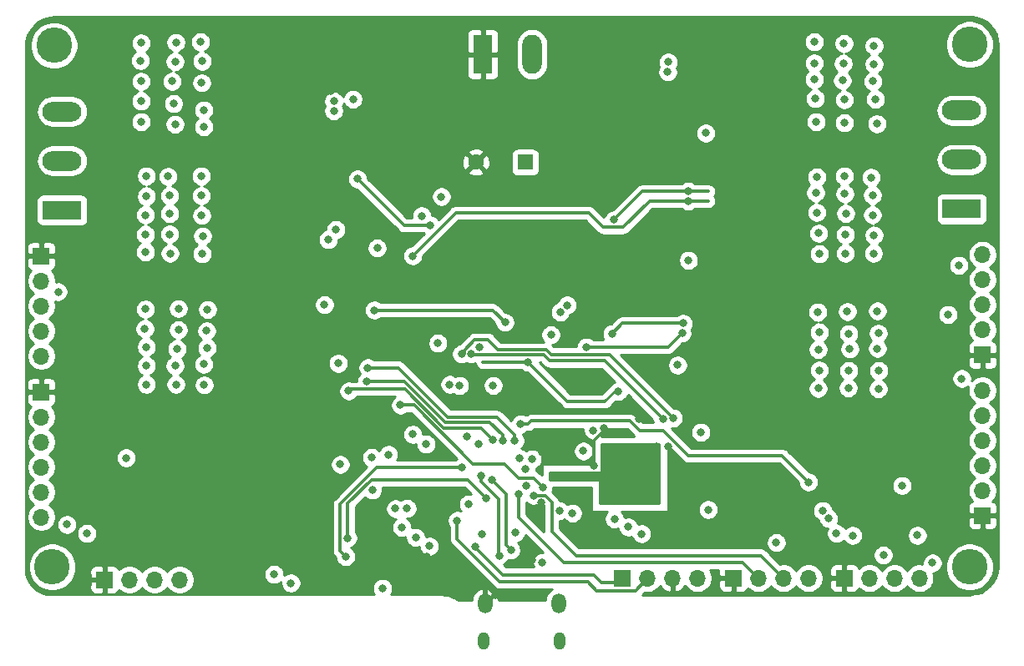
<source format=gbr>
%TF.GenerationSoftware,KiCad,Pcbnew,5.1.9-73d0e3b20d~88~ubuntu20.04.1*%
%TF.CreationDate,2021-02-13T15:49:50+00:00*%
%TF.ProjectId,driva-x2,64726976-612d-4783-922e-6b696361645f,rev?*%
%TF.SameCoordinates,Original*%
%TF.FileFunction,Copper,L3,Inr*%
%TF.FilePolarity,Positive*%
%FSLAX46Y46*%
G04 Gerber Fmt 4.6, Leading zero omitted, Abs format (unit mm)*
G04 Created by KiCad (PCBNEW 5.1.9-73d0e3b20d~88~ubuntu20.04.1) date 2021-02-13 15:49:50*
%MOMM*%
%LPD*%
G01*
G04 APERTURE LIST*
%TA.AperFunction,ComponentPad*%
%ADD10R,1.980000X3.960000*%
%TD*%
%TA.AperFunction,ComponentPad*%
%ADD11O,1.980000X3.960000*%
%TD*%
%TA.AperFunction,ComponentPad*%
%ADD12C,3.600000*%
%TD*%
%TA.AperFunction,ComponentPad*%
%ADD13C,1.600000*%
%TD*%
%TA.AperFunction,ComponentPad*%
%ADD14R,1.600000X1.600000*%
%TD*%
%TA.AperFunction,ComponentPad*%
%ADD15O,1.700000X1.700000*%
%TD*%
%TA.AperFunction,ComponentPad*%
%ADD16R,1.700000X1.700000*%
%TD*%
%TA.AperFunction,ComponentPad*%
%ADD17O,1.150000X1.800000*%
%TD*%
%TA.AperFunction,ComponentPad*%
%ADD18O,1.450000X2.000000*%
%TD*%
%TA.AperFunction,ComponentPad*%
%ADD19O,3.960000X1.980000*%
%TD*%
%TA.AperFunction,ComponentPad*%
%ADD20R,3.960000X1.980000*%
%TD*%
%TA.AperFunction,ViaPad*%
%ADD21C,0.800000*%
%TD*%
%TA.AperFunction,Conductor*%
%ADD22C,0.300000*%
%TD*%
%TA.AperFunction,Conductor*%
%ADD23C,0.250000*%
%TD*%
%TA.AperFunction,Conductor*%
%ADD24C,0.254000*%
%TD*%
%TA.AperFunction,Conductor*%
%ADD25C,0.100000*%
%TD*%
G04 APERTURE END LIST*
D10*
%TO.N,GND*%
%TO.C,J11*%
X109050000Y-34500000D03*
D11*
%TO.N,VCC*%
X114050000Y-34500000D03*
%TD*%
D12*
%TO.N,N/C*%
%TO.C,H4*%
X65400000Y-86500000D03*
%TD*%
%TO.N,N/C*%
%TO.C,H3*%
X158400000Y-86500000D03*
%TD*%
%TO.N,N/C*%
%TO.C,H2*%
X158400000Y-33500000D03*
%TD*%
%TO.N,N/C*%
%TO.C,H1*%
X65600000Y-33600000D03*
%TD*%
D13*
%TO.N,GND*%
%TO.C,C60*%
X108350000Y-45450000D03*
D14*
%TO.N,VCC*%
X113350000Y-45450000D03*
%TD*%
D15*
%TO.N,+3V3*%
%TO.C,J12*%
X153320000Y-87650000D03*
%TO.N,/mcu/I2C1_SDA*%
X150780000Y-87650000D03*
%TO.N,/mcu/I2C1_SCL*%
X148240000Y-87650000D03*
D16*
%TO.N,GND*%
X145700000Y-87650000D03*
%TD*%
D17*
%TO.N,GND*%
%TO.C,J3*%
X116875000Y-94050000D03*
X109125000Y-94050000D03*
D18*
X116725000Y-90250000D03*
X109275000Y-90250000D03*
%TD*%
D15*
%TO.N,+3V3*%
%TO.C,J1*%
X64300000Y-65110000D03*
%TO.N,/mcu/HALL_W1*%
X64300000Y-62570000D03*
%TO.N,/mcu/HALL_V1*%
X64300000Y-60030000D03*
%TO.N,/mcu/HALL_U1*%
X64300000Y-57490000D03*
D16*
%TO.N,GND*%
X64300000Y-54950000D03*
%TD*%
%TO.N,/mcu/SWO*%
%TO.C,J2*%
X123200000Y-87650000D03*
D15*
%TO.N,/mcu/SWCLK*%
X125740000Y-87650000D03*
%TO.N,GND*%
X128280000Y-87650000D03*
%TO.N,/mcu/SWDIO*%
X130820000Y-87650000D03*
%TD*%
D19*
%TO.N,/driver-1/OUT_U*%
%TO.C,J4*%
X66400000Y-40300000D03*
%TO.N,/driver-1/OUT_V*%
X66400000Y-45300000D03*
D20*
%TO.N,/driver-1/OUT_W*%
X66400000Y-50300000D03*
%TD*%
D16*
%TO.N,GND*%
%TO.C,J5*%
X134450000Y-87650000D03*
D15*
%TO.N,/mcu/USART1_TX*%
X136990000Y-87650000D03*
%TO.N,/mcu/USART1_RX*%
X139530000Y-87650000D03*
%TO.N,+3V3*%
X142070000Y-87650000D03*
%TD*%
D20*
%TO.N,/driver-2/OUT_W*%
%TO.C,J6*%
X157600000Y-50200000D03*
D19*
%TO.N,/driver-2/OUT_V*%
X157600000Y-45200000D03*
%TO.N,/driver-2/OUT_U*%
X157600000Y-40200000D03*
%TD*%
D15*
%TO.N,+3V3*%
%TO.C,J7*%
X64300000Y-81450000D03*
%TO.N,SPI3_SCLK*%
X64300000Y-78910000D03*
%TO.N,SPI3_MISO*%
X64300000Y-76370000D03*
%TO.N,SPI3_MOSI*%
X64300000Y-73830000D03*
%TO.N,/mcu/SPI3_SS1*%
X64300000Y-71290000D03*
D16*
%TO.N,GND*%
X64300000Y-68750000D03*
%TD*%
%TO.N,GND*%
%TO.C,J8*%
X159700000Y-81300000D03*
D15*
%TO.N,/mcu/SPI3_SS2*%
X159700000Y-78760000D03*
%TO.N,SPI3_MOSI*%
X159700000Y-76220000D03*
%TO.N,SPI3_MISO*%
X159700000Y-73680000D03*
%TO.N,SPI3_SCLK*%
X159700000Y-71140000D03*
%TO.N,+3V3*%
X159700000Y-68600000D03*
%TD*%
D16*
%TO.N,GND*%
%TO.C,J9*%
X159700000Y-65000000D03*
D15*
%TO.N,/mcu/HALL_U2*%
X159700000Y-62460000D03*
%TO.N,/mcu/HALL_V2*%
X159700000Y-59920000D03*
%TO.N,/mcu/HALL_W2*%
X159700000Y-57380000D03*
%TO.N,+3V3*%
X159700000Y-54840000D03*
%TD*%
%TO.N,+3V3*%
%TO.C,J10*%
X78320000Y-87800000D03*
%TO.N,/mcu/CAN_H*%
X75780000Y-87800000D03*
%TO.N,/mcu/CAN_L*%
X73240000Y-87800000D03*
D16*
%TO.N,GND*%
X70700000Y-87800000D03*
%TD*%
D21*
%TO.N,GND*%
X103250000Y-34250000D03*
X145300000Y-44200000D03*
X114050000Y-85800000D03*
X104300000Y-86850000D03*
X100900000Y-74500000D03*
X108700000Y-64200000D03*
X126700000Y-74300000D03*
X127850000Y-74300000D03*
X124900000Y-71500000D03*
X137200000Y-58950000D03*
X91100000Y-33900000D03*
X94000000Y-35400000D03*
X129600000Y-39800000D03*
X129700000Y-46100000D03*
X94500000Y-62900000D03*
X105400000Y-62600000D03*
X114650000Y-62300000D03*
X133200000Y-67500000D03*
X90250000Y-41100000D03*
X86700000Y-56100000D03*
X95550000Y-56500000D03*
X87000000Y-69400000D03*
X85800000Y-69400000D03*
X130050000Y-65100000D03*
X129600000Y-52700000D03*
X115000000Y-80000000D03*
X83650000Y-66950000D03*
X83650000Y-68100000D03*
X83650000Y-65950000D03*
X84700000Y-69300000D03*
X135050000Y-58900000D03*
X139200000Y-58950000D03*
X138250000Y-58950000D03*
X136150000Y-58900000D03*
X136900000Y-44600000D03*
X138100000Y-45550000D03*
X139100000Y-45650000D03*
X137050000Y-45600000D03*
X135150000Y-45650000D03*
X136100000Y-45300000D03*
X132000000Y-33200000D03*
X134150000Y-31350000D03*
X136500000Y-31300000D03*
X136600000Y-32900000D03*
X138650000Y-31400000D03*
X138750000Y-32950000D03*
X134100000Y-33050000D03*
X83650000Y-39250000D03*
X83650000Y-40450000D03*
X83650000Y-41650000D03*
X83650000Y-42800000D03*
X85100000Y-42800000D03*
X86650000Y-42800000D03*
X83650000Y-52250000D03*
X83650000Y-53600000D03*
X83650000Y-54950000D03*
X83650000Y-56150000D03*
X85150000Y-56100000D03*
X87700000Y-57200000D03*
X131600000Y-60000000D03*
X130500000Y-60300000D03*
X131100000Y-47200000D03*
X131800000Y-46700000D03*
X90350000Y-54200000D03*
X92250000Y-41350000D03*
X117100000Y-55900000D03*
X104400000Y-66000000D03*
X107550000Y-57850000D03*
X68800000Y-72400000D03*
X122150000Y-74600000D03*
X145900000Y-57500000D03*
X78200000Y-57700000D03*
X76500000Y-44100000D03*
X83900000Y-62000000D03*
X83300000Y-47700000D03*
X83600000Y-35000000D03*
X140600000Y-35400000D03*
X140400000Y-39100000D03*
X132950000Y-71500000D03*
X128400000Y-75400000D03*
X113800000Y-54750000D03*
X77725000Y-83975000D03*
X157700000Y-64500000D03*
X157600000Y-82600000D03*
X144100000Y-86400000D03*
X143200000Y-82400000D03*
X147150000Y-78000000D03*
X145040000Y-78910000D03*
X155350000Y-80900000D03*
X154200000Y-77900000D03*
X101400000Y-88900000D03*
X105150000Y-34050000D03*
X107100000Y-34000000D03*
X107100000Y-31250000D03*
X103250000Y-31300000D03*
X101400000Y-31300000D03*
X99500000Y-31300000D03*
X105100000Y-31300000D03*
X99500000Y-32650000D03*
X105150000Y-32650000D03*
X101400000Y-34000000D03*
X103250000Y-32650000D03*
X107100000Y-32600000D03*
X101400000Y-32650000D03*
X93700000Y-37200000D03*
X93650000Y-38200000D03*
X115050000Y-74850000D03*
X76500000Y-75500000D03*
X122300000Y-76850000D03*
X120300000Y-76250000D03*
X96300000Y-84600000D03*
X104300000Y-80950000D03*
X99450000Y-78900000D03*
X93300000Y-84700000D03*
X116600000Y-67000000D03*
X121350000Y-72450000D03*
X130800000Y-78050000D03*
X103400000Y-85450000D03*
X110300000Y-89350000D03*
X106150000Y-85250000D03*
X88050000Y-69550000D03*
X121049999Y-31300001D03*
X121000000Y-33450000D03*
X123350000Y-33450000D03*
X123150000Y-31300001D03*
X125250000Y-31300001D03*
X125250000Y-33450000D03*
X129500000Y-31300000D03*
X127350000Y-31300001D03*
X129500000Y-33500000D03*
X127300000Y-33500000D03*
X131950000Y-31300000D03*
X112249999Y-31300001D03*
X114349999Y-31300001D03*
X116549999Y-31300001D03*
X118849999Y-31300001D03*
X118850000Y-33550000D03*
X87900000Y-42700000D03*
X89150000Y-42750000D03*
X89110000Y-56140000D03*
X87850000Y-56100000D03*
X88900000Y-69400000D03*
X83750000Y-69300000D03*
X140350000Y-62650000D03*
X140350000Y-61400000D03*
X140300000Y-60200000D03*
X140300000Y-59000000D03*
X140250000Y-49200000D03*
X140250000Y-48100000D03*
X140200000Y-47000000D03*
X140100000Y-45650000D03*
X70600000Y-34850000D03*
X71800000Y-43700000D03*
X63600000Y-52500000D03*
X66950000Y-67300000D03*
X86800000Y-85150000D03*
X78850000Y-85450000D03*
X94100000Y-87900000D03*
X156800000Y-79500000D03*
X157100000Y-70750000D03*
X153100000Y-41400000D03*
X153200000Y-33050000D03*
X160300000Y-37550000D03*
X63500000Y-43250000D03*
X94650000Y-49350000D03*
X94550000Y-59500000D03*
X94950000Y-37700000D03*
X150900000Y-83550000D03*
X85950000Y-31150000D03*
%TO.N,VCC*%
X111300000Y-61700000D03*
X98050000Y-60450000D03*
%TO.N,+3V3*%
X151550000Y-78250000D03*
X156200000Y-60900000D03*
X122800000Y-68700000D03*
X113640000Y-65740000D03*
X106700000Y-68100000D03*
X105700000Y-68000000D03*
X68900000Y-83100000D03*
X101380000Y-80570000D03*
X100200000Y-80600000D03*
X87900000Y-87250000D03*
X118150000Y-81050000D03*
X116800000Y-80800000D03*
X66000000Y-58600000D03*
X153100000Y-83300000D03*
X144900000Y-83100000D03*
X66900000Y-82200000D03*
X157300000Y-55900000D03*
X157600000Y-67400000D03*
X154640000Y-86100000D03*
X143500000Y-80800000D03*
X115100000Y-86050000D03*
X72900000Y-75450000D03*
X98875000Y-88675000D03*
X116900000Y-60650000D03*
X117600000Y-59950000D03*
%TO.N,BOOT0*%
X89600000Y-88150000D03*
X112350000Y-83050000D03*
%TO.N,NRST*%
X106950000Y-76450000D03*
X95150000Y-85450000D03*
%TO.N,USER_BUTTON*%
X95370000Y-83580000D03*
X109350000Y-79500000D03*
%TO.N,/mcu/SWCLK*%
X106450000Y-81800000D03*
%TO.N,/mcu/SWDIO*%
X97850000Y-78700000D03*
X113450000Y-78250000D03*
%TO.N,/mcu/USART1_RX*%
X114200000Y-79250000D03*
%TO.N,/mcu/USART1_TX*%
X112700000Y-79150000D03*
%TO.N,/mcu/SPI3_SS1*%
X100700000Y-70100000D03*
X115150000Y-78450000D03*
%TO.N,/mcu/SPI3_SS2*%
X149650000Y-85300000D03*
X131900000Y-80700000D03*
%TO.N,/mcu/USB_OTG_FS_DL*%
X110000000Y-77700000D03*
X111900000Y-84800000D03*
%TO.N,/mcu/USB_OTG_FS_DM*%
X108900000Y-77250000D03*
X110700000Y-85350000D03*
%TO.N,/driver-2/OUT_U*%
X142850000Y-41350000D03*
X145700000Y-41450000D03*
X149000000Y-41550000D03*
X148850000Y-39050000D03*
X145700000Y-39100000D03*
X142750000Y-39000000D03*
X142650000Y-37050000D03*
X145500000Y-37150000D03*
X148600000Y-37250000D03*
X148700000Y-35500000D03*
X145600000Y-35450000D03*
X142650000Y-35400000D03*
X142650000Y-33250000D03*
X145650000Y-33400000D03*
X148700000Y-33650000D03*
%TO.N,/driver-2/SENSE_U*%
X114050000Y-75550000D03*
X131650000Y-42500000D03*
%TO.N,/driver-2/OUT_V*%
X145800000Y-54700000D03*
X148650000Y-54700000D03*
X143150000Y-54750000D03*
X143100000Y-52650000D03*
X145800000Y-52800000D03*
X148700000Y-52850000D03*
X148550000Y-50800000D03*
X145850000Y-50650000D03*
X142900000Y-50550000D03*
X142800000Y-48550000D03*
X145750000Y-48650000D03*
X148550000Y-48800000D03*
X148400000Y-47000000D03*
X145700000Y-46850000D03*
X142900000Y-46950000D03*
%TO.N,/driver-2/SENSE_V*%
X129900000Y-55400000D03*
X119250000Y-74750000D03*
%TO.N,/driver-2/OUT_W*%
X149150000Y-68450000D03*
X146100000Y-68350000D03*
X143050000Y-68400000D03*
X143150000Y-66550000D03*
X146150000Y-66600000D03*
X149200000Y-66600000D03*
X149050000Y-64350000D03*
X146250000Y-64400000D03*
X143050000Y-64450000D03*
X143150000Y-62700000D03*
X146150000Y-62850000D03*
X149150000Y-62800000D03*
X149050000Y-60550000D03*
X146000000Y-60600000D03*
X143000000Y-60650000D03*
%TO.N,/driver-2/SENSE_W*%
X120250000Y-72650000D03*
X128800000Y-66032980D03*
%TO.N,/driver-1/OUT_U*%
X77850000Y-41600000D03*
X80750000Y-41850000D03*
X80750000Y-40150000D03*
X74400000Y-37250000D03*
X80600000Y-35200000D03*
X77850000Y-35250000D03*
X74350000Y-35150000D03*
X80450000Y-33250000D03*
X77950000Y-33300000D03*
X74400000Y-33350000D03*
X74400000Y-39250000D03*
X74400000Y-41350000D03*
X77550000Y-37250000D03*
X80550000Y-37400000D03*
X77700000Y-39500000D03*
%TO.N,/driver-1/SENSE_U*%
X104850000Y-48950000D03*
X95900000Y-39050000D03*
%TO.N,/driver-1/OUT_V*%
X74950000Y-46850000D03*
X77150000Y-46900000D03*
X80500000Y-46850000D03*
X80500000Y-48850000D03*
X80550000Y-50850000D03*
X80650000Y-52950000D03*
X80600000Y-54750000D03*
X77350000Y-54700000D03*
X77300000Y-52750000D03*
X77300000Y-50650000D03*
X77300000Y-48850000D03*
X74950000Y-48900000D03*
X74850000Y-50800000D03*
X74850000Y-52800000D03*
X74850000Y-54550000D03*
%TO.N,/driver-1/SENSE_V*%
X103700000Y-51850000D03*
X96350000Y-47150000D03*
%TO.N,/driver-1/OUT_W*%
X78050000Y-64400000D03*
X81100000Y-64300000D03*
X74950000Y-64200000D03*
X80750000Y-65950000D03*
X77850000Y-66100000D03*
X74800000Y-62350000D03*
X78200000Y-62450000D03*
X81050000Y-62550000D03*
X81150000Y-60400000D03*
X74850000Y-60350000D03*
X74950000Y-66100000D03*
X80800000Y-68050000D03*
X77950000Y-68000000D03*
X74950000Y-68000000D03*
X78200000Y-60300000D03*
%TO.N,/driver-1/SENSE_W*%
X93000000Y-59900000D03*
X107600000Y-80150000D03*
%TO.N,/mcu/SWO*%
X108300000Y-84450000D03*
%TO.N,SPI3_SCLK*%
X122400000Y-81650000D03*
X103650000Y-84400000D03*
%TO.N,SPI3_MISO*%
X123800000Y-82450000D03*
X109000000Y-83200000D03*
X102250000Y-83500000D03*
%TO.N,SPI3_MOSI*%
X125150000Y-83150000D03*
X100850000Y-82500000D03*
%TO.N,/driver-2/IN_U*%
X127850000Y-35300000D03*
X103300000Y-74050000D03*
%TO.N,/driver-2/EN_U*%
X127800000Y-36300000D03*
X115950000Y-62950000D03*
%TO.N,/driver-2/IN_V*%
X129900000Y-48400000D03*
X108650000Y-74050000D03*
X122350000Y-51300000D03*
%TO.N,/driver-2/EN_V*%
X129900000Y-49400000D03*
X101950000Y-73050000D03*
X101950000Y-54950000D03*
%TO.N,/driver-2/IN_W*%
X112800000Y-75500000D03*
X122150000Y-62850000D03*
X129350000Y-61800000D03*
%TO.N,/driver-2/EN_W*%
X119550000Y-64200000D03*
X107400000Y-73300000D03*
X129250000Y-62800000D03*
%TO.N,/driver-1/IN_U*%
X99500000Y-75100000D03*
X93950000Y-40250000D03*
%TO.N,/driver-1/EN_U*%
X93950000Y-39250000D03*
X102850000Y-50900000D03*
%TO.N,/driver-1/IN_V*%
X97800000Y-75400000D03*
X93400000Y-53300000D03*
%TO.N,/driver-1/EN_V*%
X98350000Y-54150000D03*
X94150000Y-52300000D03*
%TO.N,/driver-1/IN_W*%
X94600000Y-76100000D03*
X94400000Y-65850000D03*
%TO.N,/driver-1/EN_W*%
X104500000Y-63800000D03*
X110100000Y-68100000D03*
%TO.N,/imu/INT*%
X112900000Y-72000000D03*
X142050000Y-77900000D03*
%TO.N,/mcu/HALL_W1*%
X110100000Y-73600000D03*
X95450000Y-68650000D03*
%TO.N,/mcu/HALL_V1*%
X111100000Y-73700000D03*
X97299980Y-67700000D03*
%TO.N,/mcu/HALL_U1*%
X112300000Y-73700000D03*
X97400000Y-66300000D03*
%TO.N,/mcu/HALL_U2*%
X107900000Y-64900000D03*
X127300000Y-71500000D03*
%TO.N,/mcu/HALL_V2*%
X106900000Y-64900000D03*
X128350000Y-71400000D03*
%TO.N,/mcu/HALL_W2*%
X131150000Y-72850000D03*
X113400000Y-76600000D03*
%TO.N,/mcu/I2C1_SCL*%
X144100000Y-81600000D03*
%TO.N,/mcu/I2C1_SDA*%
X146540000Y-83310000D03*
X138799990Y-84050010D03*
%TD*%
D22*
%TO.N,GND*%
X109400000Y-90250000D02*
X110300000Y-89350000D01*
X109275000Y-90250000D02*
X109400000Y-90250000D01*
X120300000Y-76250000D02*
X120300000Y-73710002D01*
X121350000Y-72660002D02*
X121350000Y-72450000D01*
X120300000Y-73710002D02*
X121350000Y-72660002D01*
D23*
X107800000Y-86850000D02*
X110300000Y-89350000D01*
X104300000Y-86850000D02*
X107800000Y-86850000D01*
D22*
X103250000Y-34250000D02*
X103250000Y-32650000D01*
%TO.N,VCC*%
X110050000Y-60450000D02*
X111300000Y-61700000D01*
X98050000Y-60450000D02*
X110050000Y-60450000D01*
%TO.N,+3V3*%
X117637500Y-69737500D02*
X113640000Y-65740000D01*
X121437500Y-69737500D02*
X117637500Y-69737500D01*
X113640000Y-65740000D02*
X109060000Y-65740000D01*
D23*
X121437500Y-69662500D02*
X122400000Y-68700000D01*
X121437500Y-69737500D02*
X121437500Y-69662500D01*
D22*
%TO.N,NRST*%
X101210002Y-76450000D02*
X106950000Y-76450000D01*
X98282878Y-76450000D02*
X101210002Y-76450000D01*
X94560002Y-80172876D02*
X98282878Y-76450000D01*
X94560002Y-84860002D02*
X94560002Y-80172876D01*
X95150000Y-85450000D02*
X94560002Y-84860002D01*
%TO.N,USER_BUTTON*%
X95370000Y-80069998D02*
X95370000Y-83580000D01*
X97789998Y-77650000D02*
X95370000Y-80069998D01*
X107500000Y-77650000D02*
X97789998Y-77650000D01*
X109350000Y-79500000D02*
X107500000Y-77650000D01*
%TO.N,/mcu/SWCLK*%
X124539999Y-88900001D02*
X125740000Y-87700000D01*
X120600001Y-88900001D02*
X124539999Y-88900001D01*
X119700001Y-88000001D02*
X120600001Y-88900001D01*
X110739999Y-88000001D02*
X119700001Y-88000001D01*
X106450000Y-83710002D02*
X110739999Y-88000001D01*
X106450000Y-81800000D02*
X106450000Y-83710002D01*
%TO.N,/mcu/USART1_RX*%
X116049999Y-79939997D02*
X116049999Y-82899979D01*
X115360001Y-79249999D02*
X116049999Y-79939997D01*
X116049999Y-82899979D02*
X118500010Y-85349990D01*
X114200000Y-79250000D02*
X115360001Y-79249999D01*
X137229990Y-85349990D02*
X139530000Y-87650000D01*
X118500010Y-85349990D02*
X137229990Y-85349990D01*
%TO.N,/mcu/USART1_TX*%
X112700000Y-79150000D02*
X112850001Y-79300001D01*
X112700000Y-79150000D02*
X112700000Y-80257100D01*
X136990000Y-87650000D02*
X135390000Y-86050000D01*
X112700000Y-81450000D02*
X112700000Y-80257100D01*
X117300000Y-86050000D02*
X112700000Y-81450000D01*
X135390000Y-86050000D02*
X117300000Y-86050000D01*
%TO.N,/mcu/SPI3_SS1*%
X100700000Y-70100000D02*
X100700000Y-70100000D01*
X100700000Y-70100000D02*
X102085760Y-70100000D01*
X102085760Y-70100000D02*
X108035760Y-76050000D01*
X111250000Y-76050000D02*
X112700000Y-77500000D01*
X108035760Y-76050000D02*
X111250000Y-76050000D01*
X114200000Y-77500000D02*
X115150000Y-78450000D01*
X112700000Y-77500000D02*
X114200000Y-77500000D01*
%TO.N,/mcu/USB_OTG_FS_DL*%
X110000000Y-77700000D02*
X111400000Y-79100000D01*
X111400000Y-84300000D02*
X111900000Y-84800000D01*
X111400000Y-79100000D02*
X111400000Y-84300000D01*
%TO.N,/mcu/USB_OTG_FS_DM*%
X108900000Y-77815685D02*
X110684315Y-79600000D01*
X108900000Y-77250000D02*
X108900000Y-77815685D01*
X110684315Y-85334315D02*
X110700000Y-85350000D01*
X110684315Y-79600000D02*
X110684315Y-85334315D01*
%TO.N,/driver-1/SENSE_V*%
X103700000Y-51850000D02*
X101050000Y-51850000D01*
X101050000Y-51850000D02*
X96350000Y-47150000D01*
%TO.N,/mcu/SWO*%
X121100000Y-88100000D02*
X121100000Y-88100000D01*
X121100000Y-88100000D02*
X120300000Y-87300000D01*
X120300000Y-87300000D02*
X111100000Y-87300000D01*
X111100000Y-87300000D02*
X108300000Y-84500000D01*
X122800000Y-88100000D02*
X123200000Y-87700000D01*
X121100000Y-88100000D02*
X122800000Y-88100000D01*
%TO.N,/driver-2/IN_V*%
X125250000Y-48400000D02*
X131900000Y-48400000D01*
X122350000Y-51300000D02*
X125250000Y-48400000D01*
%TO.N,/driver-2/EN_V*%
X125950000Y-49400000D02*
X131900000Y-49400000D01*
X121250001Y-52050001D02*
X123299999Y-52050001D01*
X123299999Y-52050001D02*
X125950000Y-49400000D01*
X106300000Y-50600000D02*
X119800000Y-50600000D01*
X119800000Y-50600000D02*
X121250001Y-52050001D01*
X101950000Y-54950000D02*
X106300000Y-50600000D01*
%TO.N,/driver-2/IN_W*%
X122150000Y-62850000D02*
X123200000Y-61800000D01*
X123200000Y-61800000D02*
X129350000Y-61800000D01*
X129350000Y-61800000D02*
X129350000Y-61800000D01*
%TO.N,/driver-2/EN_W*%
X119550000Y-64200000D02*
X127850000Y-64200000D01*
X127850000Y-64200000D02*
X129250000Y-62800000D01*
%TO.N,/imu/INT*%
X112900000Y-72000000D02*
X113650000Y-72000000D01*
X123989997Y-71699999D02*
X124939998Y-72650000D01*
X113950001Y-71699999D02*
X123989997Y-71699999D01*
X113650000Y-72000000D02*
X113950001Y-71699999D01*
X127310002Y-72650000D02*
X129899999Y-75239997D01*
X124939998Y-72650000D02*
X127310002Y-72650000D01*
X139389997Y-75239997D02*
X142050000Y-77900000D01*
X129899999Y-75239997D02*
X139389997Y-75239997D01*
%TO.N,/mcu/HALL_W1*%
X101142881Y-68450001D02*
X105092880Y-72400000D01*
X108900000Y-72400000D02*
X110100000Y-73600000D01*
X105092880Y-72400000D02*
X108900000Y-72400000D01*
X96215685Y-68450000D02*
X95650000Y-68450000D01*
X101142881Y-68450001D02*
X96215685Y-68450000D01*
X95650000Y-68450000D02*
X95450000Y-68650000D01*
X95450000Y-68650000D02*
X95450000Y-68650000D01*
%TO.N,/mcu/HALL_V1*%
X97299980Y-67700000D02*
X101100000Y-67700000D01*
X101100000Y-67700000D02*
X105200000Y-71800000D01*
X111100000Y-73134315D02*
X111100000Y-73700000D01*
X109765685Y-71800000D02*
X111100000Y-73134315D01*
X105200000Y-71800000D02*
X109765685Y-71800000D01*
%TO.N,/mcu/HALL_U1*%
X97400000Y-66300000D02*
X100500000Y-66300000D01*
X110465675Y-71299990D02*
X112300000Y-73134315D01*
X105499990Y-71299990D02*
X110465675Y-71299990D01*
X112300000Y-73134315D02*
X112300000Y-73700000D01*
X100500000Y-66300000D02*
X105499990Y-71299990D01*
%TO.N,/mcu/HALL_U2*%
X107900000Y-64900000D02*
X107989999Y-64989999D01*
X115189999Y-64989999D02*
X115800000Y-65600000D01*
X107989999Y-64989999D02*
X115189999Y-64989999D01*
X121400000Y-65600000D02*
X127300000Y-71500000D01*
X115800000Y-65600000D02*
X121400000Y-65600000D01*
%TO.N,/mcu/HALL_V2*%
X108239999Y-63449999D02*
X109549999Y-63449999D01*
X107149999Y-64539999D02*
X108239999Y-63449999D01*
X107149999Y-64850001D02*
X107149999Y-64539999D01*
X107100000Y-64900000D02*
X107149999Y-64850001D01*
X106900000Y-64900000D02*
X107100000Y-64900000D01*
X109549999Y-63449999D02*
X110589989Y-64489989D01*
X115489989Y-64489989D02*
X115950001Y-64950001D01*
X110589989Y-64489989D02*
X115489989Y-64489989D01*
X121900001Y-64950001D02*
X128350000Y-71400000D01*
X115950001Y-64950001D02*
X121900001Y-64950001D01*
%TD*%
D24*
%TO.N,GND*%
X126873000Y-80073000D02*
X120927000Y-80073000D01*
X120927000Y-77800000D01*
X120924560Y-77775224D01*
X120917333Y-77751399D01*
X120905597Y-77729443D01*
X120889803Y-77710197D01*
X120870557Y-77694403D01*
X120848601Y-77682667D01*
X120824776Y-77675440D01*
X120800000Y-77673000D01*
X115836711Y-77673000D01*
X115827000Y-77663289D01*
X115827000Y-76927000D01*
X120950000Y-76927000D01*
X120974776Y-76924560D01*
X120998601Y-76917333D01*
X121020557Y-76905597D01*
X121039803Y-76889803D01*
X121055597Y-76870557D01*
X121067333Y-76848601D01*
X121074560Y-76824776D01*
X121077000Y-76800000D01*
X121077000Y-74027000D01*
X126873000Y-74027000D01*
X126873000Y-80073000D01*
%TA.AperFunction,Conductor*%
D25*
G36*
X126873000Y-80073000D02*
G01*
X120927000Y-80073000D01*
X120927000Y-77800000D01*
X120924560Y-77775224D01*
X120917333Y-77751399D01*
X120905597Y-77729443D01*
X120889803Y-77710197D01*
X120870557Y-77694403D01*
X120848601Y-77682667D01*
X120824776Y-77675440D01*
X120800000Y-77673000D01*
X115836711Y-77673000D01*
X115827000Y-77663289D01*
X115827000Y-76927000D01*
X120950000Y-76927000D01*
X120974776Y-76924560D01*
X120998601Y-76917333D01*
X121020557Y-76905597D01*
X121039803Y-76889803D01*
X121055597Y-76870557D01*
X121067333Y-76848601D01*
X121074560Y-76824776D01*
X121077000Y-76800000D01*
X121077000Y-74027000D01*
X126873000Y-74027000D01*
X126873000Y-80073000D01*
G37*
%TD.AperFunction*%
%TD*%
D24*
%TO.N,GND*%
X158555049Y-30711427D02*
X159119101Y-30783049D01*
X159635037Y-30955044D01*
X160107738Y-31223975D01*
X160519200Y-31579599D01*
X160853753Y-32008371D01*
X161098651Y-32493955D01*
X161245606Y-33021589D01*
X161290002Y-33530907D01*
X161291388Y-86451117D01*
X161233499Y-87041527D01*
X161076227Y-87562435D01*
X160820776Y-88042870D01*
X160476875Y-88464534D01*
X160057612Y-88811378D01*
X159578975Y-89070175D01*
X159055485Y-89232222D01*
X158516741Y-89294731D01*
X158381312Y-89324058D01*
X158344504Y-89340000D01*
X125210157Y-89340000D01*
X125444786Y-89105371D01*
X125593740Y-89135000D01*
X125886260Y-89135000D01*
X126173158Y-89077932D01*
X126443411Y-88965990D01*
X126686632Y-88803475D01*
X126893475Y-88596632D01*
X127015195Y-88414466D01*
X127084822Y-88531355D01*
X127279731Y-88747588D01*
X127513080Y-88921641D01*
X127775901Y-89046825D01*
X127923110Y-89091476D01*
X128153000Y-88970155D01*
X128153000Y-87777000D01*
X128133000Y-87777000D01*
X128133000Y-87523000D01*
X128153000Y-87523000D01*
X128153000Y-87503000D01*
X128407000Y-87503000D01*
X128407000Y-87523000D01*
X128427000Y-87523000D01*
X128427000Y-87777000D01*
X128407000Y-87777000D01*
X128407000Y-88970155D01*
X128636890Y-89091476D01*
X128784099Y-89046825D01*
X129046920Y-88921641D01*
X129280269Y-88747588D01*
X129475178Y-88531355D01*
X129544805Y-88414466D01*
X129666525Y-88596632D01*
X129873368Y-88803475D01*
X130116589Y-88965990D01*
X130386842Y-89077932D01*
X130673740Y-89135000D01*
X130966260Y-89135000D01*
X131253158Y-89077932D01*
X131523411Y-88965990D01*
X131766632Y-88803475D01*
X131973475Y-88596632D01*
X132038042Y-88500000D01*
X132961928Y-88500000D01*
X132974188Y-88624482D01*
X133010498Y-88744180D01*
X133069463Y-88854494D01*
X133148815Y-88951185D01*
X133245506Y-89030537D01*
X133355820Y-89089502D01*
X133475518Y-89125812D01*
X133600000Y-89138072D01*
X134164250Y-89135000D01*
X134323000Y-88976250D01*
X134323000Y-87777000D01*
X133123750Y-87777000D01*
X132965000Y-87935750D01*
X132961928Y-88500000D01*
X132038042Y-88500000D01*
X132135990Y-88353411D01*
X132247932Y-88083158D01*
X132305000Y-87796260D01*
X132305000Y-87503740D01*
X132247932Y-87216842D01*
X132135990Y-86946589D01*
X132061429Y-86835000D01*
X132962119Y-86835000D01*
X132965000Y-87364250D01*
X133123750Y-87523000D01*
X134323000Y-87523000D01*
X134323000Y-87503000D01*
X134577000Y-87503000D01*
X134577000Y-87523000D01*
X134597000Y-87523000D01*
X134597000Y-87777000D01*
X134577000Y-87777000D01*
X134577000Y-88976250D01*
X134735750Y-89135000D01*
X135300000Y-89138072D01*
X135424482Y-89125812D01*
X135544180Y-89089502D01*
X135654494Y-89030537D01*
X135751185Y-88951185D01*
X135830537Y-88854494D01*
X135889502Y-88744180D01*
X135911513Y-88671620D01*
X136043368Y-88803475D01*
X136286589Y-88965990D01*
X136556842Y-89077932D01*
X136843740Y-89135000D01*
X137136260Y-89135000D01*
X137423158Y-89077932D01*
X137693411Y-88965990D01*
X137936632Y-88803475D01*
X138143475Y-88596632D01*
X138260000Y-88422240D01*
X138376525Y-88596632D01*
X138583368Y-88803475D01*
X138826589Y-88965990D01*
X139096842Y-89077932D01*
X139383740Y-89135000D01*
X139676260Y-89135000D01*
X139963158Y-89077932D01*
X140233411Y-88965990D01*
X140476632Y-88803475D01*
X140683475Y-88596632D01*
X140800000Y-88422240D01*
X140916525Y-88596632D01*
X141123368Y-88803475D01*
X141366589Y-88965990D01*
X141636842Y-89077932D01*
X141923740Y-89135000D01*
X142216260Y-89135000D01*
X142503158Y-89077932D01*
X142773411Y-88965990D01*
X143016632Y-88803475D01*
X143223475Y-88596632D01*
X143288042Y-88500000D01*
X144211928Y-88500000D01*
X144224188Y-88624482D01*
X144260498Y-88744180D01*
X144319463Y-88854494D01*
X144398815Y-88951185D01*
X144495506Y-89030537D01*
X144605820Y-89089502D01*
X144725518Y-89125812D01*
X144850000Y-89138072D01*
X145414250Y-89135000D01*
X145573000Y-88976250D01*
X145573000Y-87777000D01*
X144373750Y-87777000D01*
X144215000Y-87935750D01*
X144211928Y-88500000D01*
X143288042Y-88500000D01*
X143385990Y-88353411D01*
X143497932Y-88083158D01*
X143555000Y-87796260D01*
X143555000Y-87503740D01*
X143497932Y-87216842D01*
X143385990Y-86946589D01*
X143288043Y-86800000D01*
X144211928Y-86800000D01*
X144215000Y-87364250D01*
X144373750Y-87523000D01*
X145573000Y-87523000D01*
X145573000Y-86323750D01*
X145827000Y-86323750D01*
X145827000Y-87523000D01*
X145847000Y-87523000D01*
X145847000Y-87777000D01*
X145827000Y-87777000D01*
X145827000Y-88976250D01*
X145985750Y-89135000D01*
X146550000Y-89138072D01*
X146674482Y-89125812D01*
X146794180Y-89089502D01*
X146904494Y-89030537D01*
X147001185Y-88951185D01*
X147080537Y-88854494D01*
X147139502Y-88744180D01*
X147161513Y-88671620D01*
X147293368Y-88803475D01*
X147536589Y-88965990D01*
X147806842Y-89077932D01*
X148093740Y-89135000D01*
X148386260Y-89135000D01*
X148673158Y-89077932D01*
X148943411Y-88965990D01*
X149186632Y-88803475D01*
X149393475Y-88596632D01*
X149510000Y-88422240D01*
X149626525Y-88596632D01*
X149833368Y-88803475D01*
X150076589Y-88965990D01*
X150346842Y-89077932D01*
X150633740Y-89135000D01*
X150926260Y-89135000D01*
X151213158Y-89077932D01*
X151483411Y-88965990D01*
X151726632Y-88803475D01*
X151933475Y-88596632D01*
X152050000Y-88422240D01*
X152166525Y-88596632D01*
X152373368Y-88803475D01*
X152616589Y-88965990D01*
X152886842Y-89077932D01*
X153173740Y-89135000D01*
X153466260Y-89135000D01*
X153753158Y-89077932D01*
X154023411Y-88965990D01*
X154266632Y-88803475D01*
X154473475Y-88596632D01*
X154635990Y-88353411D01*
X154747932Y-88083158D01*
X154805000Y-87796260D01*
X154805000Y-87503740D01*
X154747932Y-87216842D01*
X154714032Y-87135000D01*
X154741939Y-87135000D01*
X154941898Y-87095226D01*
X155130256Y-87017205D01*
X155299774Y-86903937D01*
X155443937Y-86759774D01*
X155557205Y-86590256D01*
X155635226Y-86401898D01*
X155663416Y-86260173D01*
X155965000Y-86260173D01*
X155965000Y-86739827D01*
X156058576Y-87210263D01*
X156242131Y-87653405D01*
X156508612Y-88052222D01*
X156847778Y-88391388D01*
X157246595Y-88657869D01*
X157689737Y-88841424D01*
X158160173Y-88935000D01*
X158639827Y-88935000D01*
X159110263Y-88841424D01*
X159553405Y-88657869D01*
X159952222Y-88391388D01*
X160291388Y-88052222D01*
X160557869Y-87653405D01*
X160741424Y-87210263D01*
X160835000Y-86739827D01*
X160835000Y-86260173D01*
X160741424Y-85789737D01*
X160557869Y-85346595D01*
X160291388Y-84947778D01*
X159952222Y-84608612D01*
X159553405Y-84342131D01*
X159110263Y-84158576D01*
X158639827Y-84065000D01*
X158160173Y-84065000D01*
X157689737Y-84158576D01*
X157246595Y-84342131D01*
X156847778Y-84608612D01*
X156508612Y-84947778D01*
X156242131Y-85346595D01*
X156058576Y-85789737D01*
X155965000Y-86260173D01*
X155663416Y-86260173D01*
X155675000Y-86201939D01*
X155675000Y-85998061D01*
X155635226Y-85798102D01*
X155557205Y-85609744D01*
X155443937Y-85440226D01*
X155299774Y-85296063D01*
X155130256Y-85182795D01*
X154941898Y-85104774D01*
X154741939Y-85065000D01*
X154538061Y-85065000D01*
X154338102Y-85104774D01*
X154149744Y-85182795D01*
X153980226Y-85296063D01*
X153836063Y-85440226D01*
X153722795Y-85609744D01*
X153644774Y-85798102D01*
X153605000Y-85998061D01*
X153605000Y-86192597D01*
X153466260Y-86165000D01*
X153173740Y-86165000D01*
X152886842Y-86222068D01*
X152616589Y-86334010D01*
X152373368Y-86496525D01*
X152166525Y-86703368D01*
X152050000Y-86877760D01*
X151933475Y-86703368D01*
X151726632Y-86496525D01*
X151483411Y-86334010D01*
X151213158Y-86222068D01*
X150926260Y-86165000D01*
X150633740Y-86165000D01*
X150346842Y-86222068D01*
X150076589Y-86334010D01*
X149833368Y-86496525D01*
X149626525Y-86703368D01*
X149510000Y-86877760D01*
X149393475Y-86703368D01*
X149186632Y-86496525D01*
X148943411Y-86334010D01*
X148673158Y-86222068D01*
X148386260Y-86165000D01*
X148093740Y-86165000D01*
X147806842Y-86222068D01*
X147536589Y-86334010D01*
X147293368Y-86496525D01*
X147161513Y-86628380D01*
X147139502Y-86555820D01*
X147080537Y-86445506D01*
X147001185Y-86348815D01*
X146904494Y-86269463D01*
X146794180Y-86210498D01*
X146674482Y-86174188D01*
X146550000Y-86161928D01*
X145985750Y-86165000D01*
X145827000Y-86323750D01*
X145573000Y-86323750D01*
X145414250Y-86165000D01*
X144850000Y-86161928D01*
X144725518Y-86174188D01*
X144605820Y-86210498D01*
X144495506Y-86269463D01*
X144398815Y-86348815D01*
X144319463Y-86445506D01*
X144260498Y-86555820D01*
X144224188Y-86675518D01*
X144211928Y-86800000D01*
X143288043Y-86800000D01*
X143223475Y-86703368D01*
X143016632Y-86496525D01*
X142773411Y-86334010D01*
X142503158Y-86222068D01*
X142216260Y-86165000D01*
X141923740Y-86165000D01*
X141636842Y-86222068D01*
X141366589Y-86334010D01*
X141123368Y-86496525D01*
X140916525Y-86703368D01*
X140800000Y-86877760D01*
X140683475Y-86703368D01*
X140476632Y-86496525D01*
X140233411Y-86334010D01*
X139963158Y-86222068D01*
X139676260Y-86165000D01*
X139383740Y-86165000D01*
X139193082Y-86202925D01*
X138188218Y-85198061D01*
X148615000Y-85198061D01*
X148615000Y-85401939D01*
X148654774Y-85601898D01*
X148732795Y-85790256D01*
X148846063Y-85959774D01*
X148990226Y-86103937D01*
X149159744Y-86217205D01*
X149348102Y-86295226D01*
X149548061Y-86335000D01*
X149751939Y-86335000D01*
X149951898Y-86295226D01*
X150140256Y-86217205D01*
X150309774Y-86103937D01*
X150453937Y-85959774D01*
X150567205Y-85790256D01*
X150645226Y-85601898D01*
X150685000Y-85401939D01*
X150685000Y-85198061D01*
X150645226Y-84998102D01*
X150567205Y-84809744D01*
X150453937Y-84640226D01*
X150309774Y-84496063D01*
X150140256Y-84382795D01*
X149951898Y-84304774D01*
X149751939Y-84265000D01*
X149548061Y-84265000D01*
X149348102Y-84304774D01*
X149159744Y-84382795D01*
X148990226Y-84496063D01*
X148846063Y-84640226D01*
X148732795Y-84809744D01*
X148654774Y-84998102D01*
X148615000Y-85198061D01*
X138188218Y-85198061D01*
X137812335Y-84822178D01*
X137787754Y-84792226D01*
X137668223Y-84694128D01*
X137531850Y-84621236D01*
X137383877Y-84576349D01*
X137268551Y-84564990D01*
X137268543Y-84564990D01*
X137229990Y-84561193D01*
X137191437Y-84564990D01*
X118825167Y-84564990D01*
X116834999Y-82574822D01*
X116834999Y-81835000D01*
X116901939Y-81835000D01*
X117101898Y-81795226D01*
X117290256Y-81717205D01*
X117332270Y-81689132D01*
X117346063Y-81709774D01*
X117490226Y-81853937D01*
X117659744Y-81967205D01*
X117848102Y-82045226D01*
X118048061Y-82085000D01*
X118251939Y-82085000D01*
X118451898Y-82045226D01*
X118640256Y-81967205D01*
X118809774Y-81853937D01*
X118953937Y-81709774D01*
X119067205Y-81540256D01*
X119145226Y-81351898D01*
X119185000Y-81151939D01*
X119185000Y-80948061D01*
X119145226Y-80748102D01*
X119067205Y-80559744D01*
X118953937Y-80390226D01*
X118809774Y-80246063D01*
X118640256Y-80132795D01*
X118451898Y-80054774D01*
X118251939Y-80015000D01*
X118048061Y-80015000D01*
X117848102Y-80054774D01*
X117659744Y-80132795D01*
X117617730Y-80160868D01*
X117603937Y-80140226D01*
X117459774Y-79996063D01*
X117290256Y-79882795D01*
X117101898Y-79804774D01*
X116901939Y-79765000D01*
X116817237Y-79765000D01*
X116778753Y-79638137D01*
X116759405Y-79601939D01*
X116705861Y-79501764D01*
X116607763Y-79382233D01*
X116577810Y-79357651D01*
X116094506Y-78874347D01*
X116145226Y-78751898D01*
X116185000Y-78551939D01*
X116185000Y-78477000D01*
X120073000Y-78477000D01*
X120073000Y-80800000D01*
X120075440Y-80824776D01*
X120082667Y-80848601D01*
X120094403Y-80870557D01*
X120110197Y-80889803D01*
X120129443Y-80905597D01*
X120151399Y-80917333D01*
X120175224Y-80924560D01*
X120200000Y-80927000D01*
X121659289Y-80927000D01*
X121596063Y-80990226D01*
X121482795Y-81159744D01*
X121404774Y-81348102D01*
X121365000Y-81548061D01*
X121365000Y-81751939D01*
X121404774Y-81951898D01*
X121482795Y-82140256D01*
X121596063Y-82309774D01*
X121740226Y-82453937D01*
X121909744Y-82567205D01*
X122098102Y-82645226D01*
X122298061Y-82685000D01*
X122501939Y-82685000D01*
X122701898Y-82645226D01*
X122777340Y-82613977D01*
X122804774Y-82751898D01*
X122882795Y-82940256D01*
X122996063Y-83109774D01*
X123140226Y-83253937D01*
X123309744Y-83367205D01*
X123498102Y-83445226D01*
X123698061Y-83485000D01*
X123901939Y-83485000D01*
X124101898Y-83445226D01*
X124149523Y-83425499D01*
X124154774Y-83451898D01*
X124232795Y-83640256D01*
X124346063Y-83809774D01*
X124490226Y-83953937D01*
X124659744Y-84067205D01*
X124848102Y-84145226D01*
X125048061Y-84185000D01*
X125251939Y-84185000D01*
X125451898Y-84145226D01*
X125640256Y-84067205D01*
X125809774Y-83953937D01*
X125815640Y-83948071D01*
X137764990Y-83948071D01*
X137764990Y-84151949D01*
X137804764Y-84351908D01*
X137882785Y-84540266D01*
X137996053Y-84709784D01*
X138140216Y-84853947D01*
X138309734Y-84967215D01*
X138498092Y-85045236D01*
X138698051Y-85085010D01*
X138901929Y-85085010D01*
X139101888Y-85045236D01*
X139290246Y-84967215D01*
X139459764Y-84853947D01*
X139603927Y-84709784D01*
X139717195Y-84540266D01*
X139795216Y-84351908D01*
X139834990Y-84151949D01*
X139834990Y-83948071D01*
X139795216Y-83748112D01*
X139717195Y-83559754D01*
X139603927Y-83390236D01*
X139459764Y-83246073D01*
X139290246Y-83132805D01*
X139101888Y-83054784D01*
X138901929Y-83015010D01*
X138698051Y-83015010D01*
X138498092Y-83054784D01*
X138309734Y-83132805D01*
X138140216Y-83246073D01*
X137996053Y-83390236D01*
X137882785Y-83559754D01*
X137804764Y-83748112D01*
X137764990Y-83948071D01*
X125815640Y-83948071D01*
X125953937Y-83809774D01*
X126067205Y-83640256D01*
X126145226Y-83451898D01*
X126185000Y-83251939D01*
X126185000Y-83048061D01*
X126145226Y-82848102D01*
X126067205Y-82659744D01*
X125953937Y-82490226D01*
X125809774Y-82346063D01*
X125640256Y-82232795D01*
X125451898Y-82154774D01*
X125251939Y-82115000D01*
X125048061Y-82115000D01*
X124848102Y-82154774D01*
X124800477Y-82174501D01*
X124795226Y-82148102D01*
X124717205Y-81959744D01*
X124603937Y-81790226D01*
X124459774Y-81646063D01*
X124290256Y-81532795D01*
X124101898Y-81454774D01*
X123901939Y-81415000D01*
X123698061Y-81415000D01*
X123498102Y-81454774D01*
X123422660Y-81486023D01*
X123395226Y-81348102D01*
X123317205Y-81159744D01*
X123203937Y-80990226D01*
X123140711Y-80927000D01*
X127750000Y-80927000D01*
X127774776Y-80924560D01*
X127798601Y-80917333D01*
X127820557Y-80905597D01*
X127839803Y-80889803D01*
X127855597Y-80870557D01*
X127867333Y-80848601D01*
X127874560Y-80824776D01*
X127877000Y-80800000D01*
X127877000Y-80598061D01*
X130865000Y-80598061D01*
X130865000Y-80801939D01*
X130904774Y-81001898D01*
X130982795Y-81190256D01*
X131096063Y-81359774D01*
X131240226Y-81503937D01*
X131409744Y-81617205D01*
X131598102Y-81695226D01*
X131798061Y-81735000D01*
X132001939Y-81735000D01*
X132201898Y-81695226D01*
X132390256Y-81617205D01*
X132559774Y-81503937D01*
X132703937Y-81359774D01*
X132817205Y-81190256D01*
X132895226Y-81001898D01*
X132935000Y-80801939D01*
X132935000Y-80698061D01*
X142465000Y-80698061D01*
X142465000Y-80901939D01*
X142504774Y-81101898D01*
X142582795Y-81290256D01*
X142696063Y-81459774D01*
X142840226Y-81603937D01*
X143009744Y-81717205D01*
X143073271Y-81743519D01*
X143104774Y-81901898D01*
X143182795Y-82090256D01*
X143296063Y-82259774D01*
X143440226Y-82403937D01*
X143609744Y-82517205D01*
X143798102Y-82595226D01*
X143974292Y-82630272D01*
X143904774Y-82798102D01*
X143865000Y-82998061D01*
X143865000Y-83201939D01*
X143904774Y-83401898D01*
X143982795Y-83590256D01*
X144096063Y-83759774D01*
X144240226Y-83903937D01*
X144409744Y-84017205D01*
X144598102Y-84095226D01*
X144798061Y-84135000D01*
X145001939Y-84135000D01*
X145201898Y-84095226D01*
X145390256Y-84017205D01*
X145559774Y-83903937D01*
X145639081Y-83824630D01*
X145736063Y-83969774D01*
X145880226Y-84113937D01*
X146049744Y-84227205D01*
X146238102Y-84305226D01*
X146438061Y-84345000D01*
X146641939Y-84345000D01*
X146841898Y-84305226D01*
X147030256Y-84227205D01*
X147199774Y-84113937D01*
X147343937Y-83969774D01*
X147457205Y-83800256D01*
X147535226Y-83611898D01*
X147575000Y-83411939D01*
X147575000Y-83208061D01*
X147573011Y-83198061D01*
X152065000Y-83198061D01*
X152065000Y-83401939D01*
X152104774Y-83601898D01*
X152182795Y-83790256D01*
X152296063Y-83959774D01*
X152440226Y-84103937D01*
X152609744Y-84217205D01*
X152798102Y-84295226D01*
X152998061Y-84335000D01*
X153201939Y-84335000D01*
X153401898Y-84295226D01*
X153590256Y-84217205D01*
X153759774Y-84103937D01*
X153903937Y-83959774D01*
X154017205Y-83790256D01*
X154095226Y-83601898D01*
X154135000Y-83401939D01*
X154135000Y-83198061D01*
X154095226Y-82998102D01*
X154017205Y-82809744D01*
X153903937Y-82640226D01*
X153759774Y-82496063D01*
X153590256Y-82382795D01*
X153401898Y-82304774D01*
X153201939Y-82265000D01*
X152998061Y-82265000D01*
X152798102Y-82304774D01*
X152609744Y-82382795D01*
X152440226Y-82496063D01*
X152296063Y-82640226D01*
X152182795Y-82809744D01*
X152104774Y-82998102D01*
X152065000Y-83198061D01*
X147573011Y-83198061D01*
X147535226Y-83008102D01*
X147457205Y-82819744D01*
X147343937Y-82650226D01*
X147199774Y-82506063D01*
X147030256Y-82392795D01*
X146841898Y-82314774D01*
X146641939Y-82275000D01*
X146438061Y-82275000D01*
X146238102Y-82314774D01*
X146049744Y-82392795D01*
X145880226Y-82506063D01*
X145800919Y-82585370D01*
X145703937Y-82440226D01*
X145559774Y-82296063D01*
X145390256Y-82182795D01*
X145311083Y-82150000D01*
X158211928Y-82150000D01*
X158224188Y-82274482D01*
X158260498Y-82394180D01*
X158319463Y-82504494D01*
X158398815Y-82601185D01*
X158495506Y-82680537D01*
X158605820Y-82739502D01*
X158725518Y-82775812D01*
X158850000Y-82788072D01*
X159414250Y-82785000D01*
X159573000Y-82626250D01*
X159573000Y-81427000D01*
X159827000Y-81427000D01*
X159827000Y-82626250D01*
X159985750Y-82785000D01*
X160550000Y-82788072D01*
X160674482Y-82775812D01*
X160794180Y-82739502D01*
X160904494Y-82680537D01*
X161001185Y-82601185D01*
X161080537Y-82504494D01*
X161139502Y-82394180D01*
X161175812Y-82274482D01*
X161188072Y-82150000D01*
X161185000Y-81585750D01*
X161026250Y-81427000D01*
X159827000Y-81427000D01*
X159573000Y-81427000D01*
X158373750Y-81427000D01*
X158215000Y-81585750D01*
X158211928Y-82150000D01*
X145311083Y-82150000D01*
X145201898Y-82104774D01*
X145025708Y-82069728D01*
X145095226Y-81901898D01*
X145135000Y-81701939D01*
X145135000Y-81498061D01*
X145095226Y-81298102D01*
X145017205Y-81109744D01*
X144903937Y-80940226D01*
X144759774Y-80796063D01*
X144590256Y-80682795D01*
X144526729Y-80656481D01*
X144495226Y-80498102D01*
X144417205Y-80309744D01*
X144303937Y-80140226D01*
X144159774Y-79996063D01*
X143990256Y-79882795D01*
X143801898Y-79804774D01*
X143601939Y-79765000D01*
X143398061Y-79765000D01*
X143198102Y-79804774D01*
X143009744Y-79882795D01*
X142840226Y-79996063D01*
X142696063Y-80140226D01*
X142582795Y-80309744D01*
X142504774Y-80498102D01*
X142465000Y-80698061D01*
X132935000Y-80698061D01*
X132935000Y-80598061D01*
X132895226Y-80398102D01*
X132817205Y-80209744D01*
X132703937Y-80040226D01*
X132559774Y-79896063D01*
X132390256Y-79782795D01*
X132201898Y-79704774D01*
X132001939Y-79665000D01*
X131798061Y-79665000D01*
X131598102Y-79704774D01*
X131409744Y-79782795D01*
X131240226Y-79896063D01*
X131096063Y-80040226D01*
X130982795Y-80209744D01*
X130904774Y-80398102D01*
X130865000Y-80598061D01*
X127877000Y-80598061D01*
X127877000Y-74327155D01*
X129317652Y-75767807D01*
X129342235Y-75797761D01*
X129461766Y-75895859D01*
X129581288Y-75959744D01*
X129598139Y-75968751D01*
X129746112Y-76013639D01*
X129821025Y-76021017D01*
X129861438Y-76024997D01*
X129861443Y-76024997D01*
X129899999Y-76028794D01*
X129938555Y-76024997D01*
X139064840Y-76024997D01*
X141015000Y-77975158D01*
X141015000Y-78001939D01*
X141054774Y-78201898D01*
X141132795Y-78390256D01*
X141246063Y-78559774D01*
X141390226Y-78703937D01*
X141559744Y-78817205D01*
X141748102Y-78895226D01*
X141948061Y-78935000D01*
X142151939Y-78935000D01*
X142351898Y-78895226D01*
X142540256Y-78817205D01*
X142709774Y-78703937D01*
X142853937Y-78559774D01*
X142967205Y-78390256D01*
X143045226Y-78201898D01*
X143055934Y-78148061D01*
X150515000Y-78148061D01*
X150515000Y-78351939D01*
X150554774Y-78551898D01*
X150632795Y-78740256D01*
X150746063Y-78909774D01*
X150890226Y-79053937D01*
X151059744Y-79167205D01*
X151248102Y-79245226D01*
X151448061Y-79285000D01*
X151651939Y-79285000D01*
X151851898Y-79245226D01*
X152040256Y-79167205D01*
X152209774Y-79053937D01*
X152353937Y-78909774D01*
X152467205Y-78740256D01*
X152545226Y-78551898D01*
X152585000Y-78351939D01*
X152585000Y-78148061D01*
X152545226Y-77948102D01*
X152467205Y-77759744D01*
X152353937Y-77590226D01*
X152209774Y-77446063D01*
X152040256Y-77332795D01*
X151851898Y-77254774D01*
X151651939Y-77215000D01*
X151448061Y-77215000D01*
X151248102Y-77254774D01*
X151059744Y-77332795D01*
X150890226Y-77446063D01*
X150746063Y-77590226D01*
X150632795Y-77759744D01*
X150554774Y-77948102D01*
X150515000Y-78148061D01*
X143055934Y-78148061D01*
X143085000Y-78001939D01*
X143085000Y-77798061D01*
X143045226Y-77598102D01*
X142967205Y-77409744D01*
X142853937Y-77240226D01*
X142709774Y-77096063D01*
X142540256Y-76982795D01*
X142351898Y-76904774D01*
X142151939Y-76865000D01*
X142125158Y-76865000D01*
X139972342Y-74712185D01*
X139947761Y-74682233D01*
X139828230Y-74584135D01*
X139691857Y-74511243D01*
X139543884Y-74466356D01*
X139428558Y-74454997D01*
X139428550Y-74454997D01*
X139389997Y-74451200D01*
X139351444Y-74454997D01*
X130225156Y-74454997D01*
X128518220Y-72748061D01*
X130115000Y-72748061D01*
X130115000Y-72951939D01*
X130154774Y-73151898D01*
X130232795Y-73340256D01*
X130346063Y-73509774D01*
X130490226Y-73653937D01*
X130659744Y-73767205D01*
X130848102Y-73845226D01*
X131048061Y-73885000D01*
X131251939Y-73885000D01*
X131451898Y-73845226D01*
X131640256Y-73767205D01*
X131809774Y-73653937D01*
X131953937Y-73509774D01*
X132067205Y-73340256D01*
X132145226Y-73151898D01*
X132185000Y-72951939D01*
X132185000Y-72748061D01*
X132145226Y-72548102D01*
X132067205Y-72359744D01*
X131953937Y-72190226D01*
X131809774Y-72046063D01*
X131640256Y-71932795D01*
X131451898Y-71854774D01*
X131251939Y-71815000D01*
X131048061Y-71815000D01*
X130848102Y-71854774D01*
X130659744Y-71932795D01*
X130490226Y-72046063D01*
X130346063Y-72190226D01*
X130232795Y-72359744D01*
X130154774Y-72548102D01*
X130115000Y-72748061D01*
X128518220Y-72748061D01*
X128194506Y-72424347D01*
X128248061Y-72435000D01*
X128451939Y-72435000D01*
X128651898Y-72395226D01*
X128840256Y-72317205D01*
X129009774Y-72203937D01*
X129153937Y-72059774D01*
X129267205Y-71890256D01*
X129345226Y-71701898D01*
X129385000Y-71501939D01*
X129385000Y-71298061D01*
X129345226Y-71098102D01*
X129267205Y-70909744D01*
X129153937Y-70740226D01*
X129009774Y-70596063D01*
X128840256Y-70482795D01*
X128651898Y-70404774D01*
X128451939Y-70365000D01*
X128425158Y-70365000D01*
X126358219Y-68298061D01*
X142015000Y-68298061D01*
X142015000Y-68501939D01*
X142054774Y-68701898D01*
X142132795Y-68890256D01*
X142246063Y-69059774D01*
X142390226Y-69203937D01*
X142559744Y-69317205D01*
X142748102Y-69395226D01*
X142948061Y-69435000D01*
X143151939Y-69435000D01*
X143351898Y-69395226D01*
X143540256Y-69317205D01*
X143709774Y-69203937D01*
X143853937Y-69059774D01*
X143967205Y-68890256D01*
X144045226Y-68701898D01*
X144085000Y-68501939D01*
X144085000Y-68298061D01*
X144075055Y-68248061D01*
X145065000Y-68248061D01*
X145065000Y-68451939D01*
X145104774Y-68651898D01*
X145182795Y-68840256D01*
X145296063Y-69009774D01*
X145440226Y-69153937D01*
X145609744Y-69267205D01*
X145798102Y-69345226D01*
X145998061Y-69385000D01*
X146201939Y-69385000D01*
X146401898Y-69345226D01*
X146590256Y-69267205D01*
X146759774Y-69153937D01*
X146903937Y-69009774D01*
X147017205Y-68840256D01*
X147095226Y-68651898D01*
X147135000Y-68451939D01*
X147135000Y-68348061D01*
X148115000Y-68348061D01*
X148115000Y-68551939D01*
X148154774Y-68751898D01*
X148232795Y-68940256D01*
X148346063Y-69109774D01*
X148490226Y-69253937D01*
X148659744Y-69367205D01*
X148848102Y-69445226D01*
X149048061Y-69485000D01*
X149251939Y-69485000D01*
X149451898Y-69445226D01*
X149640256Y-69367205D01*
X149809774Y-69253937D01*
X149953937Y-69109774D01*
X150067205Y-68940256D01*
X150145226Y-68751898D01*
X150185000Y-68551939D01*
X150185000Y-68348061D01*
X150145226Y-68148102D01*
X150067205Y-67959744D01*
X149953937Y-67790226D01*
X149809774Y-67646063D01*
X149644987Y-67535956D01*
X149690256Y-67517205D01*
X149859774Y-67403937D01*
X149965650Y-67298061D01*
X156565000Y-67298061D01*
X156565000Y-67501939D01*
X156604774Y-67701898D01*
X156682795Y-67890256D01*
X156796063Y-68059774D01*
X156940226Y-68203937D01*
X157109744Y-68317205D01*
X157298102Y-68395226D01*
X157498061Y-68435000D01*
X157701939Y-68435000D01*
X157901898Y-68395226D01*
X158090256Y-68317205D01*
X158259774Y-68203937D01*
X158265910Y-68197801D01*
X158215000Y-68453740D01*
X158215000Y-68746260D01*
X158272068Y-69033158D01*
X158384010Y-69303411D01*
X158546525Y-69546632D01*
X158753368Y-69753475D01*
X158927760Y-69870000D01*
X158753368Y-69986525D01*
X158546525Y-70193368D01*
X158384010Y-70436589D01*
X158272068Y-70706842D01*
X158215000Y-70993740D01*
X158215000Y-71286260D01*
X158272068Y-71573158D01*
X158384010Y-71843411D01*
X158546525Y-72086632D01*
X158753368Y-72293475D01*
X158927760Y-72410000D01*
X158753368Y-72526525D01*
X158546525Y-72733368D01*
X158384010Y-72976589D01*
X158272068Y-73246842D01*
X158215000Y-73533740D01*
X158215000Y-73826260D01*
X158272068Y-74113158D01*
X158384010Y-74383411D01*
X158546525Y-74626632D01*
X158753368Y-74833475D01*
X158927760Y-74950000D01*
X158753368Y-75066525D01*
X158546525Y-75273368D01*
X158384010Y-75516589D01*
X158272068Y-75786842D01*
X158215000Y-76073740D01*
X158215000Y-76366260D01*
X158272068Y-76653158D01*
X158384010Y-76923411D01*
X158546525Y-77166632D01*
X158753368Y-77373475D01*
X158927760Y-77490000D01*
X158753368Y-77606525D01*
X158546525Y-77813368D01*
X158384010Y-78056589D01*
X158272068Y-78326842D01*
X158215000Y-78613740D01*
X158215000Y-78906260D01*
X158272068Y-79193158D01*
X158384010Y-79463411D01*
X158546525Y-79706632D01*
X158678380Y-79838487D01*
X158605820Y-79860498D01*
X158495506Y-79919463D01*
X158398815Y-79998815D01*
X158319463Y-80095506D01*
X158260498Y-80205820D01*
X158224188Y-80325518D01*
X158211928Y-80450000D01*
X158215000Y-81014250D01*
X158373750Y-81173000D01*
X159573000Y-81173000D01*
X159573000Y-81153000D01*
X159827000Y-81153000D01*
X159827000Y-81173000D01*
X161026250Y-81173000D01*
X161185000Y-81014250D01*
X161188072Y-80450000D01*
X161175812Y-80325518D01*
X161139502Y-80205820D01*
X161080537Y-80095506D01*
X161001185Y-79998815D01*
X160904494Y-79919463D01*
X160794180Y-79860498D01*
X160721620Y-79838487D01*
X160853475Y-79706632D01*
X161015990Y-79463411D01*
X161127932Y-79193158D01*
X161185000Y-78906260D01*
X161185000Y-78613740D01*
X161127932Y-78326842D01*
X161015990Y-78056589D01*
X160853475Y-77813368D01*
X160646632Y-77606525D01*
X160472240Y-77490000D01*
X160646632Y-77373475D01*
X160853475Y-77166632D01*
X161015990Y-76923411D01*
X161127932Y-76653158D01*
X161185000Y-76366260D01*
X161185000Y-76073740D01*
X161127932Y-75786842D01*
X161015990Y-75516589D01*
X160853475Y-75273368D01*
X160646632Y-75066525D01*
X160472240Y-74950000D01*
X160646632Y-74833475D01*
X160853475Y-74626632D01*
X161015990Y-74383411D01*
X161127932Y-74113158D01*
X161185000Y-73826260D01*
X161185000Y-73533740D01*
X161127932Y-73246842D01*
X161015990Y-72976589D01*
X160853475Y-72733368D01*
X160646632Y-72526525D01*
X160472240Y-72410000D01*
X160646632Y-72293475D01*
X160853475Y-72086632D01*
X161015990Y-71843411D01*
X161127932Y-71573158D01*
X161185000Y-71286260D01*
X161185000Y-70993740D01*
X161127932Y-70706842D01*
X161015990Y-70436589D01*
X160853475Y-70193368D01*
X160646632Y-69986525D01*
X160472240Y-69870000D01*
X160646632Y-69753475D01*
X160853475Y-69546632D01*
X161015990Y-69303411D01*
X161127932Y-69033158D01*
X161185000Y-68746260D01*
X161185000Y-68453740D01*
X161127932Y-68166842D01*
X161015990Y-67896589D01*
X160853475Y-67653368D01*
X160646632Y-67446525D01*
X160403411Y-67284010D01*
X160133158Y-67172068D01*
X159846260Y-67115000D01*
X159553740Y-67115000D01*
X159266842Y-67172068D01*
X158996589Y-67284010D01*
X158753368Y-67446525D01*
X158619368Y-67580525D01*
X158635000Y-67501939D01*
X158635000Y-67298061D01*
X158595226Y-67098102D01*
X158517205Y-66909744D01*
X158403937Y-66740226D01*
X158259774Y-66596063D01*
X158090256Y-66482795D01*
X157901898Y-66404774D01*
X157701939Y-66365000D01*
X157498061Y-66365000D01*
X157298102Y-66404774D01*
X157109744Y-66482795D01*
X156940226Y-66596063D01*
X156796063Y-66740226D01*
X156682795Y-66909744D01*
X156604774Y-67098102D01*
X156565000Y-67298061D01*
X149965650Y-67298061D01*
X150003937Y-67259774D01*
X150117205Y-67090256D01*
X150195226Y-66901898D01*
X150235000Y-66701939D01*
X150235000Y-66498061D01*
X150195226Y-66298102D01*
X150117205Y-66109744D01*
X150003937Y-65940226D01*
X149913711Y-65850000D01*
X158211928Y-65850000D01*
X158224188Y-65974482D01*
X158260498Y-66094180D01*
X158319463Y-66204494D01*
X158398815Y-66301185D01*
X158495506Y-66380537D01*
X158605820Y-66439502D01*
X158725518Y-66475812D01*
X158850000Y-66488072D01*
X159414250Y-66485000D01*
X159573000Y-66326250D01*
X159573000Y-65127000D01*
X159827000Y-65127000D01*
X159827000Y-66326250D01*
X159985750Y-66485000D01*
X160550000Y-66488072D01*
X160674482Y-66475812D01*
X160794180Y-66439502D01*
X160904494Y-66380537D01*
X161001185Y-66301185D01*
X161080537Y-66204494D01*
X161139502Y-66094180D01*
X161175812Y-65974482D01*
X161188072Y-65850000D01*
X161185000Y-65285750D01*
X161026250Y-65127000D01*
X159827000Y-65127000D01*
X159573000Y-65127000D01*
X158373750Y-65127000D01*
X158215000Y-65285750D01*
X158211928Y-65850000D01*
X149913711Y-65850000D01*
X149859774Y-65796063D01*
X149690256Y-65682795D01*
X149501898Y-65604774D01*
X149301939Y-65565000D01*
X149098061Y-65565000D01*
X148898102Y-65604774D01*
X148709744Y-65682795D01*
X148540226Y-65796063D01*
X148396063Y-65940226D01*
X148282795Y-66109744D01*
X148204774Y-66298102D01*
X148165000Y-66498061D01*
X148165000Y-66701939D01*
X148204774Y-66901898D01*
X148282795Y-67090256D01*
X148396063Y-67259774D01*
X148540226Y-67403937D01*
X148705013Y-67514044D01*
X148659744Y-67532795D01*
X148490226Y-67646063D01*
X148346063Y-67790226D01*
X148232795Y-67959744D01*
X148154774Y-68148102D01*
X148115000Y-68348061D01*
X147135000Y-68348061D01*
X147135000Y-68248061D01*
X147095226Y-68048102D01*
X147017205Y-67859744D01*
X146903937Y-67690226D01*
X146759774Y-67546063D01*
X146678420Y-67491704D01*
X146809774Y-67403937D01*
X146953937Y-67259774D01*
X147067205Y-67090256D01*
X147145226Y-66901898D01*
X147185000Y-66701939D01*
X147185000Y-66498061D01*
X147145226Y-66298102D01*
X147067205Y-66109744D01*
X146953937Y-65940226D01*
X146809774Y-65796063D01*
X146640256Y-65682795D01*
X146451898Y-65604774D01*
X146251939Y-65565000D01*
X146048061Y-65565000D01*
X145848102Y-65604774D01*
X145659744Y-65682795D01*
X145490226Y-65796063D01*
X145346063Y-65940226D01*
X145232795Y-66109744D01*
X145154774Y-66298102D01*
X145115000Y-66498061D01*
X145115000Y-66701939D01*
X145154774Y-66901898D01*
X145232795Y-67090256D01*
X145346063Y-67259774D01*
X145490226Y-67403937D01*
X145571580Y-67458296D01*
X145440226Y-67546063D01*
X145296063Y-67690226D01*
X145182795Y-67859744D01*
X145104774Y-68048102D01*
X145065000Y-68248061D01*
X144075055Y-68248061D01*
X144045226Y-68098102D01*
X143967205Y-67909744D01*
X143853937Y-67740226D01*
X143709774Y-67596063D01*
X143564121Y-67498741D01*
X143640256Y-67467205D01*
X143809774Y-67353937D01*
X143953937Y-67209774D01*
X144067205Y-67040256D01*
X144145226Y-66851898D01*
X144185000Y-66651939D01*
X144185000Y-66448061D01*
X144145226Y-66248102D01*
X144067205Y-66059744D01*
X143953937Y-65890226D01*
X143809774Y-65746063D01*
X143640256Y-65632795D01*
X143451898Y-65554774D01*
X143251939Y-65515000D01*
X143048061Y-65515000D01*
X142848102Y-65554774D01*
X142659744Y-65632795D01*
X142490226Y-65746063D01*
X142346063Y-65890226D01*
X142232795Y-66059744D01*
X142154774Y-66248102D01*
X142115000Y-66448061D01*
X142115000Y-66651939D01*
X142154774Y-66851898D01*
X142232795Y-67040256D01*
X142346063Y-67209774D01*
X142490226Y-67353937D01*
X142635879Y-67451259D01*
X142559744Y-67482795D01*
X142390226Y-67596063D01*
X142246063Y-67740226D01*
X142132795Y-67909744D01*
X142054774Y-68098102D01*
X142015000Y-68298061D01*
X126358219Y-68298061D01*
X123991199Y-65931041D01*
X127765000Y-65931041D01*
X127765000Y-66134919D01*
X127804774Y-66334878D01*
X127882795Y-66523236D01*
X127996063Y-66692754D01*
X128140226Y-66836917D01*
X128309744Y-66950185D01*
X128498102Y-67028206D01*
X128698061Y-67067980D01*
X128901939Y-67067980D01*
X129101898Y-67028206D01*
X129290256Y-66950185D01*
X129459774Y-66836917D01*
X129603937Y-66692754D01*
X129717205Y-66523236D01*
X129795226Y-66334878D01*
X129835000Y-66134919D01*
X129835000Y-65931041D01*
X129795226Y-65731082D01*
X129717205Y-65542724D01*
X129603937Y-65373206D01*
X129459774Y-65229043D01*
X129290256Y-65115775D01*
X129101898Y-65037754D01*
X128901939Y-64997980D01*
X128698061Y-64997980D01*
X128498102Y-65037754D01*
X128309744Y-65115775D01*
X128140226Y-65229043D01*
X127996063Y-65373206D01*
X127882795Y-65542724D01*
X127804774Y-65731082D01*
X127765000Y-65931041D01*
X123991199Y-65931041D01*
X123045157Y-64985000D01*
X127811447Y-64985000D01*
X127850000Y-64988797D01*
X127888553Y-64985000D01*
X127888561Y-64985000D01*
X128003887Y-64973641D01*
X128151860Y-64928754D01*
X128288233Y-64855862D01*
X128407764Y-64757764D01*
X128432347Y-64727810D01*
X129325158Y-63835000D01*
X129351939Y-63835000D01*
X129551898Y-63795226D01*
X129740256Y-63717205D01*
X129909774Y-63603937D01*
X130053937Y-63459774D01*
X130167205Y-63290256D01*
X130245226Y-63101898D01*
X130285000Y-62901939D01*
X130285000Y-62698061D01*
X130245226Y-62498102D01*
X130200490Y-62390102D01*
X130267205Y-62290256D01*
X130345226Y-62101898D01*
X130385000Y-61901939D01*
X130385000Y-61698061D01*
X130345226Y-61498102D01*
X130267205Y-61309744D01*
X130153937Y-61140226D01*
X130009774Y-60996063D01*
X129840256Y-60882795D01*
X129651898Y-60804774D01*
X129451939Y-60765000D01*
X129248061Y-60765000D01*
X129048102Y-60804774D01*
X128859744Y-60882795D01*
X128690226Y-60996063D01*
X128671289Y-61015000D01*
X123238552Y-61015000D01*
X123199999Y-61011203D01*
X123161446Y-61015000D01*
X123161439Y-61015000D01*
X123060490Y-61024943D01*
X123046112Y-61026359D01*
X123011672Y-61036806D01*
X122898140Y-61071246D01*
X122761767Y-61144138D01*
X122701559Y-61193550D01*
X122672187Y-61217655D01*
X122672184Y-61217658D01*
X122642236Y-61242236D01*
X122617657Y-61272185D01*
X122074843Y-61815000D01*
X122048061Y-61815000D01*
X121848102Y-61854774D01*
X121659744Y-61932795D01*
X121490226Y-62046063D01*
X121346063Y-62190226D01*
X121232795Y-62359744D01*
X121154774Y-62548102D01*
X121115000Y-62748061D01*
X121115000Y-62951939D01*
X121154774Y-63151898D01*
X121232795Y-63340256D01*
X121282737Y-63415000D01*
X120228711Y-63415000D01*
X120209774Y-63396063D01*
X120040256Y-63282795D01*
X119851898Y-63204774D01*
X119651939Y-63165000D01*
X119448061Y-63165000D01*
X119248102Y-63204774D01*
X119059744Y-63282795D01*
X118890226Y-63396063D01*
X118746063Y-63540226D01*
X118632795Y-63709744D01*
X118554774Y-63898102D01*
X118515000Y-64098061D01*
X118515000Y-64165001D01*
X116275158Y-64165001D01*
X116087987Y-63977830D01*
X116251898Y-63945226D01*
X116440256Y-63867205D01*
X116609774Y-63753937D01*
X116753937Y-63609774D01*
X116867205Y-63440256D01*
X116945226Y-63251898D01*
X116985000Y-63051939D01*
X116985000Y-62848061D01*
X116945226Y-62648102D01*
X116867205Y-62459744D01*
X116753937Y-62290226D01*
X116609774Y-62146063D01*
X116440256Y-62032795D01*
X116251898Y-61954774D01*
X116051939Y-61915000D01*
X115848061Y-61915000D01*
X115648102Y-61954774D01*
X115459744Y-62032795D01*
X115290226Y-62146063D01*
X115146063Y-62290226D01*
X115032795Y-62459744D01*
X114954774Y-62648102D01*
X114915000Y-62848061D01*
X114915000Y-63051939D01*
X114954774Y-63251898D01*
X115032795Y-63440256D01*
X115146063Y-63609774D01*
X115241278Y-63704989D01*
X110915147Y-63704989D01*
X110132346Y-62922189D01*
X110107763Y-62892235D01*
X109988232Y-62794137D01*
X109851859Y-62721245D01*
X109703886Y-62676358D01*
X109588560Y-62664999D01*
X109588552Y-62664999D01*
X109549999Y-62661202D01*
X109511446Y-62664999D01*
X108278555Y-62664999D01*
X108239999Y-62661202D01*
X108201443Y-62664999D01*
X108201438Y-62664999D01*
X108161025Y-62668979D01*
X108086112Y-62676357D01*
X107954572Y-62716260D01*
X107938139Y-62721245D01*
X107801766Y-62794137D01*
X107682235Y-62892235D01*
X107657652Y-62922189D01*
X106694177Y-63885664D01*
X106598102Y-63904774D01*
X106409744Y-63982795D01*
X106240226Y-64096063D01*
X106096063Y-64240226D01*
X105982795Y-64409744D01*
X105904774Y-64598102D01*
X105865000Y-64798061D01*
X105865000Y-65001939D01*
X105904774Y-65201898D01*
X105982795Y-65390256D01*
X106096063Y-65559774D01*
X106240226Y-65703937D01*
X106409744Y-65817205D01*
X106598102Y-65895226D01*
X106798061Y-65935000D01*
X107001939Y-65935000D01*
X107201898Y-65895226D01*
X107390256Y-65817205D01*
X107400000Y-65810694D01*
X107409744Y-65817205D01*
X107598102Y-65895226D01*
X107798061Y-65935000D01*
X108001939Y-65935000D01*
X108201898Y-65895226D01*
X108283175Y-65861560D01*
X108286359Y-65893887D01*
X108331246Y-66041860D01*
X108404138Y-66178233D01*
X108502236Y-66297764D01*
X108621767Y-66395862D01*
X108758140Y-66468754D01*
X108906113Y-66513641D01*
X109021439Y-66525000D01*
X112961289Y-66525000D01*
X112980226Y-66543937D01*
X113149744Y-66657205D01*
X113338102Y-66735226D01*
X113538061Y-66775000D01*
X113564843Y-66775000D01*
X117055153Y-70265310D01*
X117079736Y-70295264D01*
X117199267Y-70393362D01*
X117333294Y-70465000D01*
X117335640Y-70466254D01*
X117483613Y-70511142D01*
X117558526Y-70518520D01*
X117598939Y-70522500D01*
X117598944Y-70522500D01*
X117637500Y-70526297D01*
X117676056Y-70522500D01*
X121476061Y-70522500D01*
X121591387Y-70511141D01*
X121739360Y-70466254D01*
X121875733Y-70393362D01*
X121995264Y-70295264D01*
X122093362Y-70175733D01*
X122166254Y-70039360D01*
X122179671Y-69995130D01*
X122485002Y-69689800D01*
X122498102Y-69695226D01*
X122698061Y-69735000D01*
X122901939Y-69735000D01*
X123101898Y-69695226D01*
X123290256Y-69617205D01*
X123459774Y-69503937D01*
X123603937Y-69359774D01*
X123717205Y-69190256D01*
X123764916Y-69075073D01*
X126265000Y-71575158D01*
X126265000Y-71601939D01*
X126304774Y-71801898D01*
X126330912Y-71865000D01*
X125265156Y-71865000D01*
X124572344Y-71172189D01*
X124547761Y-71142235D01*
X124428230Y-71044137D01*
X124291857Y-70971245D01*
X124143884Y-70926358D01*
X124028558Y-70914999D01*
X124028550Y-70914999D01*
X123989997Y-70911202D01*
X123951444Y-70914999D01*
X113988553Y-70914999D01*
X113950000Y-70911202D01*
X113911447Y-70914999D01*
X113911440Y-70914999D01*
X113810491Y-70924942D01*
X113796113Y-70926358D01*
X113768176Y-70934833D01*
X113648141Y-70971245D01*
X113511768Y-71044137D01*
X113431271Y-71110200D01*
X113390256Y-71082795D01*
X113201898Y-71004774D01*
X113001939Y-70965000D01*
X112798061Y-70965000D01*
X112598102Y-71004774D01*
X112409744Y-71082795D01*
X112240226Y-71196063D01*
X112096063Y-71340226D01*
X111982795Y-71509744D01*
X111925034Y-71649191D01*
X111048020Y-70772178D01*
X111023439Y-70742226D01*
X110903908Y-70644128D01*
X110767535Y-70571236D01*
X110619562Y-70526349D01*
X110504236Y-70514990D01*
X110504228Y-70514990D01*
X110465675Y-70511193D01*
X110427122Y-70514990D01*
X105825147Y-70514990D01*
X103208218Y-67898061D01*
X104665000Y-67898061D01*
X104665000Y-68101939D01*
X104704774Y-68301898D01*
X104782795Y-68490256D01*
X104896063Y-68659774D01*
X105040226Y-68803937D01*
X105209744Y-68917205D01*
X105398102Y-68995226D01*
X105598061Y-69035000D01*
X105801939Y-69035000D01*
X106001898Y-68995226D01*
X106109898Y-68950490D01*
X106209744Y-69017205D01*
X106398102Y-69095226D01*
X106598061Y-69135000D01*
X106801939Y-69135000D01*
X107001898Y-69095226D01*
X107190256Y-69017205D01*
X107359774Y-68903937D01*
X107503937Y-68759774D01*
X107617205Y-68590256D01*
X107695226Y-68401898D01*
X107735000Y-68201939D01*
X107735000Y-67998061D01*
X109065000Y-67998061D01*
X109065000Y-68201939D01*
X109104774Y-68401898D01*
X109182795Y-68590256D01*
X109296063Y-68759774D01*
X109440226Y-68903937D01*
X109609744Y-69017205D01*
X109798102Y-69095226D01*
X109998061Y-69135000D01*
X110201939Y-69135000D01*
X110401898Y-69095226D01*
X110590256Y-69017205D01*
X110759774Y-68903937D01*
X110903937Y-68759774D01*
X111017205Y-68590256D01*
X111095226Y-68401898D01*
X111135000Y-68201939D01*
X111135000Y-67998061D01*
X111095226Y-67798102D01*
X111017205Y-67609744D01*
X110903937Y-67440226D01*
X110759774Y-67296063D01*
X110590256Y-67182795D01*
X110401898Y-67104774D01*
X110201939Y-67065000D01*
X109998061Y-67065000D01*
X109798102Y-67104774D01*
X109609744Y-67182795D01*
X109440226Y-67296063D01*
X109296063Y-67440226D01*
X109182795Y-67609744D01*
X109104774Y-67798102D01*
X109065000Y-67998061D01*
X107735000Y-67998061D01*
X107695226Y-67798102D01*
X107617205Y-67609744D01*
X107503937Y-67440226D01*
X107359774Y-67296063D01*
X107190256Y-67182795D01*
X107001898Y-67104774D01*
X106801939Y-67065000D01*
X106598061Y-67065000D01*
X106398102Y-67104774D01*
X106290102Y-67149510D01*
X106190256Y-67082795D01*
X106001898Y-67004774D01*
X105801939Y-66965000D01*
X105598061Y-66965000D01*
X105398102Y-67004774D01*
X105209744Y-67082795D01*
X105040226Y-67196063D01*
X104896063Y-67340226D01*
X104782795Y-67509744D01*
X104704774Y-67698102D01*
X104665000Y-67898061D01*
X103208218Y-67898061D01*
X101082347Y-65772190D01*
X101057764Y-65742236D01*
X100938233Y-65644138D01*
X100801860Y-65571246D01*
X100653887Y-65526359D01*
X100538561Y-65515000D01*
X100538553Y-65515000D01*
X100500000Y-65511203D01*
X100461447Y-65515000D01*
X98078711Y-65515000D01*
X98059774Y-65496063D01*
X97890256Y-65382795D01*
X97701898Y-65304774D01*
X97501939Y-65265000D01*
X97298061Y-65265000D01*
X97098102Y-65304774D01*
X96909744Y-65382795D01*
X96740226Y-65496063D01*
X96596063Y-65640226D01*
X96482795Y-65809744D01*
X96404774Y-65998102D01*
X96365000Y-66198061D01*
X96365000Y-66401939D01*
X96404774Y-66601898D01*
X96482795Y-66790256D01*
X96588225Y-66948044D01*
X96496043Y-67040226D01*
X96382775Y-67209744D01*
X96304754Y-67398102D01*
X96264980Y-67598061D01*
X96264980Y-67665000D01*
X95776586Y-67665000D01*
X95751898Y-67654774D01*
X95551939Y-67615000D01*
X95348061Y-67615000D01*
X95148102Y-67654774D01*
X94959744Y-67732795D01*
X94790226Y-67846063D01*
X94646063Y-67990226D01*
X94532795Y-68159744D01*
X94454774Y-68348102D01*
X94415000Y-68548061D01*
X94415000Y-68751939D01*
X94454774Y-68951898D01*
X94532795Y-69140256D01*
X94646063Y-69309774D01*
X94790226Y-69453937D01*
X94959744Y-69567205D01*
X95148102Y-69645226D01*
X95348061Y-69685000D01*
X95551939Y-69685000D01*
X95751898Y-69645226D01*
X95940256Y-69567205D01*
X96109774Y-69453937D01*
X96253937Y-69309774D01*
X96303900Y-69234999D01*
X100131613Y-69235001D01*
X100040226Y-69296063D01*
X99896063Y-69440226D01*
X99782795Y-69609744D01*
X99704774Y-69798102D01*
X99665000Y-69998061D01*
X99665000Y-70201939D01*
X99704774Y-70401898D01*
X99782795Y-70590256D01*
X99896063Y-70759774D01*
X100040226Y-70903937D01*
X100209744Y-71017205D01*
X100398102Y-71095226D01*
X100598061Y-71135000D01*
X100801939Y-71135000D01*
X101001898Y-71095226D01*
X101190256Y-71017205D01*
X101359774Y-70903937D01*
X101378711Y-70885000D01*
X101760603Y-70885000D01*
X106428964Y-75553361D01*
X106290226Y-75646063D01*
X106271289Y-75665000D01*
X100367263Y-75665000D01*
X100417205Y-75590256D01*
X100495226Y-75401898D01*
X100535000Y-75201939D01*
X100535000Y-74998061D01*
X100495226Y-74798102D01*
X100417205Y-74609744D01*
X100303937Y-74440226D01*
X100159774Y-74296063D01*
X99990256Y-74182795D01*
X99801898Y-74104774D01*
X99601939Y-74065000D01*
X99398061Y-74065000D01*
X99198102Y-74104774D01*
X99009744Y-74182795D01*
X98840226Y-74296063D01*
X98696063Y-74440226D01*
X98582795Y-74609744D01*
X98550770Y-74687059D01*
X98459774Y-74596063D01*
X98290256Y-74482795D01*
X98101898Y-74404774D01*
X97901939Y-74365000D01*
X97698061Y-74365000D01*
X97498102Y-74404774D01*
X97309744Y-74482795D01*
X97140226Y-74596063D01*
X96996063Y-74740226D01*
X96882795Y-74909744D01*
X96804774Y-75098102D01*
X96765000Y-75298061D01*
X96765000Y-75501939D01*
X96804774Y-75701898D01*
X96882795Y-75890256D01*
X96996063Y-76059774D01*
X97140226Y-76203937D01*
X97307209Y-76315512D01*
X94032187Y-79590534D01*
X94002239Y-79615112D01*
X93977661Y-79645060D01*
X93977657Y-79645064D01*
X93965610Y-79659744D01*
X93904141Y-79734643D01*
X93881068Y-79777811D01*
X93831248Y-79871017D01*
X93786361Y-80018990D01*
X93771205Y-80172876D01*
X93775003Y-80211439D01*
X93775002Y-84821449D01*
X93771205Y-84860002D01*
X93775002Y-84898555D01*
X93775002Y-84898562D01*
X93786361Y-85013888D01*
X93831248Y-85161861D01*
X93904140Y-85298234D01*
X94002238Y-85417766D01*
X94032191Y-85442348D01*
X94115000Y-85525157D01*
X94115000Y-85551939D01*
X94154774Y-85751898D01*
X94232795Y-85940256D01*
X94346063Y-86109774D01*
X94490226Y-86253937D01*
X94659744Y-86367205D01*
X94848102Y-86445226D01*
X95048061Y-86485000D01*
X95251939Y-86485000D01*
X95451898Y-86445226D01*
X95640256Y-86367205D01*
X95809774Y-86253937D01*
X95953937Y-86109774D01*
X96067205Y-85940256D01*
X96145226Y-85751898D01*
X96185000Y-85551939D01*
X96185000Y-85348061D01*
X96145226Y-85148102D01*
X96067205Y-84959744D01*
X95953937Y-84790226D01*
X95809774Y-84646063D01*
X95691566Y-84567079D01*
X95860256Y-84497205D01*
X96029774Y-84383937D01*
X96173937Y-84239774D01*
X96287205Y-84070256D01*
X96365226Y-83881898D01*
X96405000Y-83681939D01*
X96405000Y-83478061D01*
X96365226Y-83278102D01*
X96287205Y-83089744D01*
X96173937Y-82920226D01*
X96155000Y-82901289D01*
X96155000Y-80498061D01*
X99165000Y-80498061D01*
X99165000Y-80701939D01*
X99204774Y-80901898D01*
X99282795Y-81090256D01*
X99396063Y-81259774D01*
X99540226Y-81403937D01*
X99709744Y-81517205D01*
X99898102Y-81595226D01*
X100098061Y-81635000D01*
X100281613Y-81635000D01*
X100190226Y-81696063D01*
X100046063Y-81840226D01*
X99932795Y-82009744D01*
X99854774Y-82198102D01*
X99815000Y-82398061D01*
X99815000Y-82601939D01*
X99854774Y-82801898D01*
X99932795Y-82990256D01*
X100046063Y-83159774D01*
X100190226Y-83303937D01*
X100359744Y-83417205D01*
X100548102Y-83495226D01*
X100748061Y-83535000D01*
X100951939Y-83535000D01*
X101151898Y-83495226D01*
X101215000Y-83469088D01*
X101215000Y-83601939D01*
X101254774Y-83801898D01*
X101332795Y-83990256D01*
X101446063Y-84159774D01*
X101590226Y-84303937D01*
X101759744Y-84417205D01*
X101948102Y-84495226D01*
X102148061Y-84535000D01*
X102351939Y-84535000D01*
X102551898Y-84495226D01*
X102615000Y-84469088D01*
X102615000Y-84501939D01*
X102654774Y-84701898D01*
X102732795Y-84890256D01*
X102846063Y-85059774D01*
X102990226Y-85203937D01*
X103159744Y-85317205D01*
X103348102Y-85395226D01*
X103548061Y-85435000D01*
X103751939Y-85435000D01*
X103951898Y-85395226D01*
X104140256Y-85317205D01*
X104309774Y-85203937D01*
X104453937Y-85059774D01*
X104567205Y-84890256D01*
X104645226Y-84701898D01*
X104685000Y-84501939D01*
X104685000Y-84298061D01*
X104645226Y-84098102D01*
X104567205Y-83909744D01*
X104453937Y-83740226D01*
X104309774Y-83596063D01*
X104140256Y-83482795D01*
X103951898Y-83404774D01*
X103751939Y-83365000D01*
X103548061Y-83365000D01*
X103348102Y-83404774D01*
X103285000Y-83430912D01*
X103285000Y-83398061D01*
X103245226Y-83198102D01*
X103167205Y-83009744D01*
X103053937Y-82840226D01*
X102909774Y-82696063D01*
X102740256Y-82582795D01*
X102551898Y-82504774D01*
X102351939Y-82465000D01*
X102148061Y-82465000D01*
X101948102Y-82504774D01*
X101885000Y-82530912D01*
X101885000Y-82398061D01*
X101845226Y-82198102D01*
X101767205Y-82009744D01*
X101653937Y-81840226D01*
X101509774Y-81696063D01*
X101373488Y-81605000D01*
X101481939Y-81605000D01*
X101681898Y-81565226D01*
X101870256Y-81487205D01*
X102039774Y-81373937D01*
X102183937Y-81229774D01*
X102297205Y-81060256D01*
X102375226Y-80871898D01*
X102415000Y-80671939D01*
X102415000Y-80468061D01*
X102375226Y-80268102D01*
X102297205Y-80079744D01*
X102183937Y-79910226D01*
X102039774Y-79766063D01*
X101870256Y-79652795D01*
X101681898Y-79574774D01*
X101481939Y-79535000D01*
X101278061Y-79535000D01*
X101078102Y-79574774D01*
X100889744Y-79652795D01*
X100767551Y-79734442D01*
X100690256Y-79682795D01*
X100501898Y-79604774D01*
X100301939Y-79565000D01*
X100098061Y-79565000D01*
X99898102Y-79604774D01*
X99709744Y-79682795D01*
X99540226Y-79796063D01*
X99396063Y-79940226D01*
X99282795Y-80109744D01*
X99204774Y-80298102D01*
X99165000Y-80498061D01*
X96155000Y-80498061D01*
X96155000Y-80395155D01*
X97118222Y-79431933D01*
X97190226Y-79503937D01*
X97359744Y-79617205D01*
X97548102Y-79695226D01*
X97748061Y-79735000D01*
X97951939Y-79735000D01*
X98151898Y-79695226D01*
X98340256Y-79617205D01*
X98509774Y-79503937D01*
X98653937Y-79359774D01*
X98767205Y-79190256D01*
X98845226Y-79001898D01*
X98885000Y-78801939D01*
X98885000Y-78598061D01*
X98852565Y-78435000D01*
X107174843Y-78435000D01*
X107892808Y-79152966D01*
X107701939Y-79115000D01*
X107498061Y-79115000D01*
X107298102Y-79154774D01*
X107109744Y-79232795D01*
X106940226Y-79346063D01*
X106796063Y-79490226D01*
X106682795Y-79659744D01*
X106604774Y-79848102D01*
X106565000Y-80048061D01*
X106565000Y-80251939D01*
X106604774Y-80451898D01*
X106682795Y-80640256D01*
X106796063Y-80809774D01*
X106818757Y-80832468D01*
X106751898Y-80804774D01*
X106551939Y-80765000D01*
X106348061Y-80765000D01*
X106148102Y-80804774D01*
X105959744Y-80882795D01*
X105790226Y-80996063D01*
X105646063Y-81140226D01*
X105532795Y-81309744D01*
X105454774Y-81498102D01*
X105415000Y-81698061D01*
X105415000Y-81901939D01*
X105454774Y-82101898D01*
X105532795Y-82290256D01*
X105646063Y-82459774D01*
X105665000Y-82478711D01*
X105665001Y-83671440D01*
X105661203Y-83710002D01*
X105676359Y-83863888D01*
X105721246Y-84011861D01*
X105750828Y-84067205D01*
X105794139Y-84148235D01*
X105824312Y-84185000D01*
X105867655Y-84237814D01*
X105867659Y-84237818D01*
X105892237Y-84267766D01*
X105922185Y-84292344D01*
X110157652Y-88527811D01*
X110182235Y-88557765D01*
X110301766Y-88655863D01*
X110424944Y-88721702D01*
X110438139Y-88728755D01*
X110586112Y-88773643D01*
X110655557Y-88780482D01*
X110701438Y-88785001D01*
X110701443Y-88785001D01*
X110739999Y-88788798D01*
X110778555Y-88785001D01*
X116058207Y-88785001D01*
X115853137Y-88923531D01*
X115664758Y-89113827D01*
X115517124Y-89337217D01*
X115415908Y-89585117D01*
X115365000Y-89848000D01*
X115365000Y-89873000D01*
X110635000Y-89873000D01*
X110635000Y-89848000D01*
X110584092Y-89585117D01*
X110482876Y-89337217D01*
X110335242Y-89113827D01*
X110146863Y-88923531D01*
X109924979Y-88773643D01*
X109678117Y-88669922D01*
X109612258Y-88657481D01*
X109402000Y-88780482D01*
X109402000Y-89873000D01*
X109148000Y-89873000D01*
X109148000Y-88780482D01*
X108937742Y-88657481D01*
X108871883Y-88669922D01*
X108625021Y-88773643D01*
X108403137Y-88923531D01*
X108214758Y-89113827D01*
X108067124Y-89337217D01*
X107965908Y-89585117D01*
X107915000Y-89848000D01*
X107915000Y-89873000D01*
X106581318Y-89873000D01*
X106413166Y-89749310D01*
X106361761Y-89718742D01*
X106310769Y-89687448D01*
X106302454Y-89683475D01*
X105949091Y-89517664D01*
X105892745Y-89497669D01*
X105836625Y-89476868D01*
X105827697Y-89474586D01*
X105448856Y-89380569D01*
X105389691Y-89371899D01*
X105330610Y-89362395D01*
X105321408Y-89361891D01*
X105196507Y-89355919D01*
X105173061Y-89343385D01*
X105039228Y-89302777D01*
X104934921Y-89292498D01*
X99707405Y-89292169D01*
X99792205Y-89165256D01*
X99870226Y-88976898D01*
X99910000Y-88776939D01*
X99910000Y-88573061D01*
X99870226Y-88373102D01*
X99792205Y-88184744D01*
X99678937Y-88015226D01*
X99534774Y-87871063D01*
X99365256Y-87757795D01*
X99176898Y-87679774D01*
X98976939Y-87640000D01*
X98773061Y-87640000D01*
X98573102Y-87679774D01*
X98384744Y-87757795D01*
X98215226Y-87871063D01*
X98071063Y-88015226D01*
X97957795Y-88184744D01*
X97879774Y-88373102D01*
X97840000Y-88573061D01*
X97840000Y-88776939D01*
X97879774Y-88976898D01*
X97957795Y-89165256D01*
X98042525Y-89292064D01*
X65334745Y-89290002D01*
X64797597Y-89237335D01*
X64314327Y-89091427D01*
X63868598Y-88854429D01*
X63477396Y-88535371D01*
X63155616Y-88146407D01*
X62915515Y-87702348D01*
X62766235Y-87220102D01*
X62710000Y-86685071D01*
X62710000Y-86260173D01*
X62965000Y-86260173D01*
X62965000Y-86739827D01*
X63058576Y-87210263D01*
X63242131Y-87653405D01*
X63508612Y-88052222D01*
X63847778Y-88391388D01*
X64246595Y-88657869D01*
X64689737Y-88841424D01*
X65160173Y-88935000D01*
X65639827Y-88935000D01*
X66110263Y-88841424D01*
X66553405Y-88657869D01*
X66565181Y-88650000D01*
X69211928Y-88650000D01*
X69224188Y-88774482D01*
X69260498Y-88894180D01*
X69319463Y-89004494D01*
X69398815Y-89101185D01*
X69495506Y-89180537D01*
X69605820Y-89239502D01*
X69725518Y-89275812D01*
X69850000Y-89288072D01*
X70414250Y-89285000D01*
X70573000Y-89126250D01*
X70573000Y-87927000D01*
X69373750Y-87927000D01*
X69215000Y-88085750D01*
X69211928Y-88650000D01*
X66565181Y-88650000D01*
X66952222Y-88391388D01*
X67291388Y-88052222D01*
X67557869Y-87653405D01*
X67741424Y-87210263D01*
X67793193Y-86950000D01*
X69211928Y-86950000D01*
X69215000Y-87514250D01*
X69373750Y-87673000D01*
X70573000Y-87673000D01*
X70573000Y-86473750D01*
X70827000Y-86473750D01*
X70827000Y-87673000D01*
X70847000Y-87673000D01*
X70847000Y-87927000D01*
X70827000Y-87927000D01*
X70827000Y-89126250D01*
X70985750Y-89285000D01*
X71550000Y-89288072D01*
X71674482Y-89275812D01*
X71794180Y-89239502D01*
X71904494Y-89180537D01*
X72001185Y-89101185D01*
X72080537Y-89004494D01*
X72139502Y-88894180D01*
X72161513Y-88821620D01*
X72293368Y-88953475D01*
X72536589Y-89115990D01*
X72806842Y-89227932D01*
X73093740Y-89285000D01*
X73386260Y-89285000D01*
X73673158Y-89227932D01*
X73943411Y-89115990D01*
X74186632Y-88953475D01*
X74393475Y-88746632D01*
X74510000Y-88572240D01*
X74626525Y-88746632D01*
X74833368Y-88953475D01*
X75076589Y-89115990D01*
X75346842Y-89227932D01*
X75633740Y-89285000D01*
X75926260Y-89285000D01*
X76213158Y-89227932D01*
X76483411Y-89115990D01*
X76726632Y-88953475D01*
X76933475Y-88746632D01*
X77050000Y-88572240D01*
X77166525Y-88746632D01*
X77373368Y-88953475D01*
X77616589Y-89115990D01*
X77886842Y-89227932D01*
X78173740Y-89285000D01*
X78466260Y-89285000D01*
X78753158Y-89227932D01*
X79023411Y-89115990D01*
X79266632Y-88953475D01*
X79473475Y-88746632D01*
X79635990Y-88503411D01*
X79747932Y-88233158D01*
X79805000Y-87946260D01*
X79805000Y-87653740D01*
X79747932Y-87366842D01*
X79657311Y-87148061D01*
X86865000Y-87148061D01*
X86865000Y-87351939D01*
X86904774Y-87551898D01*
X86982795Y-87740256D01*
X87096063Y-87909774D01*
X87240226Y-88053937D01*
X87409744Y-88167205D01*
X87598102Y-88245226D01*
X87798061Y-88285000D01*
X88001939Y-88285000D01*
X88201898Y-88245226D01*
X88390256Y-88167205D01*
X88559774Y-88053937D01*
X88565000Y-88048711D01*
X88565000Y-88251939D01*
X88604774Y-88451898D01*
X88682795Y-88640256D01*
X88796063Y-88809774D01*
X88940226Y-88953937D01*
X89109744Y-89067205D01*
X89298102Y-89145226D01*
X89498061Y-89185000D01*
X89701939Y-89185000D01*
X89901898Y-89145226D01*
X90090256Y-89067205D01*
X90259774Y-88953937D01*
X90403937Y-88809774D01*
X90517205Y-88640256D01*
X90595226Y-88451898D01*
X90635000Y-88251939D01*
X90635000Y-88048061D01*
X90595226Y-87848102D01*
X90517205Y-87659744D01*
X90403937Y-87490226D01*
X90259774Y-87346063D01*
X90090256Y-87232795D01*
X89901898Y-87154774D01*
X89701939Y-87115000D01*
X89498061Y-87115000D01*
X89298102Y-87154774D01*
X89109744Y-87232795D01*
X88940226Y-87346063D01*
X88935000Y-87351289D01*
X88935000Y-87148061D01*
X88895226Y-86948102D01*
X88817205Y-86759744D01*
X88703937Y-86590226D01*
X88559774Y-86446063D01*
X88390256Y-86332795D01*
X88201898Y-86254774D01*
X88001939Y-86215000D01*
X87798061Y-86215000D01*
X87598102Y-86254774D01*
X87409744Y-86332795D01*
X87240226Y-86446063D01*
X87096063Y-86590226D01*
X86982795Y-86759744D01*
X86904774Y-86948102D01*
X86865000Y-87148061D01*
X79657311Y-87148061D01*
X79635990Y-87096589D01*
X79473475Y-86853368D01*
X79266632Y-86646525D01*
X79023411Y-86484010D01*
X78753158Y-86372068D01*
X78466260Y-86315000D01*
X78173740Y-86315000D01*
X77886842Y-86372068D01*
X77616589Y-86484010D01*
X77373368Y-86646525D01*
X77166525Y-86853368D01*
X77050000Y-87027760D01*
X76933475Y-86853368D01*
X76726632Y-86646525D01*
X76483411Y-86484010D01*
X76213158Y-86372068D01*
X75926260Y-86315000D01*
X75633740Y-86315000D01*
X75346842Y-86372068D01*
X75076589Y-86484010D01*
X74833368Y-86646525D01*
X74626525Y-86853368D01*
X74510000Y-87027760D01*
X74393475Y-86853368D01*
X74186632Y-86646525D01*
X73943411Y-86484010D01*
X73673158Y-86372068D01*
X73386260Y-86315000D01*
X73093740Y-86315000D01*
X72806842Y-86372068D01*
X72536589Y-86484010D01*
X72293368Y-86646525D01*
X72161513Y-86778380D01*
X72139502Y-86705820D01*
X72080537Y-86595506D01*
X72001185Y-86498815D01*
X71904494Y-86419463D01*
X71794180Y-86360498D01*
X71674482Y-86324188D01*
X71550000Y-86311928D01*
X70985750Y-86315000D01*
X70827000Y-86473750D01*
X70573000Y-86473750D01*
X70414250Y-86315000D01*
X69850000Y-86311928D01*
X69725518Y-86324188D01*
X69605820Y-86360498D01*
X69495506Y-86419463D01*
X69398815Y-86498815D01*
X69319463Y-86595506D01*
X69260498Y-86705820D01*
X69224188Y-86825518D01*
X69211928Y-86950000D01*
X67793193Y-86950000D01*
X67835000Y-86739827D01*
X67835000Y-86260173D01*
X67741424Y-85789737D01*
X67557869Y-85346595D01*
X67291388Y-84947778D01*
X66952222Y-84608612D01*
X66553405Y-84342131D01*
X66110263Y-84158576D01*
X65639827Y-84065000D01*
X65160173Y-84065000D01*
X64689737Y-84158576D01*
X64246595Y-84342131D01*
X63847778Y-84608612D01*
X63508612Y-84947778D01*
X63242131Y-85346595D01*
X63058576Y-85789737D01*
X62965000Y-86260173D01*
X62710000Y-86260173D01*
X62710000Y-69600000D01*
X62811928Y-69600000D01*
X62824188Y-69724482D01*
X62860498Y-69844180D01*
X62919463Y-69954494D01*
X62998815Y-70051185D01*
X63095506Y-70130537D01*
X63205820Y-70189502D01*
X63278380Y-70211513D01*
X63146525Y-70343368D01*
X62984010Y-70586589D01*
X62872068Y-70856842D01*
X62815000Y-71143740D01*
X62815000Y-71436260D01*
X62872068Y-71723158D01*
X62984010Y-71993411D01*
X63146525Y-72236632D01*
X63353368Y-72443475D01*
X63527760Y-72560000D01*
X63353368Y-72676525D01*
X63146525Y-72883368D01*
X62984010Y-73126589D01*
X62872068Y-73396842D01*
X62815000Y-73683740D01*
X62815000Y-73976260D01*
X62872068Y-74263158D01*
X62984010Y-74533411D01*
X63146525Y-74776632D01*
X63353368Y-74983475D01*
X63527760Y-75100000D01*
X63353368Y-75216525D01*
X63146525Y-75423368D01*
X62984010Y-75666589D01*
X62872068Y-75936842D01*
X62815000Y-76223740D01*
X62815000Y-76516260D01*
X62872068Y-76803158D01*
X62984010Y-77073411D01*
X63146525Y-77316632D01*
X63353368Y-77523475D01*
X63527760Y-77640000D01*
X63353368Y-77756525D01*
X63146525Y-77963368D01*
X62984010Y-78206589D01*
X62872068Y-78476842D01*
X62815000Y-78763740D01*
X62815000Y-79056260D01*
X62872068Y-79343158D01*
X62984010Y-79613411D01*
X63146525Y-79856632D01*
X63353368Y-80063475D01*
X63527760Y-80180000D01*
X63353368Y-80296525D01*
X63146525Y-80503368D01*
X62984010Y-80746589D01*
X62872068Y-81016842D01*
X62815000Y-81303740D01*
X62815000Y-81596260D01*
X62872068Y-81883158D01*
X62984010Y-82153411D01*
X63146525Y-82396632D01*
X63353368Y-82603475D01*
X63596589Y-82765990D01*
X63866842Y-82877932D01*
X64153740Y-82935000D01*
X64446260Y-82935000D01*
X64733158Y-82877932D01*
X65003411Y-82765990D01*
X65246632Y-82603475D01*
X65453475Y-82396632D01*
X65615990Y-82153411D01*
X65638916Y-82098061D01*
X65865000Y-82098061D01*
X65865000Y-82301939D01*
X65904774Y-82501898D01*
X65982795Y-82690256D01*
X66096063Y-82859774D01*
X66240226Y-83003937D01*
X66409744Y-83117205D01*
X66598102Y-83195226D01*
X66798061Y-83235000D01*
X67001939Y-83235000D01*
X67201898Y-83195226D01*
X67390256Y-83117205D01*
X67559774Y-83003937D01*
X67565650Y-82998061D01*
X67865000Y-82998061D01*
X67865000Y-83201939D01*
X67904774Y-83401898D01*
X67982795Y-83590256D01*
X68096063Y-83759774D01*
X68240226Y-83903937D01*
X68409744Y-84017205D01*
X68598102Y-84095226D01*
X68798061Y-84135000D01*
X69001939Y-84135000D01*
X69201898Y-84095226D01*
X69390256Y-84017205D01*
X69559774Y-83903937D01*
X69703937Y-83759774D01*
X69817205Y-83590256D01*
X69895226Y-83401898D01*
X69935000Y-83201939D01*
X69935000Y-82998061D01*
X69895226Y-82798102D01*
X69817205Y-82609744D01*
X69703937Y-82440226D01*
X69559774Y-82296063D01*
X69390256Y-82182795D01*
X69201898Y-82104774D01*
X69001939Y-82065000D01*
X68798061Y-82065000D01*
X68598102Y-82104774D01*
X68409744Y-82182795D01*
X68240226Y-82296063D01*
X68096063Y-82440226D01*
X67982795Y-82609744D01*
X67904774Y-82798102D01*
X67865000Y-82998061D01*
X67565650Y-82998061D01*
X67703937Y-82859774D01*
X67817205Y-82690256D01*
X67895226Y-82501898D01*
X67935000Y-82301939D01*
X67935000Y-82098061D01*
X67895226Y-81898102D01*
X67817205Y-81709744D01*
X67703937Y-81540226D01*
X67559774Y-81396063D01*
X67390256Y-81282795D01*
X67201898Y-81204774D01*
X67001939Y-81165000D01*
X66798061Y-81165000D01*
X66598102Y-81204774D01*
X66409744Y-81282795D01*
X66240226Y-81396063D01*
X66096063Y-81540226D01*
X65982795Y-81709744D01*
X65904774Y-81898102D01*
X65865000Y-82098061D01*
X65638916Y-82098061D01*
X65727932Y-81883158D01*
X65785000Y-81596260D01*
X65785000Y-81303740D01*
X65727932Y-81016842D01*
X65615990Y-80746589D01*
X65453475Y-80503368D01*
X65246632Y-80296525D01*
X65072240Y-80180000D01*
X65246632Y-80063475D01*
X65453475Y-79856632D01*
X65615990Y-79613411D01*
X65727932Y-79343158D01*
X65785000Y-79056260D01*
X65785000Y-78763740D01*
X65727932Y-78476842D01*
X65615990Y-78206589D01*
X65453475Y-77963368D01*
X65246632Y-77756525D01*
X65072240Y-77640000D01*
X65246632Y-77523475D01*
X65453475Y-77316632D01*
X65615990Y-77073411D01*
X65727932Y-76803158D01*
X65785000Y-76516260D01*
X65785000Y-76223740D01*
X65727932Y-75936842D01*
X65615990Y-75666589D01*
X65453475Y-75423368D01*
X65378168Y-75348061D01*
X71865000Y-75348061D01*
X71865000Y-75551939D01*
X71904774Y-75751898D01*
X71982795Y-75940256D01*
X72096063Y-76109774D01*
X72240226Y-76253937D01*
X72409744Y-76367205D01*
X72598102Y-76445226D01*
X72798061Y-76485000D01*
X73001939Y-76485000D01*
X73201898Y-76445226D01*
X73390256Y-76367205D01*
X73559774Y-76253937D01*
X73703937Y-76109774D01*
X73778581Y-75998061D01*
X93565000Y-75998061D01*
X93565000Y-76201939D01*
X93604774Y-76401898D01*
X93682795Y-76590256D01*
X93796063Y-76759774D01*
X93940226Y-76903937D01*
X94109744Y-77017205D01*
X94298102Y-77095226D01*
X94498061Y-77135000D01*
X94701939Y-77135000D01*
X94901898Y-77095226D01*
X95090256Y-77017205D01*
X95259774Y-76903937D01*
X95403937Y-76759774D01*
X95517205Y-76590256D01*
X95595226Y-76401898D01*
X95635000Y-76201939D01*
X95635000Y-75998061D01*
X95595226Y-75798102D01*
X95517205Y-75609744D01*
X95403937Y-75440226D01*
X95259774Y-75296063D01*
X95090256Y-75182795D01*
X94901898Y-75104774D01*
X94701939Y-75065000D01*
X94498061Y-75065000D01*
X94298102Y-75104774D01*
X94109744Y-75182795D01*
X93940226Y-75296063D01*
X93796063Y-75440226D01*
X93682795Y-75609744D01*
X93604774Y-75798102D01*
X93565000Y-75998061D01*
X73778581Y-75998061D01*
X73817205Y-75940256D01*
X73895226Y-75751898D01*
X73935000Y-75551939D01*
X73935000Y-75348061D01*
X73895226Y-75148102D01*
X73817205Y-74959744D01*
X73703937Y-74790226D01*
X73559774Y-74646063D01*
X73390256Y-74532795D01*
X73201898Y-74454774D01*
X73001939Y-74415000D01*
X72798061Y-74415000D01*
X72598102Y-74454774D01*
X72409744Y-74532795D01*
X72240226Y-74646063D01*
X72096063Y-74790226D01*
X71982795Y-74959744D01*
X71904774Y-75148102D01*
X71865000Y-75348061D01*
X65378168Y-75348061D01*
X65246632Y-75216525D01*
X65072240Y-75100000D01*
X65246632Y-74983475D01*
X65453475Y-74776632D01*
X65615990Y-74533411D01*
X65727932Y-74263158D01*
X65785000Y-73976260D01*
X65785000Y-73683740D01*
X65727932Y-73396842D01*
X65615990Y-73126589D01*
X65496702Y-72948061D01*
X100915000Y-72948061D01*
X100915000Y-73151939D01*
X100954774Y-73351898D01*
X101032795Y-73540256D01*
X101146063Y-73709774D01*
X101290226Y-73853937D01*
X101459744Y-73967205D01*
X101648102Y-74045226D01*
X101848061Y-74085000D01*
X102051939Y-74085000D01*
X102251898Y-74045226D01*
X102265000Y-74039799D01*
X102265000Y-74151939D01*
X102304774Y-74351898D01*
X102382795Y-74540256D01*
X102496063Y-74709774D01*
X102640226Y-74853937D01*
X102809744Y-74967205D01*
X102998102Y-75045226D01*
X103198061Y-75085000D01*
X103401939Y-75085000D01*
X103601898Y-75045226D01*
X103790256Y-74967205D01*
X103959774Y-74853937D01*
X104103937Y-74709774D01*
X104217205Y-74540256D01*
X104295226Y-74351898D01*
X104335000Y-74151939D01*
X104335000Y-73948061D01*
X104295226Y-73748102D01*
X104217205Y-73559744D01*
X104103937Y-73390226D01*
X103959774Y-73246063D01*
X103790256Y-73132795D01*
X103601898Y-73054774D01*
X103401939Y-73015000D01*
X103198061Y-73015000D01*
X102998102Y-73054774D01*
X102985000Y-73060201D01*
X102985000Y-72948061D01*
X102945226Y-72748102D01*
X102867205Y-72559744D01*
X102753937Y-72390226D01*
X102609774Y-72246063D01*
X102440256Y-72132795D01*
X102251898Y-72054774D01*
X102051939Y-72015000D01*
X101848061Y-72015000D01*
X101648102Y-72054774D01*
X101459744Y-72132795D01*
X101290226Y-72246063D01*
X101146063Y-72390226D01*
X101032795Y-72559744D01*
X100954774Y-72748102D01*
X100915000Y-72948061D01*
X65496702Y-72948061D01*
X65453475Y-72883368D01*
X65246632Y-72676525D01*
X65072240Y-72560000D01*
X65246632Y-72443475D01*
X65453475Y-72236632D01*
X65615990Y-71993411D01*
X65727932Y-71723158D01*
X65785000Y-71436260D01*
X65785000Y-71143740D01*
X65727932Y-70856842D01*
X65615990Y-70586589D01*
X65453475Y-70343368D01*
X65321620Y-70211513D01*
X65394180Y-70189502D01*
X65504494Y-70130537D01*
X65601185Y-70051185D01*
X65680537Y-69954494D01*
X65739502Y-69844180D01*
X65775812Y-69724482D01*
X65788072Y-69600000D01*
X65785000Y-69035750D01*
X65626250Y-68877000D01*
X64427000Y-68877000D01*
X64427000Y-68897000D01*
X64173000Y-68897000D01*
X64173000Y-68877000D01*
X62973750Y-68877000D01*
X62815000Y-69035750D01*
X62811928Y-69600000D01*
X62710000Y-69600000D01*
X62710000Y-67900000D01*
X62811928Y-67900000D01*
X62815000Y-68464250D01*
X62973750Y-68623000D01*
X64173000Y-68623000D01*
X64173000Y-67423750D01*
X64427000Y-67423750D01*
X64427000Y-68623000D01*
X65626250Y-68623000D01*
X65785000Y-68464250D01*
X65788072Y-67900000D01*
X65775812Y-67775518D01*
X65739502Y-67655820D01*
X65680537Y-67545506D01*
X65601185Y-67448815D01*
X65504494Y-67369463D01*
X65394180Y-67310498D01*
X65274482Y-67274188D01*
X65150000Y-67261928D01*
X64585750Y-67265000D01*
X64427000Y-67423750D01*
X64173000Y-67423750D01*
X64014250Y-67265000D01*
X63450000Y-67261928D01*
X63325518Y-67274188D01*
X63205820Y-67310498D01*
X63095506Y-67369463D01*
X62998815Y-67448815D01*
X62919463Y-67545506D01*
X62860498Y-67655820D01*
X62824188Y-67775518D01*
X62811928Y-67900000D01*
X62710000Y-67900000D01*
X62710000Y-55800000D01*
X62811928Y-55800000D01*
X62824188Y-55924482D01*
X62860498Y-56044180D01*
X62919463Y-56154494D01*
X62998815Y-56251185D01*
X63095506Y-56330537D01*
X63205820Y-56389502D01*
X63278380Y-56411513D01*
X63146525Y-56543368D01*
X62984010Y-56786589D01*
X62872068Y-57056842D01*
X62815000Y-57343740D01*
X62815000Y-57636260D01*
X62872068Y-57923158D01*
X62984010Y-58193411D01*
X63146525Y-58436632D01*
X63353368Y-58643475D01*
X63527760Y-58760000D01*
X63353368Y-58876525D01*
X63146525Y-59083368D01*
X62984010Y-59326589D01*
X62872068Y-59596842D01*
X62815000Y-59883740D01*
X62815000Y-60176260D01*
X62872068Y-60463158D01*
X62984010Y-60733411D01*
X63146525Y-60976632D01*
X63353368Y-61183475D01*
X63527760Y-61300000D01*
X63353368Y-61416525D01*
X63146525Y-61623368D01*
X62984010Y-61866589D01*
X62872068Y-62136842D01*
X62815000Y-62423740D01*
X62815000Y-62716260D01*
X62872068Y-63003158D01*
X62984010Y-63273411D01*
X63146525Y-63516632D01*
X63353368Y-63723475D01*
X63527760Y-63840000D01*
X63353368Y-63956525D01*
X63146525Y-64163368D01*
X62984010Y-64406589D01*
X62872068Y-64676842D01*
X62815000Y-64963740D01*
X62815000Y-65256260D01*
X62872068Y-65543158D01*
X62984010Y-65813411D01*
X63146525Y-66056632D01*
X63353368Y-66263475D01*
X63596589Y-66425990D01*
X63866842Y-66537932D01*
X64153740Y-66595000D01*
X64446260Y-66595000D01*
X64733158Y-66537932D01*
X65003411Y-66425990D01*
X65246632Y-66263475D01*
X65453475Y-66056632D01*
X65615990Y-65813411D01*
X65727932Y-65543158D01*
X65785000Y-65256260D01*
X65785000Y-64963740D01*
X65727932Y-64676842D01*
X65615990Y-64406589D01*
X65453475Y-64163368D01*
X65246632Y-63956525D01*
X65072240Y-63840000D01*
X65246632Y-63723475D01*
X65453475Y-63516632D01*
X65615990Y-63273411D01*
X65727932Y-63003158D01*
X65785000Y-62716260D01*
X65785000Y-62423740D01*
X65750056Y-62248061D01*
X73765000Y-62248061D01*
X73765000Y-62451939D01*
X73804774Y-62651898D01*
X73882795Y-62840256D01*
X73996063Y-63009774D01*
X74140226Y-63153937D01*
X74309744Y-63267205D01*
X74416744Y-63311526D01*
X74290226Y-63396063D01*
X74146063Y-63540226D01*
X74032795Y-63709744D01*
X73954774Y-63898102D01*
X73915000Y-64098061D01*
X73915000Y-64301939D01*
X73954774Y-64501898D01*
X74032795Y-64690256D01*
X74146063Y-64859774D01*
X74290226Y-65003937D01*
X74459744Y-65117205D01*
X74538918Y-65150000D01*
X74459744Y-65182795D01*
X74290226Y-65296063D01*
X74146063Y-65440226D01*
X74032795Y-65609744D01*
X73954774Y-65798102D01*
X73915000Y-65998061D01*
X73915000Y-66201939D01*
X73954774Y-66401898D01*
X74032795Y-66590256D01*
X74146063Y-66759774D01*
X74290226Y-66903937D01*
X74459744Y-67017205D01*
X74538918Y-67050000D01*
X74459744Y-67082795D01*
X74290226Y-67196063D01*
X74146063Y-67340226D01*
X74032795Y-67509744D01*
X73954774Y-67698102D01*
X73915000Y-67898061D01*
X73915000Y-68101939D01*
X73954774Y-68301898D01*
X74032795Y-68490256D01*
X74146063Y-68659774D01*
X74290226Y-68803937D01*
X74459744Y-68917205D01*
X74648102Y-68995226D01*
X74848061Y-69035000D01*
X75051939Y-69035000D01*
X75251898Y-68995226D01*
X75440256Y-68917205D01*
X75609774Y-68803937D01*
X75753937Y-68659774D01*
X75867205Y-68490256D01*
X75945226Y-68301898D01*
X75985000Y-68101939D01*
X75985000Y-67898061D01*
X75945226Y-67698102D01*
X75867205Y-67509744D01*
X75753937Y-67340226D01*
X75609774Y-67196063D01*
X75440256Y-67082795D01*
X75361082Y-67050000D01*
X75440256Y-67017205D01*
X75609774Y-66903937D01*
X75753937Y-66759774D01*
X75867205Y-66590256D01*
X75945226Y-66401898D01*
X75985000Y-66201939D01*
X75985000Y-65998061D01*
X76815000Y-65998061D01*
X76815000Y-66201939D01*
X76854774Y-66401898D01*
X76932795Y-66590256D01*
X77046063Y-66759774D01*
X77190226Y-66903937D01*
X77359744Y-67017205D01*
X77488918Y-67070711D01*
X77459744Y-67082795D01*
X77290226Y-67196063D01*
X77146063Y-67340226D01*
X77032795Y-67509744D01*
X76954774Y-67698102D01*
X76915000Y-67898061D01*
X76915000Y-68101939D01*
X76954774Y-68301898D01*
X77032795Y-68490256D01*
X77146063Y-68659774D01*
X77290226Y-68803937D01*
X77459744Y-68917205D01*
X77648102Y-68995226D01*
X77848061Y-69035000D01*
X78051939Y-69035000D01*
X78251898Y-68995226D01*
X78440256Y-68917205D01*
X78609774Y-68803937D01*
X78753937Y-68659774D01*
X78867205Y-68490256D01*
X78945226Y-68301898D01*
X78985000Y-68101939D01*
X78985000Y-67948061D01*
X79765000Y-67948061D01*
X79765000Y-68151939D01*
X79804774Y-68351898D01*
X79882795Y-68540256D01*
X79996063Y-68709774D01*
X80140226Y-68853937D01*
X80309744Y-68967205D01*
X80498102Y-69045226D01*
X80698061Y-69085000D01*
X80901939Y-69085000D01*
X81101898Y-69045226D01*
X81290256Y-68967205D01*
X81459774Y-68853937D01*
X81603937Y-68709774D01*
X81717205Y-68540256D01*
X81795226Y-68351898D01*
X81835000Y-68151939D01*
X81835000Y-67948061D01*
X81795226Y-67748102D01*
X81717205Y-67559744D01*
X81603937Y-67390226D01*
X81459774Y-67246063D01*
X81290256Y-67132795D01*
X81101898Y-67054774D01*
X80901939Y-67015000D01*
X80698061Y-67015000D01*
X80498102Y-67054774D01*
X80309744Y-67132795D01*
X80140226Y-67246063D01*
X79996063Y-67390226D01*
X79882795Y-67559744D01*
X79804774Y-67748102D01*
X79765000Y-67948061D01*
X78985000Y-67948061D01*
X78985000Y-67898061D01*
X78945226Y-67698102D01*
X78867205Y-67509744D01*
X78753937Y-67340226D01*
X78609774Y-67196063D01*
X78440256Y-67082795D01*
X78311082Y-67029289D01*
X78340256Y-67017205D01*
X78509774Y-66903937D01*
X78653937Y-66759774D01*
X78767205Y-66590256D01*
X78845226Y-66401898D01*
X78885000Y-66201939D01*
X78885000Y-65998061D01*
X78855164Y-65848061D01*
X79715000Y-65848061D01*
X79715000Y-66051939D01*
X79754774Y-66251898D01*
X79832795Y-66440256D01*
X79946063Y-66609774D01*
X80090226Y-66753937D01*
X80259744Y-66867205D01*
X80448102Y-66945226D01*
X80648061Y-66985000D01*
X80851939Y-66985000D01*
X81051898Y-66945226D01*
X81240256Y-66867205D01*
X81409774Y-66753937D01*
X81553937Y-66609774D01*
X81667205Y-66440256D01*
X81745226Y-66251898D01*
X81785000Y-66051939D01*
X81785000Y-65848061D01*
X81765109Y-65748061D01*
X93365000Y-65748061D01*
X93365000Y-65951939D01*
X93404774Y-66151898D01*
X93482795Y-66340256D01*
X93596063Y-66509774D01*
X93740226Y-66653937D01*
X93909744Y-66767205D01*
X94098102Y-66845226D01*
X94298061Y-66885000D01*
X94501939Y-66885000D01*
X94701898Y-66845226D01*
X94890256Y-66767205D01*
X95059774Y-66653937D01*
X95203937Y-66509774D01*
X95317205Y-66340256D01*
X95395226Y-66151898D01*
X95435000Y-65951939D01*
X95435000Y-65748061D01*
X95395226Y-65548102D01*
X95317205Y-65359744D01*
X95203937Y-65190226D01*
X95059774Y-65046063D01*
X94890256Y-64932795D01*
X94701898Y-64854774D01*
X94501939Y-64815000D01*
X94298061Y-64815000D01*
X94098102Y-64854774D01*
X93909744Y-64932795D01*
X93740226Y-65046063D01*
X93596063Y-65190226D01*
X93482795Y-65359744D01*
X93404774Y-65548102D01*
X93365000Y-65748061D01*
X81765109Y-65748061D01*
X81745226Y-65648102D01*
X81667205Y-65459744D01*
X81553937Y-65290226D01*
X81512941Y-65249230D01*
X81590256Y-65217205D01*
X81759774Y-65103937D01*
X81903937Y-64959774D01*
X82017205Y-64790256D01*
X82095226Y-64601898D01*
X82135000Y-64401939D01*
X82135000Y-64198061D01*
X82095226Y-63998102D01*
X82017205Y-63809744D01*
X81942582Y-63698061D01*
X103465000Y-63698061D01*
X103465000Y-63901939D01*
X103504774Y-64101898D01*
X103582795Y-64290256D01*
X103696063Y-64459774D01*
X103840226Y-64603937D01*
X104009744Y-64717205D01*
X104198102Y-64795226D01*
X104398061Y-64835000D01*
X104601939Y-64835000D01*
X104801898Y-64795226D01*
X104990256Y-64717205D01*
X105159774Y-64603937D01*
X105303937Y-64459774D01*
X105417205Y-64290256D01*
X105495226Y-64101898D01*
X105535000Y-63901939D01*
X105535000Y-63698061D01*
X105495226Y-63498102D01*
X105417205Y-63309744D01*
X105303937Y-63140226D01*
X105159774Y-62996063D01*
X104990256Y-62882795D01*
X104801898Y-62804774D01*
X104601939Y-62765000D01*
X104398061Y-62765000D01*
X104198102Y-62804774D01*
X104009744Y-62882795D01*
X103840226Y-62996063D01*
X103696063Y-63140226D01*
X103582795Y-63309744D01*
X103504774Y-63498102D01*
X103465000Y-63698061D01*
X81942582Y-63698061D01*
X81903937Y-63640226D01*
X81759774Y-63496063D01*
X81628420Y-63408296D01*
X81709774Y-63353937D01*
X81853937Y-63209774D01*
X81967205Y-63040256D01*
X82045226Y-62851898D01*
X82085000Y-62651939D01*
X82085000Y-62448061D01*
X82045226Y-62248102D01*
X81967205Y-62059744D01*
X81853937Y-61890226D01*
X81709774Y-61746063D01*
X81540256Y-61632795D01*
X81351898Y-61554774D01*
X81151939Y-61515000D01*
X80948061Y-61515000D01*
X80748102Y-61554774D01*
X80559744Y-61632795D01*
X80390226Y-61746063D01*
X80246063Y-61890226D01*
X80132795Y-62059744D01*
X80054774Y-62248102D01*
X80015000Y-62448061D01*
X80015000Y-62651939D01*
X80054774Y-62851898D01*
X80132795Y-63040256D01*
X80246063Y-63209774D01*
X80390226Y-63353937D01*
X80521580Y-63441704D01*
X80440226Y-63496063D01*
X80296063Y-63640226D01*
X80182795Y-63809744D01*
X80104774Y-63998102D01*
X80065000Y-64198061D01*
X80065000Y-64401939D01*
X80104774Y-64601898D01*
X80182795Y-64790256D01*
X80296063Y-64959774D01*
X80337059Y-65000770D01*
X80259744Y-65032795D01*
X80090226Y-65146063D01*
X79946063Y-65290226D01*
X79832795Y-65459744D01*
X79754774Y-65648102D01*
X79715000Y-65848061D01*
X78855164Y-65848061D01*
X78845226Y-65798102D01*
X78767205Y-65609744D01*
X78653937Y-65440226D01*
X78533652Y-65319941D01*
X78540256Y-65317205D01*
X78709774Y-65203937D01*
X78853937Y-65059774D01*
X78967205Y-64890256D01*
X79045226Y-64701898D01*
X79085000Y-64501939D01*
X79085000Y-64298061D01*
X79045226Y-64098102D01*
X78967205Y-63909744D01*
X78853937Y-63740226D01*
X78709774Y-63596063D01*
X78540256Y-63482795D01*
X78466538Y-63452260D01*
X78501898Y-63445226D01*
X78690256Y-63367205D01*
X78859774Y-63253937D01*
X79003937Y-63109774D01*
X79117205Y-62940256D01*
X79195226Y-62751898D01*
X79235000Y-62551939D01*
X79235000Y-62348061D01*
X79195226Y-62148102D01*
X79117205Y-61959744D01*
X79003937Y-61790226D01*
X78859774Y-61646063D01*
X78690256Y-61532795D01*
X78501898Y-61454774D01*
X78301939Y-61415000D01*
X78098061Y-61415000D01*
X77898102Y-61454774D01*
X77709744Y-61532795D01*
X77540226Y-61646063D01*
X77396063Y-61790226D01*
X77282795Y-61959744D01*
X77204774Y-62148102D01*
X77165000Y-62348061D01*
X77165000Y-62551939D01*
X77204774Y-62751898D01*
X77282795Y-62940256D01*
X77396063Y-63109774D01*
X77540226Y-63253937D01*
X77709744Y-63367205D01*
X77783462Y-63397740D01*
X77748102Y-63404774D01*
X77559744Y-63482795D01*
X77390226Y-63596063D01*
X77246063Y-63740226D01*
X77132795Y-63909744D01*
X77054774Y-64098102D01*
X77015000Y-64298061D01*
X77015000Y-64501939D01*
X77054774Y-64701898D01*
X77132795Y-64890256D01*
X77246063Y-65059774D01*
X77366348Y-65180059D01*
X77359744Y-65182795D01*
X77190226Y-65296063D01*
X77046063Y-65440226D01*
X76932795Y-65609744D01*
X76854774Y-65798102D01*
X76815000Y-65998061D01*
X75985000Y-65998061D01*
X75945226Y-65798102D01*
X75867205Y-65609744D01*
X75753937Y-65440226D01*
X75609774Y-65296063D01*
X75440256Y-65182795D01*
X75361082Y-65150000D01*
X75440256Y-65117205D01*
X75609774Y-65003937D01*
X75753937Y-64859774D01*
X75867205Y-64690256D01*
X75945226Y-64501898D01*
X75985000Y-64301939D01*
X75985000Y-64098061D01*
X75945226Y-63898102D01*
X75867205Y-63709744D01*
X75753937Y-63540226D01*
X75609774Y-63396063D01*
X75440256Y-63282795D01*
X75333256Y-63238474D01*
X75459774Y-63153937D01*
X75603937Y-63009774D01*
X75717205Y-62840256D01*
X75795226Y-62651898D01*
X75835000Y-62451939D01*
X75835000Y-62248061D01*
X75795226Y-62048102D01*
X75717205Y-61859744D01*
X75603937Y-61690226D01*
X75459774Y-61546063D01*
X75290256Y-61432795D01*
X75102546Y-61355043D01*
X75151898Y-61345226D01*
X75340256Y-61267205D01*
X75509774Y-61153937D01*
X75653937Y-61009774D01*
X75767205Y-60840256D01*
X75845226Y-60651898D01*
X75885000Y-60451939D01*
X75885000Y-60248061D01*
X75875055Y-60198061D01*
X77165000Y-60198061D01*
X77165000Y-60401939D01*
X77204774Y-60601898D01*
X77282795Y-60790256D01*
X77396063Y-60959774D01*
X77540226Y-61103937D01*
X77709744Y-61217205D01*
X77898102Y-61295226D01*
X78098061Y-61335000D01*
X78301939Y-61335000D01*
X78501898Y-61295226D01*
X78690256Y-61217205D01*
X78859774Y-61103937D01*
X79003937Y-60959774D01*
X79117205Y-60790256D01*
X79195226Y-60601898D01*
X79235000Y-60401939D01*
X79235000Y-60298061D01*
X80115000Y-60298061D01*
X80115000Y-60501939D01*
X80154774Y-60701898D01*
X80232795Y-60890256D01*
X80346063Y-61059774D01*
X80490226Y-61203937D01*
X80659744Y-61317205D01*
X80848102Y-61395226D01*
X81048061Y-61435000D01*
X81251939Y-61435000D01*
X81451898Y-61395226D01*
X81640256Y-61317205D01*
X81809774Y-61203937D01*
X81953937Y-61059774D01*
X82067205Y-60890256D01*
X82145226Y-60701898D01*
X82185000Y-60501939D01*
X82185000Y-60298061D01*
X82145226Y-60098102D01*
X82067205Y-59909744D01*
X81992582Y-59798061D01*
X91965000Y-59798061D01*
X91965000Y-60001939D01*
X92004774Y-60201898D01*
X92082795Y-60390256D01*
X92196063Y-60559774D01*
X92340226Y-60703937D01*
X92509744Y-60817205D01*
X92698102Y-60895226D01*
X92898061Y-60935000D01*
X93101939Y-60935000D01*
X93301898Y-60895226D01*
X93490256Y-60817205D01*
X93659774Y-60703937D01*
X93803937Y-60559774D01*
X93917205Y-60390256D01*
X93934682Y-60348061D01*
X97015000Y-60348061D01*
X97015000Y-60551939D01*
X97054774Y-60751898D01*
X97132795Y-60940256D01*
X97246063Y-61109774D01*
X97390226Y-61253937D01*
X97559744Y-61367205D01*
X97748102Y-61445226D01*
X97948061Y-61485000D01*
X98151939Y-61485000D01*
X98351898Y-61445226D01*
X98540256Y-61367205D01*
X98709774Y-61253937D01*
X98728711Y-61235000D01*
X109724843Y-61235000D01*
X110265000Y-61775158D01*
X110265000Y-61801939D01*
X110304774Y-62001898D01*
X110382795Y-62190256D01*
X110496063Y-62359774D01*
X110640226Y-62503937D01*
X110809744Y-62617205D01*
X110998102Y-62695226D01*
X111198061Y-62735000D01*
X111401939Y-62735000D01*
X111601898Y-62695226D01*
X111790256Y-62617205D01*
X111959774Y-62503937D01*
X112103937Y-62359774D01*
X112217205Y-62190256D01*
X112295226Y-62001898D01*
X112335000Y-61801939D01*
X112335000Y-61598061D01*
X112295226Y-61398102D01*
X112217205Y-61209744D01*
X112103937Y-61040226D01*
X111959774Y-60896063D01*
X111790256Y-60782795D01*
X111601898Y-60704774D01*
X111401939Y-60665000D01*
X111375158Y-60665000D01*
X111258219Y-60548061D01*
X115865000Y-60548061D01*
X115865000Y-60751939D01*
X115904774Y-60951898D01*
X115982795Y-61140256D01*
X116096063Y-61309774D01*
X116240226Y-61453937D01*
X116409744Y-61567205D01*
X116598102Y-61645226D01*
X116798061Y-61685000D01*
X117001939Y-61685000D01*
X117201898Y-61645226D01*
X117390256Y-61567205D01*
X117559774Y-61453937D01*
X117703937Y-61309774D01*
X117817205Y-61140256D01*
X117895226Y-60951898D01*
X117896333Y-60946333D01*
X117901898Y-60945226D01*
X118090256Y-60867205D01*
X118259774Y-60753937D01*
X118403937Y-60609774D01*
X118445172Y-60548061D01*
X141965000Y-60548061D01*
X141965000Y-60751939D01*
X142004774Y-60951898D01*
X142082795Y-61140256D01*
X142196063Y-61309774D01*
X142340226Y-61453937D01*
X142509744Y-61567205D01*
X142698102Y-61645226D01*
X142898061Y-61685000D01*
X142947513Y-61685000D01*
X142848102Y-61704774D01*
X142659744Y-61782795D01*
X142490226Y-61896063D01*
X142346063Y-62040226D01*
X142232795Y-62209744D01*
X142154774Y-62398102D01*
X142115000Y-62598061D01*
X142115000Y-62801939D01*
X142154774Y-63001898D01*
X142232795Y-63190256D01*
X142346063Y-63359774D01*
X142490226Y-63503937D01*
X142546580Y-63541591D01*
X142390226Y-63646063D01*
X142246063Y-63790226D01*
X142132795Y-63959744D01*
X142054774Y-64148102D01*
X142015000Y-64348061D01*
X142015000Y-64551939D01*
X142054774Y-64751898D01*
X142132795Y-64940256D01*
X142246063Y-65109774D01*
X142390226Y-65253937D01*
X142559744Y-65367205D01*
X142748102Y-65445226D01*
X142948061Y-65485000D01*
X143151939Y-65485000D01*
X143351898Y-65445226D01*
X143540256Y-65367205D01*
X143709774Y-65253937D01*
X143853937Y-65109774D01*
X143967205Y-64940256D01*
X144045226Y-64751898D01*
X144085000Y-64551939D01*
X144085000Y-64348061D01*
X144045226Y-64148102D01*
X143967205Y-63959744D01*
X143853937Y-63790226D01*
X143709774Y-63646063D01*
X143653420Y-63608409D01*
X143809774Y-63503937D01*
X143953937Y-63359774D01*
X144067205Y-63190256D01*
X144145226Y-63001898D01*
X144185000Y-62801939D01*
X144185000Y-62748061D01*
X145115000Y-62748061D01*
X145115000Y-62951939D01*
X145154774Y-63151898D01*
X145232795Y-63340256D01*
X145346063Y-63509774D01*
X145490226Y-63653937D01*
X145515479Y-63670810D01*
X145446063Y-63740226D01*
X145332795Y-63909744D01*
X145254774Y-64098102D01*
X145215000Y-64298061D01*
X145215000Y-64501939D01*
X145254774Y-64701898D01*
X145332795Y-64890256D01*
X145446063Y-65059774D01*
X145590226Y-65203937D01*
X145759744Y-65317205D01*
X145948102Y-65395226D01*
X146148061Y-65435000D01*
X146351939Y-65435000D01*
X146551898Y-65395226D01*
X146740256Y-65317205D01*
X146909774Y-65203937D01*
X147053937Y-65059774D01*
X147167205Y-64890256D01*
X147245226Y-64701898D01*
X147285000Y-64501939D01*
X147285000Y-64298061D01*
X147275055Y-64248061D01*
X148015000Y-64248061D01*
X148015000Y-64451939D01*
X148054774Y-64651898D01*
X148132795Y-64840256D01*
X148246063Y-65009774D01*
X148390226Y-65153937D01*
X148559744Y-65267205D01*
X148748102Y-65345226D01*
X148948061Y-65385000D01*
X149151939Y-65385000D01*
X149351898Y-65345226D01*
X149540256Y-65267205D01*
X149709774Y-65153937D01*
X149853937Y-65009774D01*
X149967205Y-64840256D01*
X150045226Y-64651898D01*
X150085000Y-64451939D01*
X150085000Y-64248061D01*
X150065495Y-64150000D01*
X158211928Y-64150000D01*
X158215000Y-64714250D01*
X158373750Y-64873000D01*
X159573000Y-64873000D01*
X159573000Y-64853000D01*
X159827000Y-64853000D01*
X159827000Y-64873000D01*
X161026250Y-64873000D01*
X161185000Y-64714250D01*
X161188072Y-64150000D01*
X161175812Y-64025518D01*
X161139502Y-63905820D01*
X161080537Y-63795506D01*
X161001185Y-63698815D01*
X160904494Y-63619463D01*
X160794180Y-63560498D01*
X160721620Y-63538487D01*
X160853475Y-63406632D01*
X161015990Y-63163411D01*
X161127932Y-62893158D01*
X161185000Y-62606260D01*
X161185000Y-62313740D01*
X161127932Y-62026842D01*
X161015990Y-61756589D01*
X160853475Y-61513368D01*
X160646632Y-61306525D01*
X160472240Y-61190000D01*
X160646632Y-61073475D01*
X160853475Y-60866632D01*
X161015990Y-60623411D01*
X161127932Y-60353158D01*
X161185000Y-60066260D01*
X161185000Y-59773740D01*
X161127932Y-59486842D01*
X161015990Y-59216589D01*
X160853475Y-58973368D01*
X160646632Y-58766525D01*
X160472240Y-58650000D01*
X160646632Y-58533475D01*
X160853475Y-58326632D01*
X161015990Y-58083411D01*
X161127932Y-57813158D01*
X161185000Y-57526260D01*
X161185000Y-57233740D01*
X161127932Y-56946842D01*
X161015990Y-56676589D01*
X160853475Y-56433368D01*
X160646632Y-56226525D01*
X160472240Y-56110000D01*
X160646632Y-55993475D01*
X160853475Y-55786632D01*
X161015990Y-55543411D01*
X161127932Y-55273158D01*
X161185000Y-54986260D01*
X161185000Y-54693740D01*
X161127932Y-54406842D01*
X161015990Y-54136589D01*
X160853475Y-53893368D01*
X160646632Y-53686525D01*
X160403411Y-53524010D01*
X160133158Y-53412068D01*
X159846260Y-53355000D01*
X159553740Y-53355000D01*
X159266842Y-53412068D01*
X158996589Y-53524010D01*
X158753368Y-53686525D01*
X158546525Y-53893368D01*
X158384010Y-54136589D01*
X158272068Y-54406842D01*
X158215000Y-54693740D01*
X158215000Y-54986260D01*
X158272068Y-55273158D01*
X158384010Y-55543411D01*
X158546525Y-55786632D01*
X158753368Y-55993475D01*
X158927760Y-56110000D01*
X158753368Y-56226525D01*
X158546525Y-56433368D01*
X158384010Y-56676589D01*
X158272068Y-56946842D01*
X158215000Y-57233740D01*
X158215000Y-57526260D01*
X158272068Y-57813158D01*
X158384010Y-58083411D01*
X158546525Y-58326632D01*
X158753368Y-58533475D01*
X158927760Y-58650000D01*
X158753368Y-58766525D01*
X158546525Y-58973368D01*
X158384010Y-59216589D01*
X158272068Y-59486842D01*
X158215000Y-59773740D01*
X158215000Y-60066260D01*
X158272068Y-60353158D01*
X158384010Y-60623411D01*
X158546525Y-60866632D01*
X158753368Y-61073475D01*
X158927760Y-61190000D01*
X158753368Y-61306525D01*
X158546525Y-61513368D01*
X158384010Y-61756589D01*
X158272068Y-62026842D01*
X158215000Y-62313740D01*
X158215000Y-62606260D01*
X158272068Y-62893158D01*
X158384010Y-63163411D01*
X158546525Y-63406632D01*
X158678380Y-63538487D01*
X158605820Y-63560498D01*
X158495506Y-63619463D01*
X158398815Y-63698815D01*
X158319463Y-63795506D01*
X158260498Y-63905820D01*
X158224188Y-64025518D01*
X158211928Y-64150000D01*
X150065495Y-64150000D01*
X150045226Y-64048102D01*
X149967205Y-63859744D01*
X149853937Y-63690226D01*
X149784521Y-63620810D01*
X149809774Y-63603937D01*
X149953937Y-63459774D01*
X150067205Y-63290256D01*
X150145226Y-63101898D01*
X150185000Y-62901939D01*
X150185000Y-62698061D01*
X150145226Y-62498102D01*
X150067205Y-62309744D01*
X149953937Y-62140226D01*
X149809774Y-61996063D01*
X149640256Y-61882795D01*
X149451898Y-61804774D01*
X149251939Y-61765000D01*
X149048061Y-61765000D01*
X148848102Y-61804774D01*
X148659744Y-61882795D01*
X148490226Y-61996063D01*
X148346063Y-62140226D01*
X148232795Y-62309744D01*
X148154774Y-62498102D01*
X148115000Y-62698061D01*
X148115000Y-62901939D01*
X148154774Y-63101898D01*
X148232795Y-63290256D01*
X148346063Y-63459774D01*
X148415479Y-63529190D01*
X148390226Y-63546063D01*
X148246063Y-63690226D01*
X148132795Y-63859744D01*
X148054774Y-64048102D01*
X148015000Y-64248061D01*
X147275055Y-64248061D01*
X147245226Y-64098102D01*
X147167205Y-63909744D01*
X147053937Y-63740226D01*
X146909774Y-63596063D01*
X146884521Y-63579190D01*
X146953937Y-63509774D01*
X147067205Y-63340256D01*
X147145226Y-63151898D01*
X147185000Y-62951939D01*
X147185000Y-62748061D01*
X147145226Y-62548102D01*
X147067205Y-62359744D01*
X146953937Y-62190226D01*
X146809774Y-62046063D01*
X146640256Y-61932795D01*
X146451898Y-61854774D01*
X146251939Y-61815000D01*
X146048061Y-61815000D01*
X145848102Y-61854774D01*
X145659744Y-61932795D01*
X145490226Y-62046063D01*
X145346063Y-62190226D01*
X145232795Y-62359744D01*
X145154774Y-62548102D01*
X145115000Y-62748061D01*
X144185000Y-62748061D01*
X144185000Y-62598061D01*
X144145226Y-62398102D01*
X144067205Y-62209744D01*
X143953937Y-62040226D01*
X143809774Y-61896063D01*
X143640256Y-61782795D01*
X143451898Y-61704774D01*
X143251939Y-61665000D01*
X143202487Y-61665000D01*
X143301898Y-61645226D01*
X143490256Y-61567205D01*
X143659774Y-61453937D01*
X143803937Y-61309774D01*
X143917205Y-61140256D01*
X143995226Y-60951898D01*
X144035000Y-60751939D01*
X144035000Y-60548061D01*
X144025055Y-60498061D01*
X144965000Y-60498061D01*
X144965000Y-60701939D01*
X145004774Y-60901898D01*
X145082795Y-61090256D01*
X145196063Y-61259774D01*
X145340226Y-61403937D01*
X145509744Y-61517205D01*
X145698102Y-61595226D01*
X145898061Y-61635000D01*
X146101939Y-61635000D01*
X146301898Y-61595226D01*
X146490256Y-61517205D01*
X146659774Y-61403937D01*
X146803937Y-61259774D01*
X146917205Y-61090256D01*
X146995226Y-60901898D01*
X147035000Y-60701939D01*
X147035000Y-60498061D01*
X147025055Y-60448061D01*
X148015000Y-60448061D01*
X148015000Y-60651939D01*
X148054774Y-60851898D01*
X148132795Y-61040256D01*
X148246063Y-61209774D01*
X148390226Y-61353937D01*
X148559744Y-61467205D01*
X148748102Y-61545226D01*
X148948061Y-61585000D01*
X149151939Y-61585000D01*
X149351898Y-61545226D01*
X149540256Y-61467205D01*
X149709774Y-61353937D01*
X149853937Y-61209774D01*
X149967205Y-61040256D01*
X150045226Y-60851898D01*
X150055934Y-60798061D01*
X155165000Y-60798061D01*
X155165000Y-61001939D01*
X155204774Y-61201898D01*
X155282795Y-61390256D01*
X155396063Y-61559774D01*
X155540226Y-61703937D01*
X155709744Y-61817205D01*
X155898102Y-61895226D01*
X156098061Y-61935000D01*
X156301939Y-61935000D01*
X156501898Y-61895226D01*
X156690256Y-61817205D01*
X156859774Y-61703937D01*
X157003937Y-61559774D01*
X157117205Y-61390256D01*
X157195226Y-61201898D01*
X157235000Y-61001939D01*
X157235000Y-60798061D01*
X157195226Y-60598102D01*
X157117205Y-60409744D01*
X157003937Y-60240226D01*
X156859774Y-60096063D01*
X156690256Y-59982795D01*
X156501898Y-59904774D01*
X156301939Y-59865000D01*
X156098061Y-59865000D01*
X155898102Y-59904774D01*
X155709744Y-59982795D01*
X155540226Y-60096063D01*
X155396063Y-60240226D01*
X155282795Y-60409744D01*
X155204774Y-60598102D01*
X155165000Y-60798061D01*
X150055934Y-60798061D01*
X150085000Y-60651939D01*
X150085000Y-60448061D01*
X150045226Y-60248102D01*
X149967205Y-60059744D01*
X149853937Y-59890226D01*
X149709774Y-59746063D01*
X149540256Y-59632795D01*
X149351898Y-59554774D01*
X149151939Y-59515000D01*
X148948061Y-59515000D01*
X148748102Y-59554774D01*
X148559744Y-59632795D01*
X148390226Y-59746063D01*
X148246063Y-59890226D01*
X148132795Y-60059744D01*
X148054774Y-60248102D01*
X148015000Y-60448061D01*
X147025055Y-60448061D01*
X146995226Y-60298102D01*
X146917205Y-60109744D01*
X146803937Y-59940226D01*
X146659774Y-59796063D01*
X146490256Y-59682795D01*
X146301898Y-59604774D01*
X146101939Y-59565000D01*
X145898061Y-59565000D01*
X145698102Y-59604774D01*
X145509744Y-59682795D01*
X145340226Y-59796063D01*
X145196063Y-59940226D01*
X145082795Y-60109744D01*
X145004774Y-60298102D01*
X144965000Y-60498061D01*
X144025055Y-60498061D01*
X143995226Y-60348102D01*
X143917205Y-60159744D01*
X143803937Y-59990226D01*
X143659774Y-59846063D01*
X143490256Y-59732795D01*
X143301898Y-59654774D01*
X143101939Y-59615000D01*
X142898061Y-59615000D01*
X142698102Y-59654774D01*
X142509744Y-59732795D01*
X142340226Y-59846063D01*
X142196063Y-59990226D01*
X142082795Y-60159744D01*
X142004774Y-60348102D01*
X141965000Y-60548061D01*
X118445172Y-60548061D01*
X118517205Y-60440256D01*
X118595226Y-60251898D01*
X118635000Y-60051939D01*
X118635000Y-59848061D01*
X118595226Y-59648102D01*
X118517205Y-59459744D01*
X118403937Y-59290226D01*
X118259774Y-59146063D01*
X118090256Y-59032795D01*
X117901898Y-58954774D01*
X117701939Y-58915000D01*
X117498061Y-58915000D01*
X117298102Y-58954774D01*
X117109744Y-59032795D01*
X116940226Y-59146063D01*
X116796063Y-59290226D01*
X116682795Y-59459744D01*
X116604774Y-59648102D01*
X116603667Y-59653667D01*
X116598102Y-59654774D01*
X116409744Y-59732795D01*
X116240226Y-59846063D01*
X116096063Y-59990226D01*
X115982795Y-60159744D01*
X115904774Y-60348102D01*
X115865000Y-60548061D01*
X111258219Y-60548061D01*
X110632347Y-59922190D01*
X110607764Y-59892236D01*
X110488233Y-59794138D01*
X110351860Y-59721246D01*
X110203887Y-59676359D01*
X110088561Y-59665000D01*
X110088553Y-59665000D01*
X110050000Y-59661203D01*
X110011447Y-59665000D01*
X98728711Y-59665000D01*
X98709774Y-59646063D01*
X98540256Y-59532795D01*
X98351898Y-59454774D01*
X98151939Y-59415000D01*
X97948061Y-59415000D01*
X97748102Y-59454774D01*
X97559744Y-59532795D01*
X97390226Y-59646063D01*
X97246063Y-59790226D01*
X97132795Y-59959744D01*
X97054774Y-60148102D01*
X97015000Y-60348061D01*
X93934682Y-60348061D01*
X93995226Y-60201898D01*
X94035000Y-60001939D01*
X94035000Y-59798061D01*
X93995226Y-59598102D01*
X93917205Y-59409744D01*
X93803937Y-59240226D01*
X93659774Y-59096063D01*
X93490256Y-58982795D01*
X93301898Y-58904774D01*
X93101939Y-58865000D01*
X92898061Y-58865000D01*
X92698102Y-58904774D01*
X92509744Y-58982795D01*
X92340226Y-59096063D01*
X92196063Y-59240226D01*
X92082795Y-59409744D01*
X92004774Y-59598102D01*
X91965000Y-59798061D01*
X81992582Y-59798061D01*
X81953937Y-59740226D01*
X81809774Y-59596063D01*
X81640256Y-59482795D01*
X81451898Y-59404774D01*
X81251939Y-59365000D01*
X81048061Y-59365000D01*
X80848102Y-59404774D01*
X80659744Y-59482795D01*
X80490226Y-59596063D01*
X80346063Y-59740226D01*
X80232795Y-59909744D01*
X80154774Y-60098102D01*
X80115000Y-60298061D01*
X79235000Y-60298061D01*
X79235000Y-60198061D01*
X79195226Y-59998102D01*
X79117205Y-59809744D01*
X79003937Y-59640226D01*
X78859774Y-59496063D01*
X78690256Y-59382795D01*
X78501898Y-59304774D01*
X78301939Y-59265000D01*
X78098061Y-59265000D01*
X77898102Y-59304774D01*
X77709744Y-59382795D01*
X77540226Y-59496063D01*
X77396063Y-59640226D01*
X77282795Y-59809744D01*
X77204774Y-59998102D01*
X77165000Y-60198061D01*
X75875055Y-60198061D01*
X75845226Y-60048102D01*
X75767205Y-59859744D01*
X75653937Y-59690226D01*
X75509774Y-59546063D01*
X75340256Y-59432795D01*
X75151898Y-59354774D01*
X74951939Y-59315000D01*
X74748061Y-59315000D01*
X74548102Y-59354774D01*
X74359744Y-59432795D01*
X74190226Y-59546063D01*
X74046063Y-59690226D01*
X73932795Y-59859744D01*
X73854774Y-60048102D01*
X73815000Y-60248061D01*
X73815000Y-60451939D01*
X73854774Y-60651898D01*
X73932795Y-60840256D01*
X74046063Y-61009774D01*
X74190226Y-61153937D01*
X74359744Y-61267205D01*
X74547454Y-61344957D01*
X74498102Y-61354774D01*
X74309744Y-61432795D01*
X74140226Y-61546063D01*
X73996063Y-61690226D01*
X73882795Y-61859744D01*
X73804774Y-62048102D01*
X73765000Y-62248061D01*
X65750056Y-62248061D01*
X65727932Y-62136842D01*
X65615990Y-61866589D01*
X65453475Y-61623368D01*
X65246632Y-61416525D01*
X65072240Y-61300000D01*
X65246632Y-61183475D01*
X65453475Y-60976632D01*
X65615990Y-60733411D01*
X65727932Y-60463158D01*
X65785000Y-60176260D01*
X65785000Y-59883740D01*
X65728826Y-59601337D01*
X65898061Y-59635000D01*
X66101939Y-59635000D01*
X66301898Y-59595226D01*
X66490256Y-59517205D01*
X66659774Y-59403937D01*
X66803937Y-59259774D01*
X66917205Y-59090256D01*
X66995226Y-58901898D01*
X67035000Y-58701939D01*
X67035000Y-58498061D01*
X66995226Y-58298102D01*
X66917205Y-58109744D01*
X66803937Y-57940226D01*
X66659774Y-57796063D01*
X66490256Y-57682795D01*
X66301898Y-57604774D01*
X66101939Y-57565000D01*
X65898061Y-57565000D01*
X65785000Y-57587489D01*
X65785000Y-57343740D01*
X65727932Y-57056842D01*
X65615990Y-56786589D01*
X65453475Y-56543368D01*
X65321620Y-56411513D01*
X65394180Y-56389502D01*
X65504494Y-56330537D01*
X65601185Y-56251185D01*
X65680537Y-56154494D01*
X65739502Y-56044180D01*
X65775812Y-55924482D01*
X65788072Y-55800000D01*
X65785000Y-55235750D01*
X65626250Y-55077000D01*
X64427000Y-55077000D01*
X64427000Y-55097000D01*
X64173000Y-55097000D01*
X64173000Y-55077000D01*
X62973750Y-55077000D01*
X62815000Y-55235750D01*
X62811928Y-55800000D01*
X62710000Y-55800000D01*
X62710000Y-54100000D01*
X62811928Y-54100000D01*
X62815000Y-54664250D01*
X62973750Y-54823000D01*
X64173000Y-54823000D01*
X64173000Y-53623750D01*
X64427000Y-53623750D01*
X64427000Y-54823000D01*
X65626250Y-54823000D01*
X65785000Y-54664250D01*
X65788072Y-54100000D01*
X65775812Y-53975518D01*
X65739502Y-53855820D01*
X65680537Y-53745506D01*
X65601185Y-53648815D01*
X65504494Y-53569463D01*
X65394180Y-53510498D01*
X65274482Y-53474188D01*
X65150000Y-53461928D01*
X64585750Y-53465000D01*
X64427000Y-53623750D01*
X64173000Y-53623750D01*
X64014250Y-53465000D01*
X63450000Y-53461928D01*
X63325518Y-53474188D01*
X63205820Y-53510498D01*
X63095506Y-53569463D01*
X62998815Y-53648815D01*
X62919463Y-53745506D01*
X62860498Y-53855820D01*
X62824188Y-53975518D01*
X62811928Y-54100000D01*
X62710000Y-54100000D01*
X62710000Y-49310000D01*
X63781928Y-49310000D01*
X63781928Y-51290000D01*
X63794188Y-51414482D01*
X63830498Y-51534180D01*
X63889463Y-51644494D01*
X63968815Y-51741185D01*
X64065506Y-51820537D01*
X64175820Y-51879502D01*
X64295518Y-51915812D01*
X64420000Y-51928072D01*
X68380000Y-51928072D01*
X68504482Y-51915812D01*
X68624180Y-51879502D01*
X68734494Y-51820537D01*
X68831185Y-51741185D01*
X68910537Y-51644494D01*
X68969502Y-51534180D01*
X69005812Y-51414482D01*
X69018072Y-51290000D01*
X69018072Y-50698061D01*
X73815000Y-50698061D01*
X73815000Y-50901939D01*
X73854774Y-51101898D01*
X73932795Y-51290256D01*
X74046063Y-51459774D01*
X74190226Y-51603937D01*
X74359744Y-51717205D01*
X74548102Y-51795226D01*
X74572103Y-51800000D01*
X74548102Y-51804774D01*
X74359744Y-51882795D01*
X74190226Y-51996063D01*
X74046063Y-52140226D01*
X73932795Y-52309744D01*
X73854774Y-52498102D01*
X73815000Y-52698061D01*
X73815000Y-52901939D01*
X73854774Y-53101898D01*
X73932795Y-53290256D01*
X74046063Y-53459774D01*
X74190226Y-53603937D01*
X74296580Y-53675000D01*
X74190226Y-53746063D01*
X74046063Y-53890226D01*
X73932795Y-54059744D01*
X73854774Y-54248102D01*
X73815000Y-54448061D01*
X73815000Y-54651939D01*
X73854774Y-54851898D01*
X73932795Y-55040256D01*
X74046063Y-55209774D01*
X74190226Y-55353937D01*
X74359744Y-55467205D01*
X74548102Y-55545226D01*
X74748061Y-55585000D01*
X74951939Y-55585000D01*
X75151898Y-55545226D01*
X75340256Y-55467205D01*
X75509774Y-55353937D01*
X75653937Y-55209774D01*
X75767205Y-55040256D01*
X75845226Y-54851898D01*
X75885000Y-54651939D01*
X75885000Y-54448061D01*
X75845226Y-54248102D01*
X75767205Y-54059744D01*
X75653937Y-53890226D01*
X75509774Y-53746063D01*
X75403420Y-53675000D01*
X75509774Y-53603937D01*
X75653937Y-53459774D01*
X75767205Y-53290256D01*
X75845226Y-53101898D01*
X75885000Y-52901939D01*
X75885000Y-52698061D01*
X75875055Y-52648061D01*
X76265000Y-52648061D01*
X76265000Y-52851939D01*
X76304774Y-53051898D01*
X76382795Y-53240256D01*
X76496063Y-53409774D01*
X76640226Y-53553937D01*
X76809744Y-53667205D01*
X76974272Y-53735355D01*
X76859744Y-53782795D01*
X76690226Y-53896063D01*
X76546063Y-54040226D01*
X76432795Y-54209744D01*
X76354774Y-54398102D01*
X76315000Y-54598061D01*
X76315000Y-54801939D01*
X76354774Y-55001898D01*
X76432795Y-55190256D01*
X76546063Y-55359774D01*
X76690226Y-55503937D01*
X76859744Y-55617205D01*
X77048102Y-55695226D01*
X77248061Y-55735000D01*
X77451939Y-55735000D01*
X77651898Y-55695226D01*
X77840256Y-55617205D01*
X78009774Y-55503937D01*
X78153937Y-55359774D01*
X78267205Y-55190256D01*
X78345226Y-55001898D01*
X78385000Y-54801939D01*
X78385000Y-54648061D01*
X79565000Y-54648061D01*
X79565000Y-54851939D01*
X79604774Y-55051898D01*
X79682795Y-55240256D01*
X79796063Y-55409774D01*
X79940226Y-55553937D01*
X80109744Y-55667205D01*
X80298102Y-55745226D01*
X80498061Y-55785000D01*
X80701939Y-55785000D01*
X80901898Y-55745226D01*
X81090256Y-55667205D01*
X81259774Y-55553937D01*
X81403937Y-55409774D01*
X81517205Y-55240256D01*
X81595226Y-55051898D01*
X81635000Y-54851939D01*
X81635000Y-54648061D01*
X81595226Y-54448102D01*
X81517205Y-54259744D01*
X81403937Y-54090226D01*
X81259774Y-53946063D01*
X81141005Y-53866704D01*
X81309774Y-53753937D01*
X81453937Y-53609774D01*
X81567205Y-53440256D01*
X81645226Y-53251898D01*
X81655934Y-53198061D01*
X92365000Y-53198061D01*
X92365000Y-53401939D01*
X92404774Y-53601898D01*
X92482795Y-53790256D01*
X92596063Y-53959774D01*
X92740226Y-54103937D01*
X92909744Y-54217205D01*
X93098102Y-54295226D01*
X93298061Y-54335000D01*
X93501939Y-54335000D01*
X93701898Y-54295226D01*
X93890256Y-54217205D01*
X94059774Y-54103937D01*
X94115650Y-54048061D01*
X97315000Y-54048061D01*
X97315000Y-54251939D01*
X97354774Y-54451898D01*
X97432795Y-54640256D01*
X97546063Y-54809774D01*
X97690226Y-54953937D01*
X97859744Y-55067205D01*
X98048102Y-55145226D01*
X98248061Y-55185000D01*
X98451939Y-55185000D01*
X98651898Y-55145226D01*
X98840256Y-55067205D01*
X99009774Y-54953937D01*
X99153937Y-54809774D01*
X99267205Y-54640256D01*
X99345226Y-54451898D01*
X99385000Y-54251939D01*
X99385000Y-54048061D01*
X99345226Y-53848102D01*
X99267205Y-53659744D01*
X99153937Y-53490226D01*
X99009774Y-53346063D01*
X98840256Y-53232795D01*
X98651898Y-53154774D01*
X98451939Y-53115000D01*
X98248061Y-53115000D01*
X98048102Y-53154774D01*
X97859744Y-53232795D01*
X97690226Y-53346063D01*
X97546063Y-53490226D01*
X97432795Y-53659744D01*
X97354774Y-53848102D01*
X97315000Y-54048061D01*
X94115650Y-54048061D01*
X94203937Y-53959774D01*
X94317205Y-53790256D01*
X94395226Y-53601898D01*
X94435000Y-53401939D01*
X94435000Y-53298587D01*
X94451898Y-53295226D01*
X94640256Y-53217205D01*
X94809774Y-53103937D01*
X94953937Y-52959774D01*
X95067205Y-52790256D01*
X95145226Y-52601898D01*
X95185000Y-52401939D01*
X95185000Y-52198061D01*
X95145226Y-51998102D01*
X95067205Y-51809744D01*
X94953937Y-51640226D01*
X94809774Y-51496063D01*
X94640256Y-51382795D01*
X94451898Y-51304774D01*
X94251939Y-51265000D01*
X94048061Y-51265000D01*
X93848102Y-51304774D01*
X93659744Y-51382795D01*
X93490226Y-51496063D01*
X93346063Y-51640226D01*
X93232795Y-51809744D01*
X93154774Y-51998102D01*
X93115000Y-52198061D01*
X93115000Y-52301413D01*
X93098102Y-52304774D01*
X92909744Y-52382795D01*
X92740226Y-52496063D01*
X92596063Y-52640226D01*
X92482795Y-52809744D01*
X92404774Y-52998102D01*
X92365000Y-53198061D01*
X81655934Y-53198061D01*
X81685000Y-53051939D01*
X81685000Y-52848061D01*
X81645226Y-52648102D01*
X81567205Y-52459744D01*
X81453937Y-52290226D01*
X81309774Y-52146063D01*
X81140256Y-52032795D01*
X80951898Y-51954774D01*
X80751939Y-51915000D01*
X80548061Y-51915000D01*
X80348102Y-51954774D01*
X80159744Y-52032795D01*
X79990226Y-52146063D01*
X79846063Y-52290226D01*
X79732795Y-52459744D01*
X79654774Y-52648102D01*
X79615000Y-52848061D01*
X79615000Y-53051939D01*
X79654774Y-53251898D01*
X79732795Y-53440256D01*
X79846063Y-53609774D01*
X79990226Y-53753937D01*
X80108995Y-53833296D01*
X79940226Y-53946063D01*
X79796063Y-54090226D01*
X79682795Y-54259744D01*
X79604774Y-54448102D01*
X79565000Y-54648061D01*
X78385000Y-54648061D01*
X78385000Y-54598061D01*
X78345226Y-54398102D01*
X78267205Y-54209744D01*
X78153937Y-54040226D01*
X78009774Y-53896063D01*
X77840256Y-53782795D01*
X77675728Y-53714645D01*
X77790256Y-53667205D01*
X77959774Y-53553937D01*
X78103937Y-53409774D01*
X78217205Y-53240256D01*
X78295226Y-53051898D01*
X78335000Y-52851939D01*
X78335000Y-52648061D01*
X78295226Y-52448102D01*
X78217205Y-52259744D01*
X78103937Y-52090226D01*
X77959774Y-51946063D01*
X77790256Y-51832795D01*
X77601898Y-51754774D01*
X77401939Y-51715000D01*
X77198061Y-51715000D01*
X76998102Y-51754774D01*
X76809744Y-51832795D01*
X76640226Y-51946063D01*
X76496063Y-52090226D01*
X76382795Y-52259744D01*
X76304774Y-52448102D01*
X76265000Y-52648061D01*
X75875055Y-52648061D01*
X75845226Y-52498102D01*
X75767205Y-52309744D01*
X75653937Y-52140226D01*
X75509774Y-51996063D01*
X75340256Y-51882795D01*
X75151898Y-51804774D01*
X75127897Y-51800000D01*
X75151898Y-51795226D01*
X75340256Y-51717205D01*
X75509774Y-51603937D01*
X75653937Y-51459774D01*
X75767205Y-51290256D01*
X75845226Y-51101898D01*
X75885000Y-50901939D01*
X75885000Y-50698061D01*
X75845226Y-50498102D01*
X75767205Y-50309744D01*
X75653937Y-50140226D01*
X75509774Y-49996063D01*
X75340256Y-49882795D01*
X75311082Y-49870711D01*
X75440256Y-49817205D01*
X75609774Y-49703937D01*
X75753937Y-49559774D01*
X75867205Y-49390256D01*
X75945226Y-49201898D01*
X75985000Y-49001939D01*
X75985000Y-48798061D01*
X75945226Y-48598102D01*
X75867205Y-48409744D01*
X75753937Y-48240226D01*
X75609774Y-48096063D01*
X75440256Y-47982795D01*
X75251898Y-47904774D01*
X75102213Y-47875000D01*
X75251898Y-47845226D01*
X75440256Y-47767205D01*
X75609774Y-47653937D01*
X75753937Y-47509774D01*
X75867205Y-47340256D01*
X75945226Y-47151898D01*
X75985000Y-46951939D01*
X75985000Y-46798061D01*
X76115000Y-46798061D01*
X76115000Y-47001939D01*
X76154774Y-47201898D01*
X76232795Y-47390256D01*
X76346063Y-47559774D01*
X76490226Y-47703937D01*
X76659744Y-47817205D01*
X76848102Y-47895226D01*
X76883462Y-47902260D01*
X76809744Y-47932795D01*
X76640226Y-48046063D01*
X76496063Y-48190226D01*
X76382795Y-48359744D01*
X76304774Y-48548102D01*
X76265000Y-48748061D01*
X76265000Y-48951939D01*
X76304774Y-49151898D01*
X76382795Y-49340256D01*
X76496063Y-49509774D01*
X76640226Y-49653937D01*
X76783995Y-49750000D01*
X76640226Y-49846063D01*
X76496063Y-49990226D01*
X76382795Y-50159744D01*
X76304774Y-50348102D01*
X76265000Y-50548061D01*
X76265000Y-50751939D01*
X76304774Y-50951898D01*
X76382795Y-51140256D01*
X76496063Y-51309774D01*
X76640226Y-51453937D01*
X76809744Y-51567205D01*
X76998102Y-51645226D01*
X77198061Y-51685000D01*
X77401939Y-51685000D01*
X77601898Y-51645226D01*
X77790256Y-51567205D01*
X77959774Y-51453937D01*
X78103937Y-51309774D01*
X78217205Y-51140256D01*
X78295226Y-50951898D01*
X78335000Y-50751939D01*
X78335000Y-50548061D01*
X78295226Y-50348102D01*
X78217205Y-50159744D01*
X78103937Y-49990226D01*
X77959774Y-49846063D01*
X77816005Y-49750000D01*
X77959774Y-49653937D01*
X78103937Y-49509774D01*
X78217205Y-49340256D01*
X78295226Y-49151898D01*
X78335000Y-48951939D01*
X78335000Y-48748061D01*
X78295226Y-48548102D01*
X78217205Y-48359744D01*
X78103937Y-48190226D01*
X77959774Y-48046063D01*
X77790256Y-47932795D01*
X77601898Y-47854774D01*
X77566538Y-47847740D01*
X77640256Y-47817205D01*
X77809774Y-47703937D01*
X77953937Y-47559774D01*
X78067205Y-47390256D01*
X78145226Y-47201898D01*
X78185000Y-47001939D01*
X78185000Y-46798061D01*
X78175055Y-46748061D01*
X79465000Y-46748061D01*
X79465000Y-46951939D01*
X79504774Y-47151898D01*
X79582795Y-47340256D01*
X79696063Y-47509774D01*
X79840226Y-47653937D01*
X80009744Y-47767205D01*
X80198102Y-47845226D01*
X80222103Y-47850000D01*
X80198102Y-47854774D01*
X80009744Y-47932795D01*
X79840226Y-48046063D01*
X79696063Y-48190226D01*
X79582795Y-48359744D01*
X79504774Y-48548102D01*
X79465000Y-48748061D01*
X79465000Y-48951939D01*
X79504774Y-49151898D01*
X79582795Y-49340256D01*
X79696063Y-49509774D01*
X79840226Y-49653937D01*
X80009744Y-49767205D01*
X80198102Y-49845226D01*
X80247454Y-49855043D01*
X80059744Y-49932795D01*
X79890226Y-50046063D01*
X79746063Y-50190226D01*
X79632795Y-50359744D01*
X79554774Y-50548102D01*
X79515000Y-50748061D01*
X79515000Y-50951939D01*
X79554774Y-51151898D01*
X79632795Y-51340256D01*
X79746063Y-51509774D01*
X79890226Y-51653937D01*
X80059744Y-51767205D01*
X80248102Y-51845226D01*
X80448061Y-51885000D01*
X80651939Y-51885000D01*
X80851898Y-51845226D01*
X81040256Y-51767205D01*
X81209774Y-51653937D01*
X81353937Y-51509774D01*
X81467205Y-51340256D01*
X81545226Y-51151898D01*
X81585000Y-50951939D01*
X81585000Y-50748061D01*
X81545226Y-50548102D01*
X81467205Y-50359744D01*
X81353937Y-50190226D01*
X81209774Y-50046063D01*
X81040256Y-49932795D01*
X80851898Y-49854774D01*
X80802546Y-49844957D01*
X80990256Y-49767205D01*
X81159774Y-49653937D01*
X81303937Y-49509774D01*
X81417205Y-49340256D01*
X81495226Y-49151898D01*
X81535000Y-48951939D01*
X81535000Y-48748061D01*
X81495226Y-48548102D01*
X81417205Y-48359744D01*
X81303937Y-48190226D01*
X81159774Y-48046063D01*
X80990256Y-47932795D01*
X80801898Y-47854774D01*
X80777897Y-47850000D01*
X80801898Y-47845226D01*
X80990256Y-47767205D01*
X81159774Y-47653937D01*
X81303937Y-47509774D01*
X81417205Y-47340256D01*
X81495226Y-47151898D01*
X81515880Y-47048061D01*
X95315000Y-47048061D01*
X95315000Y-47251939D01*
X95354774Y-47451898D01*
X95432795Y-47640256D01*
X95546063Y-47809774D01*
X95690226Y-47953937D01*
X95859744Y-48067205D01*
X96048102Y-48145226D01*
X96248061Y-48185000D01*
X96274843Y-48185000D01*
X100467653Y-52377810D01*
X100492236Y-52407764D01*
X100611767Y-52505862D01*
X100748140Y-52578754D01*
X100896113Y-52623642D01*
X100971026Y-52631020D01*
X101011439Y-52635000D01*
X101011444Y-52635000D01*
X101050000Y-52638797D01*
X101088556Y-52635000D01*
X103021289Y-52635000D01*
X103040226Y-52653937D01*
X103097582Y-52692261D01*
X101874843Y-53915000D01*
X101848061Y-53915000D01*
X101648102Y-53954774D01*
X101459744Y-54032795D01*
X101290226Y-54146063D01*
X101146063Y-54290226D01*
X101032795Y-54459744D01*
X100954774Y-54648102D01*
X100915000Y-54848061D01*
X100915000Y-55051939D01*
X100954774Y-55251898D01*
X101032795Y-55440256D01*
X101146063Y-55609774D01*
X101290226Y-55753937D01*
X101459744Y-55867205D01*
X101648102Y-55945226D01*
X101848061Y-55985000D01*
X102051939Y-55985000D01*
X102251898Y-55945226D01*
X102440256Y-55867205D01*
X102609774Y-55753937D01*
X102753937Y-55609774D01*
X102867205Y-55440256D01*
X102926104Y-55298061D01*
X128865000Y-55298061D01*
X128865000Y-55501939D01*
X128904774Y-55701898D01*
X128982795Y-55890256D01*
X129096063Y-56059774D01*
X129240226Y-56203937D01*
X129409744Y-56317205D01*
X129598102Y-56395226D01*
X129798061Y-56435000D01*
X130001939Y-56435000D01*
X130201898Y-56395226D01*
X130390256Y-56317205D01*
X130559774Y-56203937D01*
X130703937Y-56059774D01*
X130817205Y-55890256D01*
X130855393Y-55798061D01*
X156265000Y-55798061D01*
X156265000Y-56001939D01*
X156304774Y-56201898D01*
X156382795Y-56390256D01*
X156496063Y-56559774D01*
X156640226Y-56703937D01*
X156809744Y-56817205D01*
X156998102Y-56895226D01*
X157198061Y-56935000D01*
X157401939Y-56935000D01*
X157601898Y-56895226D01*
X157790256Y-56817205D01*
X157959774Y-56703937D01*
X158103937Y-56559774D01*
X158217205Y-56390256D01*
X158295226Y-56201898D01*
X158335000Y-56001939D01*
X158335000Y-55798061D01*
X158295226Y-55598102D01*
X158217205Y-55409744D01*
X158103937Y-55240226D01*
X157959774Y-55096063D01*
X157790256Y-54982795D01*
X157601898Y-54904774D01*
X157401939Y-54865000D01*
X157198061Y-54865000D01*
X156998102Y-54904774D01*
X156809744Y-54982795D01*
X156640226Y-55096063D01*
X156496063Y-55240226D01*
X156382795Y-55409744D01*
X156304774Y-55598102D01*
X156265000Y-55798061D01*
X130855393Y-55798061D01*
X130895226Y-55701898D01*
X130935000Y-55501939D01*
X130935000Y-55298061D01*
X130895226Y-55098102D01*
X130817205Y-54909744D01*
X130703937Y-54740226D01*
X130611772Y-54648061D01*
X142115000Y-54648061D01*
X142115000Y-54851939D01*
X142154774Y-55051898D01*
X142232795Y-55240256D01*
X142346063Y-55409774D01*
X142490226Y-55553937D01*
X142659744Y-55667205D01*
X142848102Y-55745226D01*
X143048061Y-55785000D01*
X143251939Y-55785000D01*
X143451898Y-55745226D01*
X143640256Y-55667205D01*
X143809774Y-55553937D01*
X143953937Y-55409774D01*
X144067205Y-55240256D01*
X144145226Y-55051898D01*
X144185000Y-54851939D01*
X144185000Y-54648061D01*
X144145226Y-54448102D01*
X144067205Y-54259744D01*
X143953937Y-54090226D01*
X143809774Y-53946063D01*
X143640256Y-53832795D01*
X143451898Y-53754774D01*
X143251939Y-53715000D01*
X143048061Y-53715000D01*
X142848102Y-53754774D01*
X142659744Y-53832795D01*
X142490226Y-53946063D01*
X142346063Y-54090226D01*
X142232795Y-54259744D01*
X142154774Y-54448102D01*
X142115000Y-54648061D01*
X130611772Y-54648061D01*
X130559774Y-54596063D01*
X130390256Y-54482795D01*
X130201898Y-54404774D01*
X130001939Y-54365000D01*
X129798061Y-54365000D01*
X129598102Y-54404774D01*
X129409744Y-54482795D01*
X129240226Y-54596063D01*
X129096063Y-54740226D01*
X128982795Y-54909744D01*
X128904774Y-55098102D01*
X128865000Y-55298061D01*
X102926104Y-55298061D01*
X102945226Y-55251898D01*
X102985000Y-55051939D01*
X102985000Y-55025157D01*
X106625158Y-51385000D01*
X119474843Y-51385000D01*
X120667659Y-52577817D01*
X120692237Y-52607765D01*
X120722185Y-52632343D01*
X120722188Y-52632346D01*
X120725422Y-52635000D01*
X120811768Y-52705863D01*
X120948141Y-52778755D01*
X121096114Y-52823642D01*
X121211440Y-52835001D01*
X121211447Y-52835001D01*
X121250000Y-52838798D01*
X121288553Y-52835001D01*
X123261446Y-52835001D01*
X123299999Y-52838798D01*
X123338552Y-52835001D01*
X123338560Y-52835001D01*
X123453886Y-52823642D01*
X123601859Y-52778755D01*
X123738232Y-52705863D01*
X123857763Y-52607765D01*
X123882346Y-52577811D01*
X123912096Y-52548061D01*
X142065000Y-52548061D01*
X142065000Y-52751939D01*
X142104774Y-52951898D01*
X142182795Y-53140256D01*
X142296063Y-53309774D01*
X142440226Y-53453937D01*
X142609744Y-53567205D01*
X142798102Y-53645226D01*
X142998061Y-53685000D01*
X143201939Y-53685000D01*
X143401898Y-53645226D01*
X143590256Y-53567205D01*
X143759774Y-53453937D01*
X143903937Y-53309774D01*
X144017205Y-53140256D01*
X144095226Y-52951898D01*
X144135000Y-52751939D01*
X144135000Y-52698061D01*
X144765000Y-52698061D01*
X144765000Y-52901939D01*
X144804774Y-53101898D01*
X144882795Y-53290256D01*
X144996063Y-53459774D01*
X145140226Y-53603937D01*
X145309744Y-53717205D01*
X145388918Y-53750000D01*
X145309744Y-53782795D01*
X145140226Y-53896063D01*
X144996063Y-54040226D01*
X144882795Y-54209744D01*
X144804774Y-54398102D01*
X144765000Y-54598061D01*
X144765000Y-54801939D01*
X144804774Y-55001898D01*
X144882795Y-55190256D01*
X144996063Y-55359774D01*
X145140226Y-55503937D01*
X145309744Y-55617205D01*
X145498102Y-55695226D01*
X145698061Y-55735000D01*
X145901939Y-55735000D01*
X146101898Y-55695226D01*
X146290256Y-55617205D01*
X146459774Y-55503937D01*
X146603937Y-55359774D01*
X146717205Y-55190256D01*
X146795226Y-55001898D01*
X146835000Y-54801939D01*
X146835000Y-54598061D01*
X146795226Y-54398102D01*
X146717205Y-54209744D01*
X146603937Y-54040226D01*
X146459774Y-53896063D01*
X146290256Y-53782795D01*
X146211082Y-53750000D01*
X146290256Y-53717205D01*
X146459774Y-53603937D01*
X146603937Y-53459774D01*
X146717205Y-53290256D01*
X146795226Y-53101898D01*
X146835000Y-52901939D01*
X146835000Y-52698061D01*
X146795226Y-52498102D01*
X146717205Y-52309744D01*
X146603937Y-52140226D01*
X146459774Y-51996063D01*
X146290256Y-51882795D01*
X146101898Y-51804774D01*
X145901939Y-51765000D01*
X145698061Y-51765000D01*
X145498102Y-51804774D01*
X145309744Y-51882795D01*
X145140226Y-51996063D01*
X144996063Y-52140226D01*
X144882795Y-52309744D01*
X144804774Y-52498102D01*
X144765000Y-52698061D01*
X144135000Y-52698061D01*
X144135000Y-52548061D01*
X144095226Y-52348102D01*
X144017205Y-52159744D01*
X143903937Y-51990226D01*
X143759774Y-51846063D01*
X143590256Y-51732795D01*
X143401898Y-51654774D01*
X143201939Y-51615000D01*
X142998061Y-51615000D01*
X142798102Y-51654774D01*
X142609744Y-51732795D01*
X142440226Y-51846063D01*
X142296063Y-51990226D01*
X142182795Y-52159744D01*
X142104774Y-52348102D01*
X142065000Y-52548061D01*
X123912096Y-52548061D01*
X126275158Y-50185000D01*
X129221289Y-50185000D01*
X129240226Y-50203937D01*
X129409744Y-50317205D01*
X129598102Y-50395226D01*
X129798061Y-50435000D01*
X130001939Y-50435000D01*
X130201898Y-50395226D01*
X130390256Y-50317205D01*
X130559774Y-50203937D01*
X130578711Y-50185000D01*
X131938561Y-50185000D01*
X132053887Y-50173641D01*
X132201860Y-50128754D01*
X132338233Y-50055862D01*
X132457764Y-49957764D01*
X132555862Y-49838233D01*
X132628754Y-49701860D01*
X132673641Y-49553887D01*
X132688798Y-49400000D01*
X132673641Y-49246113D01*
X132628754Y-49098140D01*
X132555862Y-48961767D01*
X132505170Y-48900000D01*
X132555862Y-48838233D01*
X132628754Y-48701860D01*
X132673641Y-48553887D01*
X132684064Y-48448061D01*
X141765000Y-48448061D01*
X141765000Y-48651939D01*
X141804774Y-48851898D01*
X141882795Y-49040256D01*
X141996063Y-49209774D01*
X142140226Y-49353937D01*
X142309744Y-49467205D01*
X142498102Y-49545226D01*
X142581233Y-49561762D01*
X142409744Y-49632795D01*
X142240226Y-49746063D01*
X142096063Y-49890226D01*
X141982795Y-50059744D01*
X141904774Y-50248102D01*
X141865000Y-50448061D01*
X141865000Y-50651939D01*
X141904774Y-50851898D01*
X141982795Y-51040256D01*
X142096063Y-51209774D01*
X142240226Y-51353937D01*
X142409744Y-51467205D01*
X142598102Y-51545226D01*
X142798061Y-51585000D01*
X143001939Y-51585000D01*
X143201898Y-51545226D01*
X143390256Y-51467205D01*
X143559774Y-51353937D01*
X143703937Y-51209774D01*
X143817205Y-51040256D01*
X143895226Y-50851898D01*
X143935000Y-50651939D01*
X143935000Y-50448061D01*
X143895226Y-50248102D01*
X143817205Y-50059744D01*
X143703937Y-49890226D01*
X143559774Y-49746063D01*
X143390256Y-49632795D01*
X143201898Y-49554774D01*
X143118767Y-49538238D01*
X143290256Y-49467205D01*
X143459774Y-49353937D01*
X143603937Y-49209774D01*
X143717205Y-49040256D01*
X143795226Y-48851898D01*
X143835000Y-48651939D01*
X143835000Y-48448061D01*
X143795226Y-48248102D01*
X143717205Y-48059744D01*
X143603937Y-47890226D01*
X143504548Y-47790837D01*
X143559774Y-47753937D01*
X143703937Y-47609774D01*
X143817205Y-47440256D01*
X143895226Y-47251898D01*
X143935000Y-47051939D01*
X143935000Y-46848061D01*
X143915109Y-46748061D01*
X144665000Y-46748061D01*
X144665000Y-46951939D01*
X144704774Y-47151898D01*
X144782795Y-47340256D01*
X144896063Y-47509774D01*
X145040226Y-47653937D01*
X145208995Y-47766704D01*
X145090226Y-47846063D01*
X144946063Y-47990226D01*
X144832795Y-48159744D01*
X144754774Y-48348102D01*
X144715000Y-48548061D01*
X144715000Y-48751939D01*
X144754774Y-48951898D01*
X144832795Y-49140256D01*
X144946063Y-49309774D01*
X145090226Y-49453937D01*
X145259744Y-49567205D01*
X145448102Y-49645226D01*
X145531233Y-49661762D01*
X145359744Y-49732795D01*
X145190226Y-49846063D01*
X145046063Y-49990226D01*
X144932795Y-50159744D01*
X144854774Y-50348102D01*
X144815000Y-50548061D01*
X144815000Y-50751939D01*
X144854774Y-50951898D01*
X144932795Y-51140256D01*
X145046063Y-51309774D01*
X145190226Y-51453937D01*
X145359744Y-51567205D01*
X145548102Y-51645226D01*
X145748061Y-51685000D01*
X145951939Y-51685000D01*
X146151898Y-51645226D01*
X146340256Y-51567205D01*
X146509774Y-51453937D01*
X146653937Y-51309774D01*
X146767205Y-51140256D01*
X146845226Y-50951898D01*
X146885000Y-50751939D01*
X146885000Y-50548061D01*
X146845226Y-50348102D01*
X146767205Y-50159744D01*
X146653937Y-49990226D01*
X146509774Y-49846063D01*
X146340256Y-49732795D01*
X146151898Y-49654774D01*
X146068767Y-49638238D01*
X146240256Y-49567205D01*
X146409774Y-49453937D01*
X146553937Y-49309774D01*
X146667205Y-49140256D01*
X146745226Y-48951898D01*
X146785000Y-48751939D01*
X146785000Y-48548061D01*
X146745226Y-48348102D01*
X146667205Y-48159744D01*
X146553937Y-47990226D01*
X146409774Y-47846063D01*
X146241005Y-47733296D01*
X146359774Y-47653937D01*
X146503937Y-47509774D01*
X146617205Y-47340256D01*
X146695226Y-47151898D01*
X146735000Y-46951939D01*
X146735000Y-46898061D01*
X147365000Y-46898061D01*
X147365000Y-47101939D01*
X147404774Y-47301898D01*
X147482795Y-47490256D01*
X147596063Y-47659774D01*
X147740226Y-47803937D01*
X147909744Y-47917205D01*
X147970550Y-47942392D01*
X147890226Y-47996063D01*
X147746063Y-48140226D01*
X147632795Y-48309744D01*
X147554774Y-48498102D01*
X147515000Y-48698061D01*
X147515000Y-48901939D01*
X147554774Y-49101898D01*
X147632795Y-49290256D01*
X147746063Y-49459774D01*
X147890226Y-49603937D01*
X148059744Y-49717205D01*
X148248102Y-49795226D01*
X148272103Y-49800000D01*
X148248102Y-49804774D01*
X148059744Y-49882795D01*
X147890226Y-49996063D01*
X147746063Y-50140226D01*
X147632795Y-50309744D01*
X147554774Y-50498102D01*
X147515000Y-50698061D01*
X147515000Y-50901939D01*
X147554774Y-51101898D01*
X147632795Y-51290256D01*
X147746063Y-51459774D01*
X147890226Y-51603937D01*
X148059744Y-51717205D01*
X148248102Y-51795226D01*
X148448061Y-51835000D01*
X148497513Y-51835000D01*
X148398102Y-51854774D01*
X148209744Y-51932795D01*
X148040226Y-52046063D01*
X147896063Y-52190226D01*
X147782795Y-52359744D01*
X147704774Y-52548102D01*
X147665000Y-52748061D01*
X147665000Y-52951939D01*
X147704774Y-53151898D01*
X147782795Y-53340256D01*
X147896063Y-53509774D01*
X148040226Y-53653937D01*
X148205013Y-53764044D01*
X148159744Y-53782795D01*
X147990226Y-53896063D01*
X147846063Y-54040226D01*
X147732795Y-54209744D01*
X147654774Y-54398102D01*
X147615000Y-54598061D01*
X147615000Y-54801939D01*
X147654774Y-55001898D01*
X147732795Y-55190256D01*
X147846063Y-55359774D01*
X147990226Y-55503937D01*
X148159744Y-55617205D01*
X148348102Y-55695226D01*
X148548061Y-55735000D01*
X148751939Y-55735000D01*
X148951898Y-55695226D01*
X149140256Y-55617205D01*
X149309774Y-55503937D01*
X149453937Y-55359774D01*
X149567205Y-55190256D01*
X149645226Y-55001898D01*
X149685000Y-54801939D01*
X149685000Y-54598061D01*
X149645226Y-54398102D01*
X149567205Y-54209744D01*
X149453937Y-54040226D01*
X149309774Y-53896063D01*
X149144987Y-53785956D01*
X149190256Y-53767205D01*
X149359774Y-53653937D01*
X149503937Y-53509774D01*
X149617205Y-53340256D01*
X149695226Y-53151898D01*
X149735000Y-52951939D01*
X149735000Y-52748061D01*
X149695226Y-52548102D01*
X149617205Y-52359744D01*
X149503937Y-52190226D01*
X149359774Y-52046063D01*
X149190256Y-51932795D01*
X149001898Y-51854774D01*
X148801939Y-51815000D01*
X148752487Y-51815000D01*
X148851898Y-51795226D01*
X149040256Y-51717205D01*
X149209774Y-51603937D01*
X149353937Y-51459774D01*
X149467205Y-51290256D01*
X149545226Y-51101898D01*
X149585000Y-50901939D01*
X149585000Y-50698061D01*
X149545226Y-50498102D01*
X149467205Y-50309744D01*
X149353937Y-50140226D01*
X149209774Y-49996063D01*
X149040256Y-49882795D01*
X148851898Y-49804774D01*
X148827897Y-49800000D01*
X148851898Y-49795226D01*
X149040256Y-49717205D01*
X149209774Y-49603937D01*
X149353937Y-49459774D01*
X149467205Y-49290256D01*
X149500448Y-49210000D01*
X154981928Y-49210000D01*
X154981928Y-51190000D01*
X154994188Y-51314482D01*
X155030498Y-51434180D01*
X155089463Y-51544494D01*
X155168815Y-51641185D01*
X155265506Y-51720537D01*
X155375820Y-51779502D01*
X155495518Y-51815812D01*
X155620000Y-51828072D01*
X159580000Y-51828072D01*
X159704482Y-51815812D01*
X159824180Y-51779502D01*
X159934494Y-51720537D01*
X160031185Y-51641185D01*
X160110537Y-51544494D01*
X160169502Y-51434180D01*
X160205812Y-51314482D01*
X160218072Y-51190000D01*
X160218072Y-49210000D01*
X160205812Y-49085518D01*
X160169502Y-48965820D01*
X160110537Y-48855506D01*
X160031185Y-48758815D01*
X159934494Y-48679463D01*
X159824180Y-48620498D01*
X159704482Y-48584188D01*
X159580000Y-48571928D01*
X155620000Y-48571928D01*
X155495518Y-48584188D01*
X155375820Y-48620498D01*
X155265506Y-48679463D01*
X155168815Y-48758815D01*
X155089463Y-48855506D01*
X155030498Y-48965820D01*
X154994188Y-49085518D01*
X154981928Y-49210000D01*
X149500448Y-49210000D01*
X149545226Y-49101898D01*
X149585000Y-48901939D01*
X149585000Y-48698061D01*
X149545226Y-48498102D01*
X149467205Y-48309744D01*
X149353937Y-48140226D01*
X149209774Y-47996063D01*
X149040256Y-47882795D01*
X148979450Y-47857608D01*
X149059774Y-47803937D01*
X149203937Y-47659774D01*
X149317205Y-47490256D01*
X149395226Y-47301898D01*
X149435000Y-47101939D01*
X149435000Y-46898061D01*
X149395226Y-46698102D01*
X149317205Y-46509744D01*
X149203937Y-46340226D01*
X149059774Y-46196063D01*
X148890256Y-46082795D01*
X148701898Y-46004774D01*
X148501939Y-45965000D01*
X148298061Y-45965000D01*
X148098102Y-46004774D01*
X147909744Y-46082795D01*
X147740226Y-46196063D01*
X147596063Y-46340226D01*
X147482795Y-46509744D01*
X147404774Y-46698102D01*
X147365000Y-46898061D01*
X146735000Y-46898061D01*
X146735000Y-46748061D01*
X146695226Y-46548102D01*
X146617205Y-46359744D01*
X146503937Y-46190226D01*
X146359774Y-46046063D01*
X146190256Y-45932795D01*
X146001898Y-45854774D01*
X145801939Y-45815000D01*
X145598061Y-45815000D01*
X145398102Y-45854774D01*
X145209744Y-45932795D01*
X145040226Y-46046063D01*
X144896063Y-46190226D01*
X144782795Y-46359744D01*
X144704774Y-46548102D01*
X144665000Y-46748061D01*
X143915109Y-46748061D01*
X143895226Y-46648102D01*
X143817205Y-46459744D01*
X143703937Y-46290226D01*
X143559774Y-46146063D01*
X143390256Y-46032795D01*
X143201898Y-45954774D01*
X143001939Y-45915000D01*
X142798061Y-45915000D01*
X142598102Y-45954774D01*
X142409744Y-46032795D01*
X142240226Y-46146063D01*
X142096063Y-46290226D01*
X141982795Y-46459744D01*
X141904774Y-46648102D01*
X141865000Y-46848061D01*
X141865000Y-47051939D01*
X141904774Y-47251898D01*
X141982795Y-47440256D01*
X142096063Y-47609774D01*
X142195452Y-47709163D01*
X142140226Y-47746063D01*
X141996063Y-47890226D01*
X141882795Y-48059744D01*
X141804774Y-48248102D01*
X141765000Y-48448061D01*
X132684064Y-48448061D01*
X132688798Y-48400000D01*
X132673641Y-48246113D01*
X132628754Y-48098140D01*
X132555862Y-47961767D01*
X132457764Y-47842236D01*
X132338233Y-47744138D01*
X132201860Y-47671246D01*
X132053887Y-47626359D01*
X131938561Y-47615000D01*
X130578711Y-47615000D01*
X130559774Y-47596063D01*
X130390256Y-47482795D01*
X130201898Y-47404774D01*
X130001939Y-47365000D01*
X129798061Y-47365000D01*
X129598102Y-47404774D01*
X129409744Y-47482795D01*
X129240226Y-47596063D01*
X129221289Y-47615000D01*
X125288552Y-47615000D01*
X125249999Y-47611203D01*
X125211446Y-47615000D01*
X125211439Y-47615000D01*
X125110490Y-47624943D01*
X125096112Y-47626359D01*
X125074896Y-47632795D01*
X124948140Y-47671246D01*
X124811767Y-47744138D01*
X124751559Y-47793550D01*
X124722187Y-47817655D01*
X124722184Y-47817658D01*
X124692236Y-47842236D01*
X124667658Y-47872184D01*
X122274843Y-50265000D01*
X122248061Y-50265000D01*
X122048102Y-50304774D01*
X121859744Y-50382795D01*
X121690226Y-50496063D01*
X121546063Y-50640226D01*
X121432795Y-50809744D01*
X121354774Y-50998102D01*
X121347057Y-51036899D01*
X120382347Y-50072190D01*
X120357764Y-50042236D01*
X120238233Y-49944138D01*
X120101860Y-49871246D01*
X119953887Y-49826359D01*
X119838561Y-49815000D01*
X119838553Y-49815000D01*
X119800000Y-49811203D01*
X119761447Y-49815000D01*
X106338553Y-49815000D01*
X106300000Y-49811203D01*
X106261447Y-49815000D01*
X106261439Y-49815000D01*
X106146113Y-49826359D01*
X105998140Y-49871246D01*
X105861767Y-49944138D01*
X105801559Y-49993550D01*
X105772187Y-50017655D01*
X105772184Y-50017658D01*
X105742236Y-50042236D01*
X105717658Y-50072184D01*
X104542261Y-51247582D01*
X104503937Y-51190226D01*
X104359774Y-51046063D01*
X104190256Y-50932795D01*
X104001898Y-50854774D01*
X103885000Y-50831522D01*
X103885000Y-50798061D01*
X103845226Y-50598102D01*
X103767205Y-50409744D01*
X103653937Y-50240226D01*
X103509774Y-50096063D01*
X103340256Y-49982795D01*
X103151898Y-49904774D01*
X102951939Y-49865000D01*
X102748061Y-49865000D01*
X102548102Y-49904774D01*
X102359744Y-49982795D01*
X102190226Y-50096063D01*
X102046063Y-50240226D01*
X101932795Y-50409744D01*
X101854774Y-50598102D01*
X101815000Y-50798061D01*
X101815000Y-51001939D01*
X101827544Y-51065000D01*
X101375157Y-51065000D01*
X99158218Y-48848061D01*
X103815000Y-48848061D01*
X103815000Y-49051939D01*
X103854774Y-49251898D01*
X103932795Y-49440256D01*
X104046063Y-49609774D01*
X104190226Y-49753937D01*
X104359744Y-49867205D01*
X104548102Y-49945226D01*
X104748061Y-49985000D01*
X104951939Y-49985000D01*
X105151898Y-49945226D01*
X105340256Y-49867205D01*
X105509774Y-49753937D01*
X105653937Y-49609774D01*
X105767205Y-49440256D01*
X105845226Y-49251898D01*
X105885000Y-49051939D01*
X105885000Y-48848061D01*
X105845226Y-48648102D01*
X105767205Y-48459744D01*
X105653937Y-48290226D01*
X105509774Y-48146063D01*
X105340256Y-48032795D01*
X105151898Y-47954774D01*
X104951939Y-47915000D01*
X104748061Y-47915000D01*
X104548102Y-47954774D01*
X104359744Y-48032795D01*
X104190226Y-48146063D01*
X104046063Y-48290226D01*
X103932795Y-48459744D01*
X103854774Y-48648102D01*
X103815000Y-48848061D01*
X99158218Y-48848061D01*
X97385000Y-47074843D01*
X97385000Y-47048061D01*
X97345226Y-46848102D01*
X97267205Y-46659744D01*
X97153937Y-46490226D01*
X97106413Y-46442702D01*
X107536903Y-46442702D01*
X107608486Y-46686671D01*
X107863996Y-46807571D01*
X108138184Y-46876300D01*
X108420512Y-46890217D01*
X108700130Y-46848787D01*
X108966292Y-46753603D01*
X109091514Y-46686671D01*
X109163097Y-46442702D01*
X108350000Y-45629605D01*
X107536903Y-46442702D01*
X97106413Y-46442702D01*
X97009774Y-46346063D01*
X96840256Y-46232795D01*
X96651898Y-46154774D01*
X96451939Y-46115000D01*
X96248061Y-46115000D01*
X96048102Y-46154774D01*
X95859744Y-46232795D01*
X95690226Y-46346063D01*
X95546063Y-46490226D01*
X95432795Y-46659744D01*
X95354774Y-46848102D01*
X95315000Y-47048061D01*
X81515880Y-47048061D01*
X81535000Y-46951939D01*
X81535000Y-46748061D01*
X81495226Y-46548102D01*
X81417205Y-46359744D01*
X81303937Y-46190226D01*
X81159774Y-46046063D01*
X80990256Y-45932795D01*
X80801898Y-45854774D01*
X80601939Y-45815000D01*
X80398061Y-45815000D01*
X80198102Y-45854774D01*
X80009744Y-45932795D01*
X79840226Y-46046063D01*
X79696063Y-46190226D01*
X79582795Y-46359744D01*
X79504774Y-46548102D01*
X79465000Y-46748061D01*
X78175055Y-46748061D01*
X78145226Y-46598102D01*
X78067205Y-46409744D01*
X77953937Y-46240226D01*
X77809774Y-46096063D01*
X77640256Y-45982795D01*
X77451898Y-45904774D01*
X77251939Y-45865000D01*
X77048061Y-45865000D01*
X76848102Y-45904774D01*
X76659744Y-45982795D01*
X76490226Y-46096063D01*
X76346063Y-46240226D01*
X76232795Y-46409744D01*
X76154774Y-46598102D01*
X76115000Y-46798061D01*
X75985000Y-46798061D01*
X75985000Y-46748061D01*
X75945226Y-46548102D01*
X75867205Y-46359744D01*
X75753937Y-46190226D01*
X75609774Y-46046063D01*
X75440256Y-45932795D01*
X75251898Y-45854774D01*
X75051939Y-45815000D01*
X74848061Y-45815000D01*
X74648102Y-45854774D01*
X74459744Y-45932795D01*
X74290226Y-46046063D01*
X74146063Y-46190226D01*
X74032795Y-46359744D01*
X73954774Y-46548102D01*
X73915000Y-46748061D01*
X73915000Y-46951939D01*
X73954774Y-47151898D01*
X74032795Y-47340256D01*
X74146063Y-47509774D01*
X74290226Y-47653937D01*
X74459744Y-47767205D01*
X74648102Y-47845226D01*
X74797787Y-47875000D01*
X74648102Y-47904774D01*
X74459744Y-47982795D01*
X74290226Y-48096063D01*
X74146063Y-48240226D01*
X74032795Y-48409744D01*
X73954774Y-48598102D01*
X73915000Y-48798061D01*
X73915000Y-49001939D01*
X73954774Y-49201898D01*
X74032795Y-49390256D01*
X74146063Y-49559774D01*
X74290226Y-49703937D01*
X74459744Y-49817205D01*
X74488918Y-49829289D01*
X74359744Y-49882795D01*
X74190226Y-49996063D01*
X74046063Y-50140226D01*
X73932795Y-50309744D01*
X73854774Y-50498102D01*
X73815000Y-50698061D01*
X69018072Y-50698061D01*
X69018072Y-49310000D01*
X69005812Y-49185518D01*
X68969502Y-49065820D01*
X68910537Y-48955506D01*
X68831185Y-48858815D01*
X68734494Y-48779463D01*
X68624180Y-48720498D01*
X68504482Y-48684188D01*
X68380000Y-48671928D01*
X64420000Y-48671928D01*
X64295518Y-48684188D01*
X64175820Y-48720498D01*
X64065506Y-48779463D01*
X63968815Y-48858815D01*
X63889463Y-48955506D01*
X63830498Y-49065820D01*
X63794188Y-49185518D01*
X63781928Y-49310000D01*
X62710000Y-49310000D01*
X62710000Y-45300000D01*
X63777138Y-45300000D01*
X63808513Y-45618556D01*
X63901432Y-45924869D01*
X64052325Y-46207170D01*
X64255392Y-46454608D01*
X64502830Y-46657675D01*
X64785131Y-46808568D01*
X65091444Y-46901487D01*
X65330176Y-46925000D01*
X67469824Y-46925000D01*
X67708556Y-46901487D01*
X68014869Y-46808568D01*
X68297170Y-46657675D01*
X68544608Y-46454608D01*
X68747675Y-46207170D01*
X68898568Y-45924869D01*
X68991487Y-45618556D01*
X69001143Y-45520512D01*
X106909783Y-45520512D01*
X106951213Y-45800130D01*
X107046397Y-46066292D01*
X107113329Y-46191514D01*
X107357298Y-46263097D01*
X108170395Y-45450000D01*
X108529605Y-45450000D01*
X109342702Y-46263097D01*
X109586671Y-46191514D01*
X109707571Y-45936004D01*
X109776300Y-45661816D01*
X109790217Y-45379488D01*
X109748787Y-45099870D01*
X109653603Y-44833708D01*
X109586671Y-44708486D01*
X109387340Y-44650000D01*
X111911928Y-44650000D01*
X111911928Y-46250000D01*
X111924188Y-46374482D01*
X111960498Y-46494180D01*
X112019463Y-46604494D01*
X112098815Y-46701185D01*
X112195506Y-46780537D01*
X112305820Y-46839502D01*
X112425518Y-46875812D01*
X112550000Y-46888072D01*
X114150000Y-46888072D01*
X114274482Y-46875812D01*
X114394180Y-46839502D01*
X114504494Y-46780537D01*
X114601185Y-46701185D01*
X114680537Y-46604494D01*
X114739502Y-46494180D01*
X114775812Y-46374482D01*
X114788072Y-46250000D01*
X114788072Y-45200000D01*
X154977138Y-45200000D01*
X155008513Y-45518556D01*
X155101432Y-45824869D01*
X155252325Y-46107170D01*
X155455392Y-46354608D01*
X155702830Y-46557675D01*
X155985131Y-46708568D01*
X156291444Y-46801487D01*
X156530176Y-46825000D01*
X158669824Y-46825000D01*
X158908556Y-46801487D01*
X159214869Y-46708568D01*
X159497170Y-46557675D01*
X159744608Y-46354608D01*
X159947675Y-46107170D01*
X160098568Y-45824869D01*
X160191487Y-45518556D01*
X160222862Y-45200000D01*
X160191487Y-44881444D01*
X160098568Y-44575131D01*
X159947675Y-44292830D01*
X159744608Y-44045392D01*
X159497170Y-43842325D01*
X159214869Y-43691432D01*
X158908556Y-43598513D01*
X158669824Y-43575000D01*
X156530176Y-43575000D01*
X156291444Y-43598513D01*
X155985131Y-43691432D01*
X155702830Y-43842325D01*
X155455392Y-44045392D01*
X155252325Y-44292830D01*
X155101432Y-44575131D01*
X155008513Y-44881444D01*
X154977138Y-45200000D01*
X114788072Y-45200000D01*
X114788072Y-44650000D01*
X114775812Y-44525518D01*
X114739502Y-44405820D01*
X114680537Y-44295506D01*
X114601185Y-44198815D01*
X114504494Y-44119463D01*
X114394180Y-44060498D01*
X114274482Y-44024188D01*
X114150000Y-44011928D01*
X112550000Y-44011928D01*
X112425518Y-44024188D01*
X112305820Y-44060498D01*
X112195506Y-44119463D01*
X112098815Y-44198815D01*
X112019463Y-44295506D01*
X111960498Y-44405820D01*
X111924188Y-44525518D01*
X111911928Y-44650000D01*
X109387340Y-44650000D01*
X109342702Y-44636903D01*
X108529605Y-45450000D01*
X108170395Y-45450000D01*
X107357298Y-44636903D01*
X107113329Y-44708486D01*
X106992429Y-44963996D01*
X106923700Y-45238184D01*
X106909783Y-45520512D01*
X69001143Y-45520512D01*
X69022862Y-45300000D01*
X68991487Y-44981444D01*
X68898568Y-44675131D01*
X68782134Y-44457298D01*
X107536903Y-44457298D01*
X108350000Y-45270395D01*
X109163097Y-44457298D01*
X109091514Y-44213329D01*
X108836004Y-44092429D01*
X108561816Y-44023700D01*
X108279488Y-44009783D01*
X107999870Y-44051213D01*
X107733708Y-44146397D01*
X107608486Y-44213329D01*
X107536903Y-44457298D01*
X68782134Y-44457298D01*
X68747675Y-44392830D01*
X68544608Y-44145392D01*
X68297170Y-43942325D01*
X68014869Y-43791432D01*
X67708556Y-43698513D01*
X67469824Y-43675000D01*
X65330176Y-43675000D01*
X65091444Y-43698513D01*
X64785131Y-43791432D01*
X64502830Y-43942325D01*
X64255392Y-44145392D01*
X64052325Y-44392830D01*
X63901432Y-44675131D01*
X63808513Y-44981444D01*
X63777138Y-45300000D01*
X62710000Y-45300000D01*
X62710000Y-40300000D01*
X63777138Y-40300000D01*
X63808513Y-40618556D01*
X63901432Y-40924869D01*
X64052325Y-41207170D01*
X64255392Y-41454608D01*
X64502830Y-41657675D01*
X64785131Y-41808568D01*
X65091444Y-41901487D01*
X65330176Y-41925000D01*
X67469824Y-41925000D01*
X67708556Y-41901487D01*
X68014869Y-41808568D01*
X68297170Y-41657675D01*
X68544608Y-41454608D01*
X68714116Y-41248061D01*
X73365000Y-41248061D01*
X73365000Y-41451939D01*
X73404774Y-41651898D01*
X73482795Y-41840256D01*
X73596063Y-42009774D01*
X73740226Y-42153937D01*
X73909744Y-42267205D01*
X74098102Y-42345226D01*
X74298061Y-42385000D01*
X74501939Y-42385000D01*
X74701898Y-42345226D01*
X74890256Y-42267205D01*
X75059774Y-42153937D01*
X75203937Y-42009774D01*
X75317205Y-41840256D01*
X75395226Y-41651898D01*
X75425825Y-41498061D01*
X76815000Y-41498061D01*
X76815000Y-41701939D01*
X76854774Y-41901898D01*
X76932795Y-42090256D01*
X77046063Y-42259774D01*
X77190226Y-42403937D01*
X77359744Y-42517205D01*
X77548102Y-42595226D01*
X77748061Y-42635000D01*
X77951939Y-42635000D01*
X78151898Y-42595226D01*
X78340256Y-42517205D01*
X78509774Y-42403937D01*
X78653937Y-42259774D01*
X78767205Y-42090256D01*
X78845226Y-41901898D01*
X78885000Y-41701939D01*
X78885000Y-41498061D01*
X78845226Y-41298102D01*
X78767205Y-41109744D01*
X78653937Y-40940226D01*
X78509774Y-40796063D01*
X78340256Y-40682795D01*
X78151898Y-40604774D01*
X77951939Y-40565000D01*
X77748061Y-40565000D01*
X77548102Y-40604774D01*
X77359744Y-40682795D01*
X77190226Y-40796063D01*
X77046063Y-40940226D01*
X76932795Y-41109744D01*
X76854774Y-41298102D01*
X76815000Y-41498061D01*
X75425825Y-41498061D01*
X75435000Y-41451939D01*
X75435000Y-41248061D01*
X75395226Y-41048102D01*
X75317205Y-40859744D01*
X75203937Y-40690226D01*
X75059774Y-40546063D01*
X74890256Y-40432795D01*
X74701898Y-40354774D01*
X74501939Y-40315000D01*
X74298061Y-40315000D01*
X74098102Y-40354774D01*
X73909744Y-40432795D01*
X73740226Y-40546063D01*
X73596063Y-40690226D01*
X73482795Y-40859744D01*
X73404774Y-41048102D01*
X73365000Y-41248061D01*
X68714116Y-41248061D01*
X68747675Y-41207170D01*
X68898568Y-40924869D01*
X68991487Y-40618556D01*
X69022862Y-40300000D01*
X68991487Y-39981444D01*
X68898568Y-39675131D01*
X68747675Y-39392830D01*
X68544608Y-39145392D01*
X68297170Y-38942325D01*
X68014869Y-38791432D01*
X67708556Y-38698513D01*
X67469824Y-38675000D01*
X65330176Y-38675000D01*
X65091444Y-38698513D01*
X64785131Y-38791432D01*
X64502830Y-38942325D01*
X64255392Y-39145392D01*
X64052325Y-39392830D01*
X63901432Y-39675131D01*
X63808513Y-39981444D01*
X63777138Y-40300000D01*
X62710000Y-40300000D01*
X62710000Y-37148061D01*
X73365000Y-37148061D01*
X73365000Y-37351939D01*
X73404774Y-37551898D01*
X73482795Y-37740256D01*
X73596063Y-37909774D01*
X73740226Y-38053937D01*
X73909744Y-38167205D01*
X74098102Y-38245226D01*
X74122103Y-38250000D01*
X74098102Y-38254774D01*
X73909744Y-38332795D01*
X73740226Y-38446063D01*
X73596063Y-38590226D01*
X73482795Y-38759744D01*
X73404774Y-38948102D01*
X73365000Y-39148061D01*
X73365000Y-39351939D01*
X73404774Y-39551898D01*
X73482795Y-39740256D01*
X73596063Y-39909774D01*
X73740226Y-40053937D01*
X73909744Y-40167205D01*
X74098102Y-40245226D01*
X74298061Y-40285000D01*
X74501939Y-40285000D01*
X74701898Y-40245226D01*
X74890256Y-40167205D01*
X75059774Y-40053937D01*
X75203937Y-39909774D01*
X75317205Y-39740256D01*
X75395226Y-39551898D01*
X75425825Y-39398061D01*
X76665000Y-39398061D01*
X76665000Y-39601939D01*
X76704774Y-39801898D01*
X76782795Y-39990256D01*
X76896063Y-40159774D01*
X77040226Y-40303937D01*
X77209744Y-40417205D01*
X77398102Y-40495226D01*
X77598061Y-40535000D01*
X77801939Y-40535000D01*
X78001898Y-40495226D01*
X78190256Y-40417205D01*
X78359774Y-40303937D01*
X78503937Y-40159774D01*
X78578581Y-40048061D01*
X79715000Y-40048061D01*
X79715000Y-40251939D01*
X79754774Y-40451898D01*
X79832795Y-40640256D01*
X79946063Y-40809774D01*
X80090226Y-40953937D01*
X80159164Y-41000000D01*
X80090226Y-41046063D01*
X79946063Y-41190226D01*
X79832795Y-41359744D01*
X79754774Y-41548102D01*
X79715000Y-41748061D01*
X79715000Y-41951939D01*
X79754774Y-42151898D01*
X79832795Y-42340256D01*
X79946063Y-42509774D01*
X80090226Y-42653937D01*
X80259744Y-42767205D01*
X80448102Y-42845226D01*
X80648061Y-42885000D01*
X80851939Y-42885000D01*
X81051898Y-42845226D01*
X81240256Y-42767205D01*
X81409774Y-42653937D01*
X81553937Y-42509774D01*
X81628581Y-42398061D01*
X130615000Y-42398061D01*
X130615000Y-42601939D01*
X130654774Y-42801898D01*
X130732795Y-42990256D01*
X130846063Y-43159774D01*
X130990226Y-43303937D01*
X131159744Y-43417205D01*
X131348102Y-43495226D01*
X131548061Y-43535000D01*
X131751939Y-43535000D01*
X131951898Y-43495226D01*
X132140256Y-43417205D01*
X132309774Y-43303937D01*
X132453937Y-43159774D01*
X132567205Y-42990256D01*
X132645226Y-42801898D01*
X132685000Y-42601939D01*
X132685000Y-42398061D01*
X132645226Y-42198102D01*
X132567205Y-42009744D01*
X132453937Y-41840226D01*
X132309774Y-41696063D01*
X132140256Y-41582795D01*
X131951898Y-41504774D01*
X131751939Y-41465000D01*
X131548061Y-41465000D01*
X131348102Y-41504774D01*
X131159744Y-41582795D01*
X130990226Y-41696063D01*
X130846063Y-41840226D01*
X130732795Y-42009744D01*
X130654774Y-42198102D01*
X130615000Y-42398061D01*
X81628581Y-42398061D01*
X81667205Y-42340256D01*
X81745226Y-42151898D01*
X81785000Y-41951939D01*
X81785000Y-41748061D01*
X81745226Y-41548102D01*
X81667205Y-41359744D01*
X81553937Y-41190226D01*
X81409774Y-41046063D01*
X81340836Y-41000000D01*
X81409774Y-40953937D01*
X81553937Y-40809774D01*
X81667205Y-40640256D01*
X81745226Y-40451898D01*
X81785000Y-40251939D01*
X81785000Y-40048061D01*
X81745226Y-39848102D01*
X81667205Y-39659744D01*
X81553937Y-39490226D01*
X81409774Y-39346063D01*
X81240256Y-39232795D01*
X81051898Y-39154774D01*
X81018150Y-39148061D01*
X92915000Y-39148061D01*
X92915000Y-39351939D01*
X92954774Y-39551898D01*
X93032795Y-39740256D01*
X93039306Y-39750000D01*
X93032795Y-39759744D01*
X92954774Y-39948102D01*
X92915000Y-40148061D01*
X92915000Y-40351939D01*
X92954774Y-40551898D01*
X93032795Y-40740256D01*
X93146063Y-40909774D01*
X93290226Y-41053937D01*
X93459744Y-41167205D01*
X93648102Y-41245226D01*
X93848061Y-41285000D01*
X94051939Y-41285000D01*
X94237645Y-41248061D01*
X141815000Y-41248061D01*
X141815000Y-41451939D01*
X141854774Y-41651898D01*
X141932795Y-41840256D01*
X142046063Y-42009774D01*
X142190226Y-42153937D01*
X142359744Y-42267205D01*
X142548102Y-42345226D01*
X142748061Y-42385000D01*
X142951939Y-42385000D01*
X143151898Y-42345226D01*
X143340256Y-42267205D01*
X143509774Y-42153937D01*
X143653937Y-42009774D01*
X143767205Y-41840256D01*
X143845226Y-41651898D01*
X143885000Y-41451939D01*
X143885000Y-41348061D01*
X144665000Y-41348061D01*
X144665000Y-41551939D01*
X144704774Y-41751898D01*
X144782795Y-41940256D01*
X144896063Y-42109774D01*
X145040226Y-42253937D01*
X145209744Y-42367205D01*
X145398102Y-42445226D01*
X145598061Y-42485000D01*
X145801939Y-42485000D01*
X146001898Y-42445226D01*
X146190256Y-42367205D01*
X146359774Y-42253937D01*
X146503937Y-42109774D01*
X146617205Y-41940256D01*
X146695226Y-41751898D01*
X146735000Y-41551939D01*
X146735000Y-41448061D01*
X147965000Y-41448061D01*
X147965000Y-41651939D01*
X148004774Y-41851898D01*
X148082795Y-42040256D01*
X148196063Y-42209774D01*
X148340226Y-42353937D01*
X148509744Y-42467205D01*
X148698102Y-42545226D01*
X148898061Y-42585000D01*
X149101939Y-42585000D01*
X149301898Y-42545226D01*
X149490256Y-42467205D01*
X149659774Y-42353937D01*
X149803937Y-42209774D01*
X149917205Y-42040256D01*
X149995226Y-41851898D01*
X150035000Y-41651939D01*
X150035000Y-41448061D01*
X149995226Y-41248102D01*
X149917205Y-41059744D01*
X149803937Y-40890226D01*
X149659774Y-40746063D01*
X149490256Y-40632795D01*
X149301898Y-40554774D01*
X149101939Y-40515000D01*
X148898061Y-40515000D01*
X148698102Y-40554774D01*
X148509744Y-40632795D01*
X148340226Y-40746063D01*
X148196063Y-40890226D01*
X148082795Y-41059744D01*
X148004774Y-41248102D01*
X147965000Y-41448061D01*
X146735000Y-41448061D01*
X146735000Y-41348061D01*
X146695226Y-41148102D01*
X146617205Y-40959744D01*
X146503937Y-40790226D01*
X146359774Y-40646063D01*
X146190256Y-40532795D01*
X146001898Y-40454774D01*
X145801939Y-40415000D01*
X145598061Y-40415000D01*
X145398102Y-40454774D01*
X145209744Y-40532795D01*
X145040226Y-40646063D01*
X144896063Y-40790226D01*
X144782795Y-40959744D01*
X144704774Y-41148102D01*
X144665000Y-41348061D01*
X143885000Y-41348061D01*
X143885000Y-41248061D01*
X143845226Y-41048102D01*
X143767205Y-40859744D01*
X143653937Y-40690226D01*
X143509774Y-40546063D01*
X143340256Y-40432795D01*
X143151898Y-40354774D01*
X142951939Y-40315000D01*
X142748061Y-40315000D01*
X142548102Y-40354774D01*
X142359744Y-40432795D01*
X142190226Y-40546063D01*
X142046063Y-40690226D01*
X141932795Y-40859744D01*
X141854774Y-41048102D01*
X141815000Y-41248061D01*
X94237645Y-41248061D01*
X94251898Y-41245226D01*
X94440256Y-41167205D01*
X94609774Y-41053937D01*
X94753937Y-40909774D01*
X94867205Y-40740256D01*
X94945226Y-40551898D01*
X94985000Y-40351939D01*
X94985000Y-40200000D01*
X154977138Y-40200000D01*
X155008513Y-40518556D01*
X155101432Y-40824869D01*
X155252325Y-41107170D01*
X155455392Y-41354608D01*
X155702830Y-41557675D01*
X155985131Y-41708568D01*
X156291444Y-41801487D01*
X156530176Y-41825000D01*
X158669824Y-41825000D01*
X158908556Y-41801487D01*
X159214869Y-41708568D01*
X159497170Y-41557675D01*
X159744608Y-41354608D01*
X159947675Y-41107170D01*
X160098568Y-40824869D01*
X160191487Y-40518556D01*
X160222862Y-40200000D01*
X160191487Y-39881444D01*
X160098568Y-39575131D01*
X159947675Y-39292830D01*
X159744608Y-39045392D01*
X159497170Y-38842325D01*
X159214869Y-38691432D01*
X158908556Y-38598513D01*
X158669824Y-38575000D01*
X156530176Y-38575000D01*
X156291444Y-38598513D01*
X155985131Y-38691432D01*
X155702830Y-38842325D01*
X155455392Y-39045392D01*
X155252325Y-39292830D01*
X155101432Y-39575131D01*
X155008513Y-39881444D01*
X154977138Y-40200000D01*
X94985000Y-40200000D01*
X94985000Y-40148061D01*
X94945226Y-39948102D01*
X94867205Y-39759744D01*
X94860694Y-39750000D01*
X94867205Y-39740256D01*
X94945226Y-39551898D01*
X94958979Y-39482759D01*
X94982795Y-39540256D01*
X95096063Y-39709774D01*
X95240226Y-39853937D01*
X95409744Y-39967205D01*
X95598102Y-40045226D01*
X95798061Y-40085000D01*
X96001939Y-40085000D01*
X96201898Y-40045226D01*
X96390256Y-39967205D01*
X96559774Y-39853937D01*
X96703937Y-39709774D01*
X96817205Y-39540256D01*
X96895226Y-39351898D01*
X96935000Y-39151939D01*
X96935000Y-38948061D01*
X96895226Y-38748102D01*
X96817205Y-38559744D01*
X96703937Y-38390226D01*
X96559774Y-38246063D01*
X96390256Y-38132795D01*
X96201898Y-38054774D01*
X96001939Y-38015000D01*
X95798061Y-38015000D01*
X95598102Y-38054774D01*
X95409744Y-38132795D01*
X95240226Y-38246063D01*
X95096063Y-38390226D01*
X94982795Y-38559744D01*
X94904774Y-38748102D01*
X94891021Y-38817241D01*
X94867205Y-38759744D01*
X94753937Y-38590226D01*
X94609774Y-38446063D01*
X94440256Y-38332795D01*
X94251898Y-38254774D01*
X94051939Y-38215000D01*
X93848061Y-38215000D01*
X93648102Y-38254774D01*
X93459744Y-38332795D01*
X93290226Y-38446063D01*
X93146063Y-38590226D01*
X93032795Y-38759744D01*
X92954774Y-38948102D01*
X92915000Y-39148061D01*
X81018150Y-39148061D01*
X80851939Y-39115000D01*
X80648061Y-39115000D01*
X80448102Y-39154774D01*
X80259744Y-39232795D01*
X80090226Y-39346063D01*
X79946063Y-39490226D01*
X79832795Y-39659744D01*
X79754774Y-39848102D01*
X79715000Y-40048061D01*
X78578581Y-40048061D01*
X78617205Y-39990256D01*
X78695226Y-39801898D01*
X78735000Y-39601939D01*
X78735000Y-39398061D01*
X78695226Y-39198102D01*
X78617205Y-39009744D01*
X78503937Y-38840226D01*
X78359774Y-38696063D01*
X78190256Y-38582795D01*
X78001898Y-38504774D01*
X77801939Y-38465000D01*
X77598061Y-38465000D01*
X77398102Y-38504774D01*
X77209744Y-38582795D01*
X77040226Y-38696063D01*
X76896063Y-38840226D01*
X76782795Y-39009744D01*
X76704774Y-39198102D01*
X76665000Y-39398061D01*
X75425825Y-39398061D01*
X75435000Y-39351939D01*
X75435000Y-39148061D01*
X75395226Y-38948102D01*
X75317205Y-38759744D01*
X75203937Y-38590226D01*
X75059774Y-38446063D01*
X74890256Y-38332795D01*
X74701898Y-38254774D01*
X74677897Y-38250000D01*
X74701898Y-38245226D01*
X74890256Y-38167205D01*
X75059774Y-38053937D01*
X75203937Y-37909774D01*
X75317205Y-37740256D01*
X75395226Y-37551898D01*
X75435000Y-37351939D01*
X75435000Y-37148061D01*
X76515000Y-37148061D01*
X76515000Y-37351939D01*
X76554774Y-37551898D01*
X76632795Y-37740256D01*
X76746063Y-37909774D01*
X76890226Y-38053937D01*
X77059744Y-38167205D01*
X77248102Y-38245226D01*
X77448061Y-38285000D01*
X77651939Y-38285000D01*
X77851898Y-38245226D01*
X78040256Y-38167205D01*
X78209774Y-38053937D01*
X78353937Y-37909774D01*
X78467205Y-37740256D01*
X78545226Y-37551898D01*
X78585000Y-37351939D01*
X78585000Y-37298061D01*
X79515000Y-37298061D01*
X79515000Y-37501939D01*
X79554774Y-37701898D01*
X79632795Y-37890256D01*
X79746063Y-38059774D01*
X79890226Y-38203937D01*
X80059744Y-38317205D01*
X80248102Y-38395226D01*
X80448061Y-38435000D01*
X80651939Y-38435000D01*
X80851898Y-38395226D01*
X81040256Y-38317205D01*
X81209774Y-38203937D01*
X81353937Y-38059774D01*
X81467205Y-37890256D01*
X81545226Y-37701898D01*
X81585000Y-37501939D01*
X81585000Y-37298061D01*
X81545226Y-37098102D01*
X81467205Y-36909744D01*
X81353937Y-36740226D01*
X81209774Y-36596063D01*
X81040256Y-36482795D01*
X81033509Y-36480000D01*
X107421928Y-36480000D01*
X107434188Y-36604482D01*
X107470498Y-36724180D01*
X107529463Y-36834494D01*
X107608815Y-36931185D01*
X107705506Y-37010537D01*
X107815820Y-37069502D01*
X107935518Y-37105812D01*
X108060000Y-37118072D01*
X108764250Y-37115000D01*
X108923000Y-36956250D01*
X108923000Y-34627000D01*
X109177000Y-34627000D01*
X109177000Y-36956250D01*
X109335750Y-37115000D01*
X110040000Y-37118072D01*
X110164482Y-37105812D01*
X110284180Y-37069502D01*
X110394494Y-37010537D01*
X110491185Y-36931185D01*
X110570537Y-36834494D01*
X110629502Y-36724180D01*
X110665812Y-36604482D01*
X110678072Y-36480000D01*
X110675000Y-34785750D01*
X110516250Y-34627000D01*
X109177000Y-34627000D01*
X108923000Y-34627000D01*
X107583750Y-34627000D01*
X107425000Y-34785750D01*
X107421928Y-36480000D01*
X81033509Y-36480000D01*
X80851898Y-36404774D01*
X80651939Y-36365000D01*
X80448061Y-36365000D01*
X80248102Y-36404774D01*
X80059744Y-36482795D01*
X79890226Y-36596063D01*
X79746063Y-36740226D01*
X79632795Y-36909744D01*
X79554774Y-37098102D01*
X79515000Y-37298061D01*
X78585000Y-37298061D01*
X78585000Y-37148061D01*
X78545226Y-36948102D01*
X78467205Y-36759744D01*
X78353937Y-36590226D01*
X78209774Y-36446063D01*
X78040256Y-36332795D01*
X77924869Y-36285000D01*
X77951939Y-36285000D01*
X78151898Y-36245226D01*
X78340256Y-36167205D01*
X78509774Y-36053937D01*
X78653937Y-35909774D01*
X78767205Y-35740256D01*
X78845226Y-35551898D01*
X78885000Y-35351939D01*
X78885000Y-35148061D01*
X78845226Y-34948102D01*
X78767205Y-34759744D01*
X78653937Y-34590226D01*
X78509774Y-34446063D01*
X78340256Y-34332795D01*
X78250317Y-34295541D01*
X78251898Y-34295226D01*
X78440256Y-34217205D01*
X78609774Y-34103937D01*
X78753937Y-33959774D01*
X78867205Y-33790256D01*
X78945226Y-33601898D01*
X78985000Y-33401939D01*
X78985000Y-33198061D01*
X78975055Y-33148061D01*
X79415000Y-33148061D01*
X79415000Y-33351939D01*
X79454774Y-33551898D01*
X79532795Y-33740256D01*
X79646063Y-33909774D01*
X79790226Y-34053937D01*
X79959744Y-34167205D01*
X80148102Y-34245226D01*
X80183462Y-34252260D01*
X80109744Y-34282795D01*
X79940226Y-34396063D01*
X79796063Y-34540226D01*
X79682795Y-34709744D01*
X79604774Y-34898102D01*
X79565000Y-35098061D01*
X79565000Y-35301939D01*
X79604774Y-35501898D01*
X79682795Y-35690256D01*
X79796063Y-35859774D01*
X79940226Y-36003937D01*
X80109744Y-36117205D01*
X80298102Y-36195226D01*
X80498061Y-36235000D01*
X80701939Y-36235000D01*
X80901898Y-36195226D01*
X81090256Y-36117205D01*
X81259774Y-36003937D01*
X81403937Y-35859774D01*
X81517205Y-35690256D01*
X81595226Y-35501898D01*
X81635000Y-35301939D01*
X81635000Y-35098061D01*
X81595226Y-34898102D01*
X81517205Y-34709744D01*
X81403937Y-34540226D01*
X81259774Y-34396063D01*
X81090256Y-34282795D01*
X80901898Y-34204774D01*
X80866538Y-34197740D01*
X80940256Y-34167205D01*
X81109774Y-34053937D01*
X81253937Y-33909774D01*
X81367205Y-33740256D01*
X81445226Y-33551898D01*
X81485000Y-33351939D01*
X81485000Y-33148061D01*
X81445226Y-32948102D01*
X81367205Y-32759744D01*
X81253937Y-32590226D01*
X81183711Y-32520000D01*
X107421928Y-32520000D01*
X107425000Y-34214250D01*
X107583750Y-34373000D01*
X108923000Y-34373000D01*
X108923000Y-32043750D01*
X109177000Y-32043750D01*
X109177000Y-34373000D01*
X110516250Y-34373000D01*
X110675000Y-34214250D01*
X110676421Y-33430177D01*
X112425000Y-33430177D01*
X112425001Y-35569824D01*
X112448514Y-35808556D01*
X112541433Y-36114869D01*
X112692326Y-36397170D01*
X112895393Y-36644608D01*
X113142831Y-36847675D01*
X113425132Y-36998568D01*
X113731445Y-37091487D01*
X114050000Y-37122862D01*
X114368556Y-37091487D01*
X114674869Y-36998568D01*
X114957170Y-36847675D01*
X115204608Y-36644608D01*
X115407675Y-36397170D01*
X115514100Y-36198061D01*
X126765000Y-36198061D01*
X126765000Y-36401939D01*
X126804774Y-36601898D01*
X126882795Y-36790256D01*
X126996063Y-36959774D01*
X127140226Y-37103937D01*
X127309744Y-37217205D01*
X127498102Y-37295226D01*
X127698061Y-37335000D01*
X127901939Y-37335000D01*
X128101898Y-37295226D01*
X128290256Y-37217205D01*
X128459774Y-37103937D01*
X128603937Y-36959774D01*
X128717205Y-36790256D01*
X128795226Y-36601898D01*
X128835000Y-36401939D01*
X128835000Y-36198061D01*
X128795226Y-35998102D01*
X128731356Y-35843908D01*
X128767205Y-35790256D01*
X128845226Y-35601898D01*
X128885000Y-35401939D01*
X128885000Y-35298061D01*
X141615000Y-35298061D01*
X141615000Y-35501939D01*
X141654774Y-35701898D01*
X141732795Y-35890256D01*
X141846063Y-36059774D01*
X141990226Y-36203937D01*
X142021749Y-36225000D01*
X141990226Y-36246063D01*
X141846063Y-36390226D01*
X141732795Y-36559744D01*
X141654774Y-36748102D01*
X141615000Y-36948061D01*
X141615000Y-37151939D01*
X141654774Y-37351898D01*
X141732795Y-37540256D01*
X141846063Y-37709774D01*
X141990226Y-37853937D01*
X142159744Y-37967205D01*
X142348102Y-38045226D01*
X142349683Y-38045541D01*
X142259744Y-38082795D01*
X142090226Y-38196063D01*
X141946063Y-38340226D01*
X141832795Y-38509744D01*
X141754774Y-38698102D01*
X141715000Y-38898061D01*
X141715000Y-39101939D01*
X141754774Y-39301898D01*
X141832795Y-39490256D01*
X141946063Y-39659774D01*
X142090226Y-39803937D01*
X142259744Y-39917205D01*
X142448102Y-39995226D01*
X142648061Y-40035000D01*
X142851939Y-40035000D01*
X143051898Y-39995226D01*
X143240256Y-39917205D01*
X143409774Y-39803937D01*
X143553937Y-39659774D01*
X143667205Y-39490256D01*
X143745226Y-39301898D01*
X143785000Y-39101939D01*
X143785000Y-38898061D01*
X143745226Y-38698102D01*
X143667205Y-38509744D01*
X143553937Y-38340226D01*
X143409774Y-38196063D01*
X143240256Y-38082795D01*
X143051898Y-38004774D01*
X143050317Y-38004459D01*
X143140256Y-37967205D01*
X143309774Y-37853937D01*
X143453937Y-37709774D01*
X143567205Y-37540256D01*
X143645226Y-37351898D01*
X143685000Y-37151939D01*
X143685000Y-37048061D01*
X144465000Y-37048061D01*
X144465000Y-37251939D01*
X144504774Y-37451898D01*
X144582795Y-37640256D01*
X144696063Y-37809774D01*
X144840226Y-37953937D01*
X145009744Y-38067205D01*
X145198102Y-38145226D01*
X145267241Y-38158979D01*
X145209744Y-38182795D01*
X145040226Y-38296063D01*
X144896063Y-38440226D01*
X144782795Y-38609744D01*
X144704774Y-38798102D01*
X144665000Y-38998061D01*
X144665000Y-39201939D01*
X144704774Y-39401898D01*
X144782795Y-39590256D01*
X144896063Y-39759774D01*
X145040226Y-39903937D01*
X145209744Y-40017205D01*
X145398102Y-40095226D01*
X145598061Y-40135000D01*
X145801939Y-40135000D01*
X146001898Y-40095226D01*
X146190256Y-40017205D01*
X146359774Y-39903937D01*
X146503937Y-39759774D01*
X146617205Y-39590256D01*
X146695226Y-39401898D01*
X146735000Y-39201939D01*
X146735000Y-38998061D01*
X146695226Y-38798102D01*
X146617205Y-38609744D01*
X146503937Y-38440226D01*
X146359774Y-38296063D01*
X146190256Y-38182795D01*
X146001898Y-38104774D01*
X145932759Y-38091021D01*
X145990256Y-38067205D01*
X146159774Y-37953937D01*
X146303937Y-37809774D01*
X146417205Y-37640256D01*
X146495226Y-37451898D01*
X146535000Y-37251939D01*
X146535000Y-37148061D01*
X147565000Y-37148061D01*
X147565000Y-37351939D01*
X147604774Y-37551898D01*
X147682795Y-37740256D01*
X147796063Y-37909774D01*
X147940226Y-38053937D01*
X148109744Y-38167205D01*
X148232282Y-38217962D01*
X148190226Y-38246063D01*
X148046063Y-38390226D01*
X147932795Y-38559744D01*
X147854774Y-38748102D01*
X147815000Y-38948061D01*
X147815000Y-39151939D01*
X147854774Y-39351898D01*
X147932795Y-39540256D01*
X148046063Y-39709774D01*
X148190226Y-39853937D01*
X148359744Y-39967205D01*
X148548102Y-40045226D01*
X148748061Y-40085000D01*
X148951939Y-40085000D01*
X149151898Y-40045226D01*
X149340256Y-39967205D01*
X149509774Y-39853937D01*
X149653937Y-39709774D01*
X149767205Y-39540256D01*
X149845226Y-39351898D01*
X149885000Y-39151939D01*
X149885000Y-38948061D01*
X149845226Y-38748102D01*
X149767205Y-38559744D01*
X149653937Y-38390226D01*
X149509774Y-38246063D01*
X149340256Y-38132795D01*
X149217718Y-38082038D01*
X149259774Y-38053937D01*
X149403937Y-37909774D01*
X149517205Y-37740256D01*
X149595226Y-37551898D01*
X149635000Y-37351939D01*
X149635000Y-37148061D01*
X149595226Y-36948102D01*
X149517205Y-36759744D01*
X149403937Y-36590226D01*
X149259774Y-36446063D01*
X149203420Y-36408409D01*
X149359774Y-36303937D01*
X149503937Y-36159774D01*
X149617205Y-35990256D01*
X149695226Y-35801898D01*
X149735000Y-35601939D01*
X149735000Y-35398061D01*
X149695226Y-35198102D01*
X149617205Y-35009744D01*
X149503937Y-34840226D01*
X149359774Y-34696063D01*
X149190256Y-34582795D01*
X149171437Y-34575000D01*
X149190256Y-34567205D01*
X149359774Y-34453937D01*
X149503937Y-34309774D01*
X149617205Y-34140256D01*
X149695226Y-33951898D01*
X149735000Y-33751939D01*
X149735000Y-33548061D01*
X149695226Y-33348102D01*
X149658805Y-33260173D01*
X155965000Y-33260173D01*
X155965000Y-33739827D01*
X156058576Y-34210263D01*
X156242131Y-34653405D01*
X156508612Y-35052222D01*
X156847778Y-35391388D01*
X157246595Y-35657869D01*
X157689737Y-35841424D01*
X158160173Y-35935000D01*
X158639827Y-35935000D01*
X159110263Y-35841424D01*
X159553405Y-35657869D01*
X159952222Y-35391388D01*
X160291388Y-35052222D01*
X160557869Y-34653405D01*
X160741424Y-34210263D01*
X160835000Y-33739827D01*
X160835000Y-33260173D01*
X160741424Y-32789737D01*
X160557869Y-32346595D01*
X160291388Y-31947778D01*
X159952222Y-31608612D01*
X159553405Y-31342131D01*
X159110263Y-31158576D01*
X158639827Y-31065000D01*
X158160173Y-31065000D01*
X157689737Y-31158576D01*
X157246595Y-31342131D01*
X156847778Y-31608612D01*
X156508612Y-31947778D01*
X156242131Y-32346595D01*
X156058576Y-32789737D01*
X155965000Y-33260173D01*
X149658805Y-33260173D01*
X149617205Y-33159744D01*
X149503937Y-32990226D01*
X149359774Y-32846063D01*
X149190256Y-32732795D01*
X149001898Y-32654774D01*
X148801939Y-32615000D01*
X148598061Y-32615000D01*
X148398102Y-32654774D01*
X148209744Y-32732795D01*
X148040226Y-32846063D01*
X147896063Y-32990226D01*
X147782795Y-33159744D01*
X147704774Y-33348102D01*
X147665000Y-33548061D01*
X147665000Y-33751939D01*
X147704774Y-33951898D01*
X147782795Y-34140256D01*
X147896063Y-34309774D01*
X148040226Y-34453937D01*
X148209744Y-34567205D01*
X148228563Y-34575000D01*
X148209744Y-34582795D01*
X148040226Y-34696063D01*
X147896063Y-34840226D01*
X147782795Y-35009744D01*
X147704774Y-35198102D01*
X147665000Y-35398061D01*
X147665000Y-35601939D01*
X147704774Y-35801898D01*
X147782795Y-35990256D01*
X147896063Y-36159774D01*
X148040226Y-36303937D01*
X148096580Y-36341591D01*
X147940226Y-36446063D01*
X147796063Y-36590226D01*
X147682795Y-36759744D01*
X147604774Y-36948102D01*
X147565000Y-37148061D01*
X146535000Y-37148061D01*
X146535000Y-37048061D01*
X146495226Y-36848102D01*
X146417205Y-36659744D01*
X146303937Y-36490226D01*
X146159774Y-36346063D01*
X146140836Y-36333409D01*
X146259774Y-36253937D01*
X146403937Y-36109774D01*
X146517205Y-35940256D01*
X146595226Y-35751898D01*
X146635000Y-35551939D01*
X146635000Y-35348061D01*
X146595226Y-35148102D01*
X146517205Y-34959744D01*
X146403937Y-34790226D01*
X146259774Y-34646063D01*
X146090256Y-34532795D01*
X145901898Y-34454774D01*
X145777213Y-34429973D01*
X145951898Y-34395226D01*
X146140256Y-34317205D01*
X146309774Y-34203937D01*
X146453937Y-34059774D01*
X146567205Y-33890256D01*
X146645226Y-33701898D01*
X146685000Y-33501939D01*
X146685000Y-33298061D01*
X146645226Y-33098102D01*
X146567205Y-32909744D01*
X146453937Y-32740226D01*
X146309774Y-32596063D01*
X146140256Y-32482795D01*
X145951898Y-32404774D01*
X145751939Y-32365000D01*
X145548061Y-32365000D01*
X145348102Y-32404774D01*
X145159744Y-32482795D01*
X144990226Y-32596063D01*
X144846063Y-32740226D01*
X144732795Y-32909744D01*
X144654774Y-33098102D01*
X144615000Y-33298061D01*
X144615000Y-33501939D01*
X144654774Y-33701898D01*
X144732795Y-33890256D01*
X144846063Y-34059774D01*
X144990226Y-34203937D01*
X145159744Y-34317205D01*
X145348102Y-34395226D01*
X145472787Y-34420027D01*
X145298102Y-34454774D01*
X145109744Y-34532795D01*
X144940226Y-34646063D01*
X144796063Y-34790226D01*
X144682795Y-34959744D01*
X144604774Y-35148102D01*
X144565000Y-35348061D01*
X144565000Y-35551939D01*
X144604774Y-35751898D01*
X144682795Y-35940256D01*
X144796063Y-36109774D01*
X144940226Y-36253937D01*
X144959164Y-36266591D01*
X144840226Y-36346063D01*
X144696063Y-36490226D01*
X144582795Y-36659744D01*
X144504774Y-36848102D01*
X144465000Y-37048061D01*
X143685000Y-37048061D01*
X143685000Y-36948061D01*
X143645226Y-36748102D01*
X143567205Y-36559744D01*
X143453937Y-36390226D01*
X143309774Y-36246063D01*
X143278251Y-36225000D01*
X143309774Y-36203937D01*
X143453937Y-36059774D01*
X143567205Y-35890256D01*
X143645226Y-35701898D01*
X143685000Y-35501939D01*
X143685000Y-35298061D01*
X143645226Y-35098102D01*
X143567205Y-34909744D01*
X143453937Y-34740226D01*
X143309774Y-34596063D01*
X143140256Y-34482795D01*
X142951898Y-34404774D01*
X142751939Y-34365000D01*
X142548061Y-34365000D01*
X142348102Y-34404774D01*
X142159744Y-34482795D01*
X141990226Y-34596063D01*
X141846063Y-34740226D01*
X141732795Y-34909744D01*
X141654774Y-35098102D01*
X141615000Y-35298061D01*
X128885000Y-35298061D01*
X128885000Y-35198061D01*
X128845226Y-34998102D01*
X128767205Y-34809744D01*
X128653937Y-34640226D01*
X128509774Y-34496063D01*
X128340256Y-34382795D01*
X128151898Y-34304774D01*
X127951939Y-34265000D01*
X127748061Y-34265000D01*
X127548102Y-34304774D01*
X127359744Y-34382795D01*
X127190226Y-34496063D01*
X127046063Y-34640226D01*
X126932795Y-34809744D01*
X126854774Y-34998102D01*
X126815000Y-35198061D01*
X126815000Y-35401939D01*
X126854774Y-35601898D01*
X126918644Y-35756092D01*
X126882795Y-35809744D01*
X126804774Y-35998102D01*
X126765000Y-36198061D01*
X115514100Y-36198061D01*
X115558568Y-36114869D01*
X115651487Y-35808556D01*
X115675000Y-35569824D01*
X115675000Y-33430176D01*
X115651487Y-33191444D01*
X115638327Y-33148061D01*
X141615000Y-33148061D01*
X141615000Y-33351939D01*
X141654774Y-33551898D01*
X141732795Y-33740256D01*
X141846063Y-33909774D01*
X141990226Y-34053937D01*
X142159744Y-34167205D01*
X142348102Y-34245226D01*
X142548061Y-34285000D01*
X142751939Y-34285000D01*
X142951898Y-34245226D01*
X143140256Y-34167205D01*
X143309774Y-34053937D01*
X143453937Y-33909774D01*
X143567205Y-33740256D01*
X143645226Y-33551898D01*
X143685000Y-33351939D01*
X143685000Y-33148061D01*
X143645226Y-32948102D01*
X143567205Y-32759744D01*
X143453937Y-32590226D01*
X143309774Y-32446063D01*
X143140256Y-32332795D01*
X142951898Y-32254774D01*
X142751939Y-32215000D01*
X142548061Y-32215000D01*
X142348102Y-32254774D01*
X142159744Y-32332795D01*
X141990226Y-32446063D01*
X141846063Y-32590226D01*
X141732795Y-32759744D01*
X141654774Y-32948102D01*
X141615000Y-33148061D01*
X115638327Y-33148061D01*
X115558568Y-32885131D01*
X115407675Y-32602830D01*
X115204608Y-32355392D01*
X114957169Y-32152325D01*
X114674868Y-32001432D01*
X114368555Y-31908513D01*
X114050000Y-31877138D01*
X113731444Y-31908513D01*
X113425131Y-32001432D01*
X113142830Y-32152325D01*
X112895392Y-32355392D01*
X112692325Y-32602831D01*
X112541432Y-32885132D01*
X112448513Y-33191445D01*
X112425000Y-33430177D01*
X110676421Y-33430177D01*
X110678072Y-32520000D01*
X110665812Y-32395518D01*
X110629502Y-32275820D01*
X110570537Y-32165506D01*
X110491185Y-32068815D01*
X110394494Y-31989463D01*
X110284180Y-31930498D01*
X110164482Y-31894188D01*
X110040000Y-31881928D01*
X109335750Y-31885000D01*
X109177000Y-32043750D01*
X108923000Y-32043750D01*
X108764250Y-31885000D01*
X108060000Y-31881928D01*
X107935518Y-31894188D01*
X107815820Y-31930498D01*
X107705506Y-31989463D01*
X107608815Y-32068815D01*
X107529463Y-32165506D01*
X107470498Y-32275820D01*
X107434188Y-32395518D01*
X107421928Y-32520000D01*
X81183711Y-32520000D01*
X81109774Y-32446063D01*
X80940256Y-32332795D01*
X80751898Y-32254774D01*
X80551939Y-32215000D01*
X80348061Y-32215000D01*
X80148102Y-32254774D01*
X79959744Y-32332795D01*
X79790226Y-32446063D01*
X79646063Y-32590226D01*
X79532795Y-32759744D01*
X79454774Y-32948102D01*
X79415000Y-33148061D01*
X78975055Y-33148061D01*
X78945226Y-32998102D01*
X78867205Y-32809744D01*
X78753937Y-32640226D01*
X78609774Y-32496063D01*
X78440256Y-32382795D01*
X78251898Y-32304774D01*
X78051939Y-32265000D01*
X77848061Y-32265000D01*
X77648102Y-32304774D01*
X77459744Y-32382795D01*
X77290226Y-32496063D01*
X77146063Y-32640226D01*
X77032795Y-32809744D01*
X76954774Y-32998102D01*
X76915000Y-33198061D01*
X76915000Y-33401939D01*
X76954774Y-33601898D01*
X77032795Y-33790256D01*
X77146063Y-33959774D01*
X77290226Y-34103937D01*
X77459744Y-34217205D01*
X77549683Y-34254459D01*
X77548102Y-34254774D01*
X77359744Y-34332795D01*
X77190226Y-34446063D01*
X77046063Y-34590226D01*
X76932795Y-34759744D01*
X76854774Y-34948102D01*
X76815000Y-35148061D01*
X76815000Y-35351939D01*
X76854774Y-35551898D01*
X76932795Y-35740256D01*
X77046063Y-35909774D01*
X77190226Y-36053937D01*
X77359744Y-36167205D01*
X77475131Y-36215000D01*
X77448061Y-36215000D01*
X77248102Y-36254774D01*
X77059744Y-36332795D01*
X76890226Y-36446063D01*
X76746063Y-36590226D01*
X76632795Y-36759744D01*
X76554774Y-36948102D01*
X76515000Y-37148061D01*
X75435000Y-37148061D01*
X75395226Y-36948102D01*
X75317205Y-36759744D01*
X75203937Y-36590226D01*
X75059774Y-36446063D01*
X74890256Y-36332795D01*
X74701898Y-36254774D01*
X74501939Y-36215000D01*
X74298061Y-36215000D01*
X74098102Y-36254774D01*
X73909744Y-36332795D01*
X73740226Y-36446063D01*
X73596063Y-36590226D01*
X73482795Y-36759744D01*
X73404774Y-36948102D01*
X73365000Y-37148061D01*
X62710000Y-37148061D01*
X62710000Y-33734720D01*
X62746724Y-33360173D01*
X63165000Y-33360173D01*
X63165000Y-33839827D01*
X63258576Y-34310263D01*
X63442131Y-34753405D01*
X63708612Y-35152222D01*
X64047778Y-35491388D01*
X64446595Y-35757869D01*
X64889737Y-35941424D01*
X65360173Y-36035000D01*
X65839827Y-36035000D01*
X66310263Y-35941424D01*
X66753405Y-35757869D01*
X67152222Y-35491388D01*
X67491388Y-35152222D01*
X67560986Y-35048061D01*
X73315000Y-35048061D01*
X73315000Y-35251939D01*
X73354774Y-35451898D01*
X73432795Y-35640256D01*
X73546063Y-35809774D01*
X73690226Y-35953937D01*
X73859744Y-36067205D01*
X74048102Y-36145226D01*
X74248061Y-36185000D01*
X74451939Y-36185000D01*
X74651898Y-36145226D01*
X74840256Y-36067205D01*
X75009774Y-35953937D01*
X75153937Y-35809774D01*
X75267205Y-35640256D01*
X75345226Y-35451898D01*
X75385000Y-35251939D01*
X75385000Y-35048061D01*
X75345226Y-34848102D01*
X75267205Y-34659744D01*
X75153937Y-34490226D01*
X75009774Y-34346063D01*
X74891005Y-34266704D01*
X75059774Y-34153937D01*
X75203937Y-34009774D01*
X75317205Y-33840256D01*
X75395226Y-33651898D01*
X75435000Y-33451939D01*
X75435000Y-33248061D01*
X75395226Y-33048102D01*
X75317205Y-32859744D01*
X75203937Y-32690226D01*
X75059774Y-32546063D01*
X74890256Y-32432795D01*
X74701898Y-32354774D01*
X74501939Y-32315000D01*
X74298061Y-32315000D01*
X74098102Y-32354774D01*
X73909744Y-32432795D01*
X73740226Y-32546063D01*
X73596063Y-32690226D01*
X73482795Y-32859744D01*
X73404774Y-33048102D01*
X73365000Y-33248061D01*
X73365000Y-33451939D01*
X73404774Y-33651898D01*
X73482795Y-33840256D01*
X73596063Y-34009774D01*
X73740226Y-34153937D01*
X73858995Y-34233296D01*
X73690226Y-34346063D01*
X73546063Y-34490226D01*
X73432795Y-34659744D01*
X73354774Y-34848102D01*
X73315000Y-35048061D01*
X67560986Y-35048061D01*
X67757869Y-34753405D01*
X67941424Y-34310263D01*
X68035000Y-33839827D01*
X68035000Y-33360173D01*
X67941424Y-32889737D01*
X67757869Y-32446595D01*
X67491388Y-32047778D01*
X67152222Y-31708612D01*
X66753405Y-31442131D01*
X66310263Y-31258576D01*
X65839827Y-31165000D01*
X65360173Y-31165000D01*
X64889737Y-31258576D01*
X64446595Y-31442131D01*
X64047778Y-31708612D01*
X63708612Y-32047778D01*
X63442131Y-32446595D01*
X63258576Y-32889737D01*
X63165000Y-33360173D01*
X62746724Y-33360173D01*
X62770283Y-33119904D01*
X62938757Y-32561895D01*
X63212400Y-32047246D01*
X63580799Y-31595543D01*
X64029921Y-31223998D01*
X64542646Y-30946768D01*
X65099465Y-30774405D01*
X65712233Y-30710000D01*
X158555049Y-30711427D01*
%TA.AperFunction,Conductor*%
D25*
G36*
X158555049Y-30711427D02*
G01*
X159119101Y-30783049D01*
X159635037Y-30955044D01*
X160107738Y-31223975D01*
X160519200Y-31579599D01*
X160853753Y-32008371D01*
X161098651Y-32493955D01*
X161245606Y-33021589D01*
X161290002Y-33530907D01*
X161291388Y-86451117D01*
X161233499Y-87041527D01*
X161076227Y-87562435D01*
X160820776Y-88042870D01*
X160476875Y-88464534D01*
X160057612Y-88811378D01*
X159578975Y-89070175D01*
X159055485Y-89232222D01*
X158516741Y-89294731D01*
X158381312Y-89324058D01*
X158344504Y-89340000D01*
X125210157Y-89340000D01*
X125444786Y-89105371D01*
X125593740Y-89135000D01*
X125886260Y-89135000D01*
X126173158Y-89077932D01*
X126443411Y-88965990D01*
X126686632Y-88803475D01*
X126893475Y-88596632D01*
X127015195Y-88414466D01*
X127084822Y-88531355D01*
X127279731Y-88747588D01*
X127513080Y-88921641D01*
X127775901Y-89046825D01*
X127923110Y-89091476D01*
X128153000Y-88970155D01*
X128153000Y-87777000D01*
X128133000Y-87777000D01*
X128133000Y-87523000D01*
X128153000Y-87523000D01*
X128153000Y-87503000D01*
X128407000Y-87503000D01*
X128407000Y-87523000D01*
X128427000Y-87523000D01*
X128427000Y-87777000D01*
X128407000Y-87777000D01*
X128407000Y-88970155D01*
X128636890Y-89091476D01*
X128784099Y-89046825D01*
X129046920Y-88921641D01*
X129280269Y-88747588D01*
X129475178Y-88531355D01*
X129544805Y-88414466D01*
X129666525Y-88596632D01*
X129873368Y-88803475D01*
X130116589Y-88965990D01*
X130386842Y-89077932D01*
X130673740Y-89135000D01*
X130966260Y-89135000D01*
X131253158Y-89077932D01*
X131523411Y-88965990D01*
X131766632Y-88803475D01*
X131973475Y-88596632D01*
X132038042Y-88500000D01*
X132961928Y-88500000D01*
X132974188Y-88624482D01*
X133010498Y-88744180D01*
X133069463Y-88854494D01*
X133148815Y-88951185D01*
X133245506Y-89030537D01*
X133355820Y-89089502D01*
X133475518Y-89125812D01*
X133600000Y-89138072D01*
X134164250Y-89135000D01*
X134323000Y-88976250D01*
X134323000Y-87777000D01*
X133123750Y-87777000D01*
X132965000Y-87935750D01*
X132961928Y-88500000D01*
X132038042Y-88500000D01*
X132135990Y-88353411D01*
X132247932Y-88083158D01*
X132305000Y-87796260D01*
X132305000Y-87503740D01*
X132247932Y-87216842D01*
X132135990Y-86946589D01*
X132061429Y-86835000D01*
X132962119Y-86835000D01*
X132965000Y-87364250D01*
X133123750Y-87523000D01*
X134323000Y-87523000D01*
X134323000Y-87503000D01*
X134577000Y-87503000D01*
X134577000Y-87523000D01*
X134597000Y-87523000D01*
X134597000Y-87777000D01*
X134577000Y-87777000D01*
X134577000Y-88976250D01*
X134735750Y-89135000D01*
X135300000Y-89138072D01*
X135424482Y-89125812D01*
X135544180Y-89089502D01*
X135654494Y-89030537D01*
X135751185Y-88951185D01*
X135830537Y-88854494D01*
X135889502Y-88744180D01*
X135911513Y-88671620D01*
X136043368Y-88803475D01*
X136286589Y-88965990D01*
X136556842Y-89077932D01*
X136843740Y-89135000D01*
X137136260Y-89135000D01*
X137423158Y-89077932D01*
X137693411Y-88965990D01*
X137936632Y-88803475D01*
X138143475Y-88596632D01*
X138260000Y-88422240D01*
X138376525Y-88596632D01*
X138583368Y-88803475D01*
X138826589Y-88965990D01*
X139096842Y-89077932D01*
X139383740Y-89135000D01*
X139676260Y-89135000D01*
X139963158Y-89077932D01*
X140233411Y-88965990D01*
X140476632Y-88803475D01*
X140683475Y-88596632D01*
X140800000Y-88422240D01*
X140916525Y-88596632D01*
X141123368Y-88803475D01*
X141366589Y-88965990D01*
X141636842Y-89077932D01*
X141923740Y-89135000D01*
X142216260Y-89135000D01*
X142503158Y-89077932D01*
X142773411Y-88965990D01*
X143016632Y-88803475D01*
X143223475Y-88596632D01*
X143288042Y-88500000D01*
X144211928Y-88500000D01*
X144224188Y-88624482D01*
X144260498Y-88744180D01*
X144319463Y-88854494D01*
X144398815Y-88951185D01*
X144495506Y-89030537D01*
X144605820Y-89089502D01*
X144725518Y-89125812D01*
X144850000Y-89138072D01*
X145414250Y-89135000D01*
X145573000Y-88976250D01*
X145573000Y-87777000D01*
X144373750Y-87777000D01*
X144215000Y-87935750D01*
X144211928Y-88500000D01*
X143288042Y-88500000D01*
X143385990Y-88353411D01*
X143497932Y-88083158D01*
X143555000Y-87796260D01*
X143555000Y-87503740D01*
X143497932Y-87216842D01*
X143385990Y-86946589D01*
X143288043Y-86800000D01*
X144211928Y-86800000D01*
X144215000Y-87364250D01*
X144373750Y-87523000D01*
X145573000Y-87523000D01*
X145573000Y-86323750D01*
X145827000Y-86323750D01*
X145827000Y-87523000D01*
X145847000Y-87523000D01*
X145847000Y-87777000D01*
X145827000Y-87777000D01*
X145827000Y-88976250D01*
X145985750Y-89135000D01*
X146550000Y-89138072D01*
X146674482Y-89125812D01*
X146794180Y-89089502D01*
X146904494Y-89030537D01*
X147001185Y-88951185D01*
X147080537Y-88854494D01*
X147139502Y-88744180D01*
X147161513Y-88671620D01*
X147293368Y-88803475D01*
X147536589Y-88965990D01*
X147806842Y-89077932D01*
X148093740Y-89135000D01*
X148386260Y-89135000D01*
X148673158Y-89077932D01*
X148943411Y-88965990D01*
X149186632Y-88803475D01*
X149393475Y-88596632D01*
X149510000Y-88422240D01*
X149626525Y-88596632D01*
X149833368Y-88803475D01*
X150076589Y-88965990D01*
X150346842Y-89077932D01*
X150633740Y-89135000D01*
X150926260Y-89135000D01*
X151213158Y-89077932D01*
X151483411Y-88965990D01*
X151726632Y-88803475D01*
X151933475Y-88596632D01*
X152050000Y-88422240D01*
X152166525Y-88596632D01*
X152373368Y-88803475D01*
X152616589Y-88965990D01*
X152886842Y-89077932D01*
X153173740Y-89135000D01*
X153466260Y-89135000D01*
X153753158Y-89077932D01*
X154023411Y-88965990D01*
X154266632Y-88803475D01*
X154473475Y-88596632D01*
X154635990Y-88353411D01*
X154747932Y-88083158D01*
X154805000Y-87796260D01*
X154805000Y-87503740D01*
X154747932Y-87216842D01*
X154714032Y-87135000D01*
X154741939Y-87135000D01*
X154941898Y-87095226D01*
X155130256Y-87017205D01*
X155299774Y-86903937D01*
X155443937Y-86759774D01*
X155557205Y-86590256D01*
X155635226Y-86401898D01*
X155663416Y-86260173D01*
X155965000Y-86260173D01*
X155965000Y-86739827D01*
X156058576Y-87210263D01*
X156242131Y-87653405D01*
X156508612Y-88052222D01*
X156847778Y-88391388D01*
X157246595Y-88657869D01*
X157689737Y-88841424D01*
X158160173Y-88935000D01*
X158639827Y-88935000D01*
X159110263Y-88841424D01*
X159553405Y-88657869D01*
X159952222Y-88391388D01*
X160291388Y-88052222D01*
X160557869Y-87653405D01*
X160741424Y-87210263D01*
X160835000Y-86739827D01*
X160835000Y-86260173D01*
X160741424Y-85789737D01*
X160557869Y-85346595D01*
X160291388Y-84947778D01*
X159952222Y-84608612D01*
X159553405Y-84342131D01*
X159110263Y-84158576D01*
X158639827Y-84065000D01*
X158160173Y-84065000D01*
X157689737Y-84158576D01*
X157246595Y-84342131D01*
X156847778Y-84608612D01*
X156508612Y-84947778D01*
X156242131Y-85346595D01*
X156058576Y-85789737D01*
X155965000Y-86260173D01*
X155663416Y-86260173D01*
X155675000Y-86201939D01*
X155675000Y-85998061D01*
X155635226Y-85798102D01*
X155557205Y-85609744D01*
X155443937Y-85440226D01*
X155299774Y-85296063D01*
X155130256Y-85182795D01*
X154941898Y-85104774D01*
X154741939Y-85065000D01*
X154538061Y-85065000D01*
X154338102Y-85104774D01*
X154149744Y-85182795D01*
X153980226Y-85296063D01*
X153836063Y-85440226D01*
X153722795Y-85609744D01*
X153644774Y-85798102D01*
X153605000Y-85998061D01*
X153605000Y-86192597D01*
X153466260Y-86165000D01*
X153173740Y-86165000D01*
X152886842Y-86222068D01*
X152616589Y-86334010D01*
X152373368Y-86496525D01*
X152166525Y-86703368D01*
X152050000Y-86877760D01*
X151933475Y-86703368D01*
X151726632Y-86496525D01*
X151483411Y-86334010D01*
X151213158Y-86222068D01*
X150926260Y-86165000D01*
X150633740Y-86165000D01*
X150346842Y-86222068D01*
X150076589Y-86334010D01*
X149833368Y-86496525D01*
X149626525Y-86703368D01*
X149510000Y-86877760D01*
X149393475Y-86703368D01*
X149186632Y-86496525D01*
X148943411Y-86334010D01*
X148673158Y-86222068D01*
X148386260Y-86165000D01*
X148093740Y-86165000D01*
X147806842Y-86222068D01*
X147536589Y-86334010D01*
X147293368Y-86496525D01*
X147161513Y-86628380D01*
X147139502Y-86555820D01*
X147080537Y-86445506D01*
X147001185Y-86348815D01*
X146904494Y-86269463D01*
X146794180Y-86210498D01*
X146674482Y-86174188D01*
X146550000Y-86161928D01*
X145985750Y-86165000D01*
X145827000Y-86323750D01*
X145573000Y-86323750D01*
X145414250Y-86165000D01*
X144850000Y-86161928D01*
X144725518Y-86174188D01*
X144605820Y-86210498D01*
X144495506Y-86269463D01*
X144398815Y-86348815D01*
X144319463Y-86445506D01*
X144260498Y-86555820D01*
X144224188Y-86675518D01*
X144211928Y-86800000D01*
X143288043Y-86800000D01*
X143223475Y-86703368D01*
X143016632Y-86496525D01*
X142773411Y-86334010D01*
X142503158Y-86222068D01*
X142216260Y-86165000D01*
X141923740Y-86165000D01*
X141636842Y-86222068D01*
X141366589Y-86334010D01*
X141123368Y-86496525D01*
X140916525Y-86703368D01*
X140800000Y-86877760D01*
X140683475Y-86703368D01*
X140476632Y-86496525D01*
X140233411Y-86334010D01*
X139963158Y-86222068D01*
X139676260Y-86165000D01*
X139383740Y-86165000D01*
X139193082Y-86202925D01*
X138188218Y-85198061D01*
X148615000Y-85198061D01*
X148615000Y-85401939D01*
X148654774Y-85601898D01*
X148732795Y-85790256D01*
X148846063Y-85959774D01*
X148990226Y-86103937D01*
X149159744Y-86217205D01*
X149348102Y-86295226D01*
X149548061Y-86335000D01*
X149751939Y-86335000D01*
X149951898Y-86295226D01*
X150140256Y-86217205D01*
X150309774Y-86103937D01*
X150453937Y-85959774D01*
X150567205Y-85790256D01*
X150645226Y-85601898D01*
X150685000Y-85401939D01*
X150685000Y-85198061D01*
X150645226Y-84998102D01*
X150567205Y-84809744D01*
X150453937Y-84640226D01*
X150309774Y-84496063D01*
X150140256Y-84382795D01*
X149951898Y-84304774D01*
X149751939Y-84265000D01*
X149548061Y-84265000D01*
X149348102Y-84304774D01*
X149159744Y-84382795D01*
X148990226Y-84496063D01*
X148846063Y-84640226D01*
X148732795Y-84809744D01*
X148654774Y-84998102D01*
X148615000Y-85198061D01*
X138188218Y-85198061D01*
X137812335Y-84822178D01*
X137787754Y-84792226D01*
X137668223Y-84694128D01*
X137531850Y-84621236D01*
X137383877Y-84576349D01*
X137268551Y-84564990D01*
X137268543Y-84564990D01*
X137229990Y-84561193D01*
X137191437Y-84564990D01*
X118825167Y-84564990D01*
X116834999Y-82574822D01*
X116834999Y-81835000D01*
X116901939Y-81835000D01*
X117101898Y-81795226D01*
X117290256Y-81717205D01*
X117332270Y-81689132D01*
X117346063Y-81709774D01*
X117490226Y-81853937D01*
X117659744Y-81967205D01*
X117848102Y-82045226D01*
X118048061Y-82085000D01*
X118251939Y-82085000D01*
X118451898Y-82045226D01*
X118640256Y-81967205D01*
X118809774Y-81853937D01*
X118953937Y-81709774D01*
X119067205Y-81540256D01*
X119145226Y-81351898D01*
X119185000Y-81151939D01*
X119185000Y-80948061D01*
X119145226Y-80748102D01*
X119067205Y-80559744D01*
X118953937Y-80390226D01*
X118809774Y-80246063D01*
X118640256Y-80132795D01*
X118451898Y-80054774D01*
X118251939Y-80015000D01*
X118048061Y-80015000D01*
X117848102Y-80054774D01*
X117659744Y-80132795D01*
X117617730Y-80160868D01*
X117603937Y-80140226D01*
X117459774Y-79996063D01*
X117290256Y-79882795D01*
X117101898Y-79804774D01*
X116901939Y-79765000D01*
X116817237Y-79765000D01*
X116778753Y-79638137D01*
X116759405Y-79601939D01*
X116705861Y-79501764D01*
X116607763Y-79382233D01*
X116577810Y-79357651D01*
X116094506Y-78874347D01*
X116145226Y-78751898D01*
X116185000Y-78551939D01*
X116185000Y-78477000D01*
X120073000Y-78477000D01*
X120073000Y-80800000D01*
X120075440Y-80824776D01*
X120082667Y-80848601D01*
X120094403Y-80870557D01*
X120110197Y-80889803D01*
X120129443Y-80905597D01*
X120151399Y-80917333D01*
X120175224Y-80924560D01*
X120200000Y-80927000D01*
X121659289Y-80927000D01*
X121596063Y-80990226D01*
X121482795Y-81159744D01*
X121404774Y-81348102D01*
X121365000Y-81548061D01*
X121365000Y-81751939D01*
X121404774Y-81951898D01*
X121482795Y-82140256D01*
X121596063Y-82309774D01*
X121740226Y-82453937D01*
X121909744Y-82567205D01*
X122098102Y-82645226D01*
X122298061Y-82685000D01*
X122501939Y-82685000D01*
X122701898Y-82645226D01*
X122777340Y-82613977D01*
X122804774Y-82751898D01*
X122882795Y-82940256D01*
X122996063Y-83109774D01*
X123140226Y-83253937D01*
X123309744Y-83367205D01*
X123498102Y-83445226D01*
X123698061Y-83485000D01*
X123901939Y-83485000D01*
X124101898Y-83445226D01*
X124149523Y-83425499D01*
X124154774Y-83451898D01*
X124232795Y-83640256D01*
X124346063Y-83809774D01*
X124490226Y-83953937D01*
X124659744Y-84067205D01*
X124848102Y-84145226D01*
X125048061Y-84185000D01*
X125251939Y-84185000D01*
X125451898Y-84145226D01*
X125640256Y-84067205D01*
X125809774Y-83953937D01*
X125815640Y-83948071D01*
X137764990Y-83948071D01*
X137764990Y-84151949D01*
X137804764Y-84
... [163890 chars truncated]
</source>
